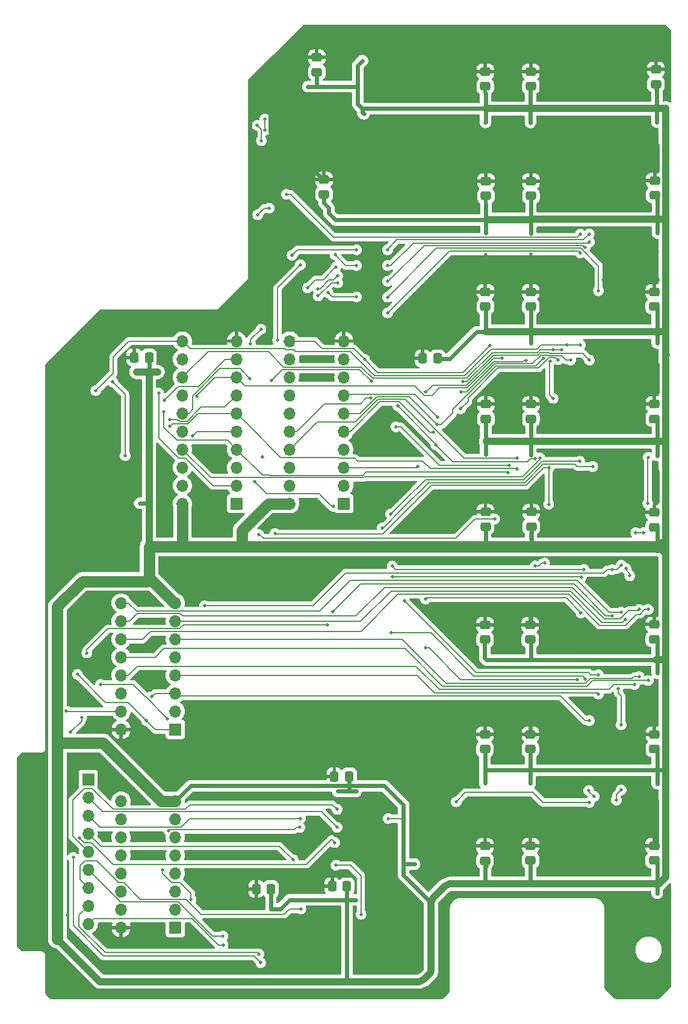
<source format=gbl>
G04 #@! TF.GenerationSoftware,KiCad,Pcbnew,8.0.5*
G04 #@! TF.CreationDate,2025-01-10T10:03:17-04:00*
G04 #@! TF.ProjectId,RAMEXB_V2_2,52414d45-5842-45f5-9632-5f322e6b6963,rev?*
G04 #@! TF.SameCoordinates,Original*
G04 #@! TF.FileFunction,Copper,L2,Bot*
G04 #@! TF.FilePolarity,Positive*
%FSLAX46Y46*%
G04 Gerber Fmt 4.6, Leading zero omitted, Abs format (unit mm)*
G04 Created by KiCad (PCBNEW 8.0.5) date 2025-01-10 10:03:17*
%MOMM*%
%LPD*%
G01*
G04 APERTURE LIST*
G04 Aperture macros list*
%AMRoundRect*
0 Rectangle with rounded corners*
0 $1 Rounding radius*
0 $2 $3 $4 $5 $6 $7 $8 $9 X,Y pos of 4 corners*
0 Add a 4 corners polygon primitive as box body*
4,1,4,$2,$3,$4,$5,$6,$7,$8,$9,$2,$3,0*
0 Add four circle primitives for the rounded corners*
1,1,$1+$1,$2,$3*
1,1,$1+$1,$4,$5*
1,1,$1+$1,$6,$7*
1,1,$1+$1,$8,$9*
0 Add four rect primitives between the rounded corners*
20,1,$1+$1,$2,$3,$4,$5,0*
20,1,$1+$1,$4,$5,$6,$7,0*
20,1,$1+$1,$6,$7,$8,$9,0*
20,1,$1+$1,$8,$9,$2,$3,0*%
G04 Aperture macros list end*
G04 #@! TA.AperFunction,SMDPad,CuDef*
%ADD10RoundRect,0.250000X0.475000X-0.337500X0.475000X0.337500X-0.475000X0.337500X-0.475000X-0.337500X0*%
G04 #@! TD*
G04 #@! TA.AperFunction,ComponentPad*
%ADD11R,1.700000X1.700000*%
G04 #@! TD*
G04 #@! TA.AperFunction,ComponentPad*
%ADD12O,1.700000X1.700000*%
G04 #@! TD*
G04 #@! TA.AperFunction,SMDPad,CuDef*
%ADD13RoundRect,0.250000X0.337500X0.475000X-0.337500X0.475000X-0.337500X-0.475000X0.337500X-0.475000X0*%
G04 #@! TD*
G04 #@! TA.AperFunction,ViaPad*
%ADD14C,0.500000*%
G04 #@! TD*
G04 #@! TA.AperFunction,ViaPad*
%ADD15C,0.600000*%
G04 #@! TD*
G04 #@! TA.AperFunction,Conductor*
%ADD16C,0.600000*%
G04 #@! TD*
G04 #@! TA.AperFunction,Conductor*
%ADD17C,0.500000*%
G04 #@! TD*
G04 #@! TA.AperFunction,Conductor*
%ADD18C,0.150000*%
G04 #@! TD*
G04 #@! TA.AperFunction,Conductor*
%ADD19C,1.000000*%
G04 #@! TD*
G04 #@! TA.AperFunction,Conductor*
%ADD20C,1.600000*%
G04 #@! TD*
G04 #@! TA.AperFunction,Conductor*
%ADD21C,0.200000*%
G04 #@! TD*
G04 APERTURE END LIST*
D10*
G04 #@! TO.P,C22,1*
G04 #@! TO.N,VCC*
X219825000Y-117343900D03*
G04 #@! TO.P,C22,2*
G04 #@! TO.N,GND*
X219825000Y-115268900D03*
G04 #@! TD*
G04 #@! TO.P,C6,1*
G04 #@! TO.N,VCC*
X243660000Y-70891200D03*
G04 #@! TO.P,C6,2*
G04 #@! TO.N,GND*
X243660000Y-68816200D03*
G04 #@! TD*
D11*
G04 #@! TO.P,J3,1*
G04 #@! TO.N,Net-(JP3-A)*
X176280000Y-114580000D03*
D12*
G04 #@! TO.P,J3,2*
G04 #@! TO.N,unconnected-(J3-Pad2)*
X176280000Y-112040000D03*
G04 #@! TO.P,J3,3*
G04 #@! TO.N,RAM-R{slash}~{W}F*
X176280000Y-109500000D03*
G04 #@! TO.P,J3,4*
G04 #@! TO.N,~{RASF}*
X176280000Y-106960000D03*
G04 #@! TO.P,J3,5*
G04 #@! TO.N,MSRA0F*
X176280000Y-104420000D03*
G04 #@! TO.P,J3,6*
G04 #@! TO.N,RA2F*
X176280000Y-101880000D03*
G04 #@! TO.P,J3,7*
G04 #@! TO.N,RA1F*
X176280000Y-99340000D03*
G04 #@! TO.P,J3,8*
G04 #@! TO.N,VCC*
X176280000Y-96800000D03*
G04 #@! TO.P,J3,9*
G04 #@! TO.N,RA7F*
X168660000Y-96800000D03*
G04 #@! TO.P,J3,10*
G04 #@! TO.N,RA5F*
X168660000Y-99340000D03*
G04 #@! TO.P,J3,11*
G04 #@! TO.N,RA4F*
X168660000Y-101880000D03*
G04 #@! TO.P,J3,12*
G04 #@! TO.N,RA3F*
X168660000Y-104420000D03*
G04 #@! TO.P,J3,13*
G04 #@! TO.N,RA6F*
X168660000Y-106960000D03*
G04 #@! TO.P,J3,14*
G04 #@! TO.N,unconnected-(J3-Pad14)*
X168660000Y-109500000D03*
G04 #@! TO.P,J3,15*
G04 #@! TO.N,~{SCAS2F}*
X168660000Y-112040000D03*
G04 #@! TO.P,J3,16*
G04 #@! TO.N,GND*
X168660000Y-114580000D03*
G04 #@! TD*
D11*
G04 #@! TO.P,J4,1*
G04 #@! TO.N,Net-(JP3-A)*
X176280000Y-142440000D03*
D12*
G04 #@! TO.P,J4,2*
G04 #@! TO.N,unconnected-(J4-Pad2)*
X176280000Y-139900000D03*
G04 #@! TO.P,J4,3*
G04 #@! TO.N,RAM-R{slash}~{W}F*
X176280000Y-137360000D03*
G04 #@! TO.P,J4,4*
G04 #@! TO.N,~{RASF}*
X176280000Y-134820000D03*
G04 #@! TO.P,J4,5*
G04 #@! TO.N,unconnected-(J4-Pad5)*
X176280000Y-132280000D03*
G04 #@! TO.P,J4,6*
G04 #@! TO.N,unconnected-(J4-Pad6)*
X176280000Y-129740000D03*
G04 #@! TO.P,J4,7*
G04 #@! TO.N,unconnected-(J4-Pad7)*
X176280000Y-127200000D03*
G04 #@! TO.P,J4,8*
G04 #@! TO.N,VCC*
X176280000Y-124660000D03*
G04 #@! TO.P,J4,9*
G04 #@! TO.N,unconnected-(J4-Pad9)*
X168660000Y-124660000D03*
G04 #@! TO.P,J4,10*
G04 #@! TO.N,unconnected-(J4-Pad10)*
X168660000Y-127200000D03*
G04 #@! TO.P,J4,11*
G04 #@! TO.N,unconnected-(J4-Pad11)*
X168660000Y-129740000D03*
G04 #@! TO.P,J4,12*
G04 #@! TO.N,unconnected-(J4-Pad12)*
X168660000Y-132280000D03*
G04 #@! TO.P,J4,13*
G04 #@! TO.N,unconnected-(J4-Pad13)*
X168660000Y-134820000D03*
G04 #@! TO.P,J4,14*
G04 #@! TO.N,unconnected-(J4-Pad14)*
X168660000Y-137360000D03*
G04 #@! TO.P,J4,15*
G04 #@! TO.N,~{SCAS3F}*
X168660000Y-139900000D03*
G04 #@! TO.P,J4,16*
G04 #@! TO.N,GND*
X168660000Y-142440000D03*
G04 #@! TD*
D10*
G04 #@! TO.P,C8,1*
G04 #@! TO.N,VCC*
X219875000Y-24123700D03*
G04 #@! TO.P,C8,2*
G04 #@! TO.N,GND*
X219875000Y-22048700D03*
G04 #@! TD*
G04 #@! TO.P,C26,1*
G04 #@! TO.N,VCC*
X226300000Y-39537500D03*
G04 #@! TO.P,C26,2*
G04 #@! TO.N,GND*
X226300000Y-37462500D03*
G04 #@! TD*
G04 #@! TO.P,C17,1*
G04 #@! TO.N,VCC*
X243630000Y-132997500D03*
G04 #@! TO.P,C17,2*
G04 #@! TO.N,GND*
X243630000Y-130922500D03*
G04 #@! TD*
G04 #@! TO.P,C7,1*
G04 #@! TO.N,VCC*
X226300000Y-70901200D03*
G04 #@! TO.P,C7,2*
G04 #@! TO.N,GND*
X226300000Y-68826200D03*
G04 #@! TD*
G04 #@! TO.P,C23,1*
G04 #@! TO.N,VCC*
X226250000Y-132992500D03*
G04 #@! TO.P,C23,2*
G04 #@! TO.N,GND*
X226250000Y-130917500D03*
G04 #@! TD*
G04 #@! TO.P,C9,1*
G04 #@! TO.N,VCC*
X243650000Y-86143800D03*
G04 #@! TO.P,C9,2*
G04 #@! TO.N,GND*
X243650000Y-84068800D03*
G04 #@! TD*
G04 #@! TO.P,C11,1*
G04 #@! TO.N,VCC*
X219905900Y-86049100D03*
G04 #@! TO.P,C11,2*
G04 #@! TO.N,GND*
X219905900Y-83974100D03*
G04 #@! TD*
G04 #@! TO.P,C19,1*
G04 #@! TO.N,VCC*
X219825000Y-133037500D03*
G04 #@! TO.P,C19,2*
G04 #@! TO.N,GND*
X219825000Y-130962500D03*
G04 #@! TD*
G04 #@! TO.P,C32,1*
G04 #@! TO.N,VCC*
X243890000Y-23833700D03*
G04 #@! TO.P,C32,2*
G04 #@! TO.N,GND*
X243890000Y-21758700D03*
G04 #@! TD*
D11*
G04 #@! TO.P,U21,1,OEa*
G04 #@! TO.N,unconnected-(U21-OEa-Pad1)*
X200000000Y-82811400D03*
D12*
G04 #@! TO.P,U21,2,I0a*
G04 #@! TO.N,DQ8*
X200000000Y-80271400D03*
G04 #@! TO.P,U21,3,O3b*
G04 #@! TO.N,D12*
X200000000Y-77731400D03*
G04 #@! TO.P,U21,4,I1a*
G04 #@! TO.N,DQ9*
X200000000Y-75191400D03*
G04 #@! TO.P,U21,5,O2b*
G04 #@! TO.N,D13*
X200000000Y-72651400D03*
G04 #@! TO.P,U21,6,I2a*
G04 #@! TO.N,DQ10*
X200000000Y-70111400D03*
G04 #@! TO.P,U21,7,O1b*
G04 #@! TO.N,D14*
X200000000Y-67571400D03*
G04 #@! TO.P,U21,8,I3a*
G04 #@! TO.N,DQ11*
X200000000Y-65031400D03*
G04 #@! TO.P,U21,9,O0b*
G04 #@! TO.N,D15*
X200000000Y-62491400D03*
G04 #@! TO.P,U21,10,GND*
G04 #@! TO.N,GND*
X200000000Y-59951400D03*
G04 #@! TO.P,U21,11,I0b*
G04 #@! TO.N,DQ15*
X192380000Y-59951400D03*
G04 #@! TO.P,U21,12,O3a*
G04 #@! TO.N,D11*
X192380000Y-62491400D03*
G04 #@! TO.P,U21,13,I1b*
G04 #@! TO.N,DQ14*
X192380000Y-65031400D03*
G04 #@! TO.P,U21,14,O2a*
G04 #@! TO.N,D10*
X192380000Y-67571400D03*
G04 #@! TO.P,U21,15,I2b*
G04 #@! TO.N,DQ13*
X192380000Y-70111400D03*
G04 #@! TO.P,U21,16,O1a*
G04 #@! TO.N,D9*
X192380000Y-72651400D03*
G04 #@! TO.P,U21,17,I3b*
G04 #@! TO.N,DQ12*
X192380000Y-75191400D03*
G04 #@! TO.P,U21,18,O0a*
G04 #@! TO.N,D8*
X192380000Y-77731400D03*
G04 #@! TO.P,U21,19,OEb*
G04 #@! TO.N,unconnected-(U21-OEb-Pad19)*
X192380000Y-80271400D03*
G04 #@! TO.P,U21,20,VCC*
G04 #@! TO.N,VCC*
X192380000Y-82811400D03*
G04 #@! TD*
D10*
G04 #@! TO.P,C5,1*
G04 #@! TO.N,VCC*
X226286000Y-55096700D03*
G04 #@! TO.P,C5,2*
G04 #@! TO.N,GND*
X226286000Y-53021700D03*
G04 #@! TD*
G04 #@! TO.P,C15,1*
G04 #@! TO.N,VCC*
X226200000Y-101942300D03*
G04 #@! TO.P,C15,2*
G04 #@! TO.N,GND*
X226200000Y-99867300D03*
G04 #@! TD*
D13*
G04 #@! TO.P,C30,1*
G04 #@! TO.N,VCC*
X213152500Y-62375000D03*
G04 #@! TO.P,C30,2*
G04 #@! TO.N,GND*
X211077500Y-62375000D03*
G04 #@! TD*
D10*
G04 #@! TO.P,C14,1*
G04 #@! TO.N,VCC*
X243650000Y-101894400D03*
G04 #@! TO.P,C14,2*
G04 #@! TO.N,GND*
X243650000Y-99819400D03*
G04 #@! TD*
G04 #@! TO.P,C27,1*
G04 #@! TO.N,VCC*
X243710000Y-39427500D03*
G04 #@! TO.P,C27,2*
G04 #@! TO.N,GND*
X243710000Y-37352500D03*
G04 #@! TD*
G04 #@! TO.P,C13,1*
G04 #@! TO.N,VCC*
X196180000Y-22127500D03*
G04 #@! TO.P,C13,2*
G04 #@! TO.N,GND*
X196180000Y-20052500D03*
G04 #@! TD*
G04 #@! TO.P,C10,1*
G04 #@! TO.N,VCC*
X226345000Y-86053800D03*
G04 #@! TO.P,C10,2*
G04 #@! TO.N,GND*
X226345000Y-83978800D03*
G04 #@! TD*
D13*
G04 #@! TO.P,C29,1*
G04 #@! TO.N,VCC*
X200417500Y-136620000D03*
G04 #@! TO.P,C29,2*
G04 #@! TO.N,GND*
X198342500Y-136620000D03*
G04 #@! TD*
D10*
G04 #@! TO.P,C12,1*
G04 #@! TO.N,VCC*
X219850300Y-101942300D03*
G04 #@! TO.P,C12,2*
G04 #@! TO.N,GND*
X219850300Y-99867300D03*
G04 #@! TD*
G04 #@! TO.P,C20,1*
G04 #@! TO.N,VCC*
X243670000Y-117351000D03*
G04 #@! TO.P,C20,2*
G04 #@! TO.N,GND*
X243670000Y-115276000D03*
G04 #@! TD*
D11*
G04 #@! TO.P,J5,1,Pin_1*
G04 #@! TO.N,MSRA8F*
X164025000Y-121595000D03*
D12*
G04 #@! TO.P,J5,2,Pin_2*
G04 #@! TO.N,A19*
X164025000Y-124135000D03*
G04 #@! TO.P,J5,3,Pin_3*
G04 #@! TO.N,A20*
X164025000Y-126675000D03*
G04 #@! TO.P,J5,4,Pin_4*
G04 #@! TO.N,A21*
X164025000Y-129215000D03*
G04 #@! TO.P,J5,5,Pin_5*
G04 #@! TO.N,VID\u005C~{u}*
X164025000Y-131755000D03*
G04 #@! TO.P,J5,6,Pin_6*
G04 #@! TO.N,MC2M*
X164025000Y-134295000D03*
G04 #@! TO.P,J5,7,Pin_7*
G04 #@! TO.N,~{RAS}*
X164025000Y-136835000D03*
G04 #@! TO.P,J5,8,Pin_8*
G04 #@! TO.N,~{MCAS0}*
X164025000Y-139375000D03*
G04 #@! TO.P,J5,9,Pin_9*
G04 #@! TO.N,~{MCAS1}*
X164025000Y-141915000D03*
G04 #@! TD*
D10*
G04 #@! TO.P,C4,1*
G04 #@! TO.N,VCC*
X243646000Y-55086700D03*
G04 #@! TO.P,C4,2*
G04 #@! TO.N,GND*
X243646000Y-53011700D03*
G04 #@! TD*
D13*
G04 #@! TO.P,C16,1*
G04 #@! TO.N,VCC*
X189737700Y-137002100D03*
G04 #@! TO.P,C16,2*
G04 #@! TO.N,GND*
X187662700Y-137002100D03*
G04 #@! TD*
D10*
G04 #@! TO.P,C18,1*
G04 #@! TO.N,VCC*
X197190000Y-39317500D03*
G04 #@! TO.P,C18,2*
G04 #@! TO.N,GND*
X197190000Y-37242500D03*
G04 #@! TD*
G04 #@! TO.P,C31,1*
G04 #@! TO.N,VCC*
X226290000Y-24123700D03*
G04 #@! TO.P,C31,2*
G04 #@! TO.N,GND*
X226290000Y-22048700D03*
G04 #@! TD*
D13*
G04 #@! TO.P,C28,1*
G04 #@! TO.N,VCC*
X200727500Y-121170000D03*
G04 #@! TO.P,C28,2*
G04 #@! TO.N,GND*
X198652500Y-121170000D03*
G04 #@! TD*
D10*
G04 #@! TO.P,C3,1*
G04 #@! TO.N,VCC*
X219960000Y-70893700D03*
G04 #@! TO.P,C3,2*
G04 #@! TO.N,GND*
X219960000Y-68818700D03*
G04 #@! TD*
G04 #@! TO.P,C21,1*
G04 #@! TO.N,VCC*
X226225000Y-117343900D03*
G04 #@! TO.P,C21,2*
G04 #@! TO.N,GND*
X226225000Y-115268900D03*
G04 #@! TD*
G04 #@! TO.P,C24,1*
G04 #@! TO.N,VCC*
X219885000Y-55096700D03*
G04 #@! TO.P,C24,2*
G04 #@! TO.N,GND*
X219885000Y-53021700D03*
G04 #@! TD*
G04 #@! TO.P,C25,1*
G04 #@! TO.N,VCC*
X219970000Y-39540000D03*
G04 #@! TO.P,C25,2*
G04 #@! TO.N,GND*
X219970000Y-37465000D03*
G04 #@! TD*
D11*
G04 #@! TO.P,U20,1,OEa*
G04 #@! TO.N,unconnected-(U20-OEa-Pad1)*
X184900000Y-82811400D03*
D12*
G04 #@! TO.P,U20,2,I0a*
G04 #@! TO.N,DQ0*
X184900000Y-80271400D03*
G04 #@! TO.P,U20,3,O3b*
G04 #@! TO.N,D4*
X184900000Y-77731400D03*
G04 #@! TO.P,U20,4,I1a*
G04 #@! TO.N,DQ1*
X184900000Y-75191400D03*
G04 #@! TO.P,U20,5,O2b*
G04 #@! TO.N,D5*
X184900000Y-72651400D03*
G04 #@! TO.P,U20,6,I2a*
G04 #@! TO.N,DQ2*
X184900000Y-70111400D03*
G04 #@! TO.P,U20,7,O1b*
G04 #@! TO.N,D6*
X184900000Y-67571400D03*
G04 #@! TO.P,U20,8,I3a*
G04 #@! TO.N,DQ3*
X184900000Y-65031400D03*
G04 #@! TO.P,U20,9,O0b*
G04 #@! TO.N,D7*
X184900000Y-62491400D03*
G04 #@! TO.P,U20,10,GND*
G04 #@! TO.N,GND*
X184900000Y-59951400D03*
G04 #@! TO.P,U20,11,I0b*
G04 #@! TO.N,DQ7*
X177280000Y-59951400D03*
G04 #@! TO.P,U20,12,O3a*
G04 #@! TO.N,D3*
X177280000Y-62491400D03*
G04 #@! TO.P,U20,13,I1b*
G04 #@! TO.N,DQ6*
X177280000Y-65031400D03*
G04 #@! TO.P,U20,14,O2a*
G04 #@! TO.N,D2*
X177280000Y-67571400D03*
G04 #@! TO.P,U20,15,I2b*
G04 #@! TO.N,DQ5*
X177280000Y-70111400D03*
G04 #@! TO.P,U20,16,O1a*
G04 #@! TO.N,D1*
X177280000Y-72651400D03*
G04 #@! TO.P,U20,17,I3b*
G04 #@! TO.N,DQ4*
X177280000Y-75191400D03*
G04 #@! TO.P,U20,18,O0a*
G04 #@! TO.N,D0*
X177280000Y-77731400D03*
G04 #@! TO.P,U20,19,OEb*
G04 #@! TO.N,unconnected-(U20-OEb-Pad19)*
X177280000Y-80271400D03*
G04 #@! TO.P,U20,20,VCC*
G04 #@! TO.N,VCC*
X177280000Y-82811400D03*
G04 #@! TD*
D13*
G04 #@! TO.P,C1,1*
G04 #@! TO.N,VCC*
X172587500Y-62250000D03*
G04 #@! TO.P,C1,2*
G04 #@! TO.N,GND*
X170512500Y-62250000D03*
G04 #@! TD*
D14*
G04 #@! TO.N,GND*
X167630000Y-89060000D03*
X170460000Y-76030000D03*
X170350000Y-91910000D03*
X195010000Y-135740000D03*
X168690000Y-116620000D03*
X161380000Y-92120000D03*
X195650000Y-85820000D03*
X196080000Y-65120000D03*
X165460000Y-118300000D03*
X181770000Y-141810000D03*
X219920000Y-51400700D03*
X237680000Y-132560000D03*
X212360000Y-51313332D03*
X244070000Y-82503400D03*
X226248000Y-16817500D03*
X207460000Y-75940000D03*
X174500000Y-79500000D03*
X244030000Y-20427500D03*
X212360000Y-36860000D03*
X244020000Y-16817500D03*
X166500000Y-130000000D03*
X168750000Y-62270000D03*
X236450000Y-93950000D03*
X214000000Y-151550000D03*
X226328000Y-32400000D03*
X226250000Y-20337500D03*
X226291000Y-124650000D03*
X237500000Y-150100000D03*
X237000000Y-139300000D03*
X178250000Y-92700000D03*
X233000000Y-132450000D03*
X174700000Y-62300000D03*
X236440000Y-124710000D03*
X185340000Y-123980000D03*
X189670000Y-27940000D03*
X173800000Y-101800000D03*
X219956000Y-113320000D03*
X172550000Y-96920000D03*
X166270000Y-142450000D03*
X236420000Y-20327500D03*
X204580000Y-120750000D03*
X178620000Y-143600000D03*
X214150000Y-147150000D03*
X202450000Y-147690000D03*
X185340000Y-129850000D03*
X163040000Y-77310000D03*
X164340000Y-85830000D03*
X244000000Y-124540000D03*
X181870000Y-147890000D03*
X195950000Y-62480000D03*
X160700000Y-150750000D03*
X186740000Y-145140000D03*
X197750000Y-144365000D03*
X199580000Y-110750000D03*
X219920000Y-16717500D03*
X161310000Y-88010000D03*
X226317000Y-67134100D03*
X179580000Y-110750000D03*
X154380000Y-118620000D03*
X172750000Y-99500000D03*
X204500000Y-83500000D03*
X185340000Y-132260000D03*
X190860000Y-34490000D03*
X236490000Y-32070000D03*
X170700000Y-114630000D03*
X171240000Y-124340000D03*
X244074000Y-63233500D03*
X219900000Y-124600000D03*
X219950000Y-128900000D03*
X199300000Y-20850000D03*
X154380000Y-136260000D03*
X219580000Y-130750000D03*
X219950000Y-98310000D03*
X214580000Y-120750000D03*
X245350000Y-145150000D03*
X164940000Y-92050000D03*
X166040000Y-68020000D03*
X197750000Y-151750000D03*
X245550000Y-139250000D03*
X236460000Y-78340000D03*
X219921000Y-20417500D03*
X241500000Y-141850000D03*
X244050000Y-67150000D03*
X174920000Y-86020000D03*
X244110000Y-36010000D03*
X184580000Y-120750000D03*
X189580000Y-110750000D03*
X209580000Y-110750000D03*
X236410000Y-128920000D03*
X197750000Y-145520000D03*
X226287000Y-97891700D03*
X237450000Y-145050000D03*
X211710000Y-74440000D03*
X236500000Y-35910000D03*
X162480000Y-98890000D03*
X162540000Y-108860000D03*
X226280000Y-51370700D03*
X244900000Y-150150000D03*
X214310000Y-99670000D03*
X204000000Y-75800000D03*
X180750000Y-81750000D03*
X214580000Y-140750000D03*
X209580000Y-130750000D03*
X166480000Y-104390000D03*
X219928000Y-82373200D03*
X198660000Y-38300000D03*
X171750000Y-107000000D03*
X212360000Y-44086666D03*
X210490000Y-147050000D03*
X236470000Y-82233400D03*
X244000000Y-129370000D03*
X197750000Y-143210000D03*
X236420000Y-51340700D03*
X194360000Y-15990000D03*
X154380000Y-145080000D03*
X218100000Y-73400000D03*
X236410000Y-16487500D03*
X154380000Y-127440000D03*
X226330000Y-35920000D03*
X244048000Y-78287300D03*
X219941000Y-67470000D03*
X185340000Y-135830000D03*
X166380000Y-98050000D03*
X170650000Y-103240000D03*
X166630000Y-114560000D03*
X202800000Y-124790000D03*
X171250000Y-132250000D03*
X210290000Y-85360000D03*
X226298000Y-82260800D03*
X218100000Y-70700000D03*
X218040000Y-15990000D03*
X219921000Y-47800000D03*
X195760000Y-38310000D03*
X236453000Y-67096700D03*
X173850000Y-76810000D03*
X236450000Y-63250000D03*
X180500000Y-75200000D03*
X220001000Y-36000000D03*
X244040000Y-51350700D03*
X220000000Y-32300000D03*
X180250000Y-151750000D03*
X171250000Y-129750000D03*
X182100000Y-77400000D03*
X244066000Y-47400000D03*
X194580000Y-120750000D03*
X226286000Y-47749200D03*
X200990000Y-91560000D03*
X226250000Y-113900000D03*
X236400000Y-113350000D03*
X206200000Y-15990000D03*
X161100000Y-140640000D03*
X212360000Y-58540000D03*
X168030000Y-148000000D03*
X226275000Y-128808000D03*
X165250000Y-75750000D03*
X171050000Y-142520000D03*
G04 #@! TO.N,RAM-R{slash}~{W}F*
X234510000Y-113340000D03*
X234490000Y-124840000D03*
X215810000Y-124740000D03*
X216693000Y-65675000D03*
X172955000Y-109975000D03*
X234548000Y-62650000D03*
G04 #@! TO.N,DQ14*
X222240000Y-62375000D03*
X211500000Y-67100000D03*
G04 #@! TO.N,DQ12*
X224350000Y-76427200D03*
G04 #@! TO.N,DQ13*
X223288000Y-77411600D03*
X207305000Y-72005000D03*
G04 #@! TO.N,DQ0*
X187990000Y-87150000D03*
X221200000Y-85000000D03*
X173932000Y-67248200D03*
G04 #@! TO.N,DQ10*
X228071000Y-62387200D03*
X213100000Y-71700000D03*
G04 #@! TO.N,DQ2*
X175523000Y-71953600D03*
X224369000Y-77940900D03*
G04 #@! TO.N,DQ5*
X228828000Y-77775000D03*
X229400000Y-68000000D03*
X228986000Y-62814400D03*
X190280000Y-87020000D03*
X228795000Y-82904600D03*
X186770000Y-65200000D03*
G04 #@! TO.N,DQ7*
X233230000Y-60500000D03*
X165110000Y-66910000D03*
X231340000Y-60530000D03*
G04 #@! TO.N,DQ11*
X212936000Y-74546000D03*
X207550000Y-69050000D03*
X226883000Y-76500000D03*
G04 #@! TO.N,DQ9*
X230095000Y-62580000D03*
X216400000Y-69500000D03*
G04 #@! TO.N,DQ3*
X179325000Y-67711500D03*
X225650000Y-62675000D03*
G04 #@! TO.N,DQ8*
X216500000Y-67100000D03*
X231900000Y-62630000D03*
G04 #@! TO.N,DQ6*
X229461000Y-61214100D03*
X230650000Y-61190000D03*
G04 #@! TO.N,DQ15*
X202896000Y-62534100D03*
X220560000Y-60560000D03*
G04 #@! TO.N,DQ1*
X223100000Y-78475000D03*
X174683000Y-69908600D03*
G04 #@! TO.N,DQ4*
X227555000Y-76380000D03*
X228220000Y-91180000D03*
X226930000Y-91570000D03*
G04 #@! TO.N,D6*
X175518000Y-71041100D03*
G04 #@! TO.N,D0*
X169218000Y-76053200D03*
X167460000Y-65690000D03*
G04 #@! TO.N,D7*
X174720000Y-68250000D03*
G04 #@! TO.N,D5*
X178690000Y-73250000D03*
G04 #@! TO.N,D9*
X203740000Y-67960000D03*
G04 #@! TO.N,D8*
X203820000Y-65610000D03*
X189815000Y-65490000D03*
G04 #@! TO.N,D14*
X213200000Y-70700000D03*
G04 #@! TO.N,D12*
X210370000Y-77645000D03*
G04 #@! TO.N,D13*
X212600000Y-72800000D03*
G04 #@! TO.N,~{RASF}*
X235800000Y-109590000D03*
G04 #@! TO.N,RA5F*
X241530000Y-97710000D03*
X242146000Y-86900000D03*
X241050000Y-86900000D03*
G04 #@! TO.N,RA2F*
X241500000Y-107150000D03*
G04 #@! TO.N,RA7F*
X238985000Y-98100000D03*
G04 #@! TO.N,RA6F*
X240200000Y-92970000D03*
X239649000Y-91930000D03*
X240890000Y-108239000D03*
G04 #@! TO.N,RA3F*
X242800000Y-76300000D03*
X242750000Y-82800000D03*
X242795000Y-107700000D03*
G04 #@! TO.N,~{MCAS1F}*
X234500000Y-46010000D03*
X206138000Y-49339000D03*
G04 #@! TO.N,~{MCAS0F}*
X206138000Y-51556000D03*
X233911000Y-46799100D03*
G04 #@! TO.N,RA4F*
X242795000Y-97700000D03*
G04 #@! TO.N,MSRA0F*
X180380000Y-97180000D03*
X239000000Y-113900000D03*
X238985000Y-123100000D03*
X237710000Y-92110000D03*
X238328000Y-124500000D03*
X238545000Y-108875000D03*
X239000000Y-91500000D03*
G04 #@! TO.N,RA1F*
X239610000Y-99080000D03*
G04 #@! TO.N,VCC*
X209960000Y-133520000D03*
X201741000Y-123280000D03*
X226280000Y-60250700D03*
X226220000Y-133860000D03*
X206193000Y-127099000D03*
X219840000Y-118334000D03*
X226300000Y-40650000D03*
X214805000Y-62435000D03*
X219890000Y-29217500D03*
X171256000Y-82760600D03*
X226210000Y-122164000D03*
D15*
X226288000Y-87162000D03*
D14*
X199110000Y-123273000D03*
X219986000Y-40650000D03*
X244091000Y-76036800D03*
X244100000Y-72200000D03*
X219960000Y-72200000D03*
X219906000Y-25067500D03*
X194890000Y-24180000D03*
X219970000Y-44800000D03*
X244072000Y-133966000D03*
X244020000Y-25367500D03*
X244020000Y-29177500D03*
X202820388Y-28019366D03*
X226280000Y-56400700D03*
X244069000Y-106656000D03*
X244065000Y-137605000D03*
X170810000Y-64280000D03*
X244070000Y-87213400D03*
X226300000Y-103017000D03*
X202590000Y-20505000D03*
X244100000Y-44760000D03*
X219840000Y-122184000D03*
X226300000Y-72163700D03*
X219937000Y-87274300D03*
X226300000Y-75969600D03*
X226220000Y-118334000D03*
X244051000Y-122198000D03*
X197858244Y-41187188D03*
X244060000Y-56410700D03*
X173780000Y-64300000D03*
X226220000Y-29227500D03*
X226300000Y-44810000D03*
X244100000Y-118304000D03*
X191080000Y-139810000D03*
X244050000Y-60250700D03*
X219820000Y-102917000D03*
X219910000Y-56410700D03*
X244078000Y-103036000D03*
X219930000Y-75870200D03*
X244100000Y-40950000D03*
X199190000Y-138530000D03*
X220000000Y-133800000D03*
X201640000Y-138530000D03*
X226220000Y-25067500D03*
X196220000Y-23360000D03*
G04 #@! TO.N,~{MCAS5F}*
X206138000Y-53773000D03*
X235810000Y-52860000D03*
G04 #@! TO.N,~{MCAS4F}*
X233260000Y-47580000D03*
X206138000Y-55990000D03*
G04 #@! TO.N,~{MCAS7F}*
X235000000Y-77600000D03*
X205400000Y-86218900D03*
G04 #@! TO.N,~{MCAS6F}*
X233170000Y-76870000D03*
X206575000Y-84290000D03*
G04 #@! TO.N,~{MCAS9F}*
X233770000Y-92045000D03*
X206810000Y-91600000D03*
G04 #@! TO.N,~{MCAS8F}*
X233370000Y-93160000D03*
X206790000Y-93110000D03*
G04 #@! TO.N,~{MCAS11F}*
X208480000Y-96500000D03*
X235800000Y-106914000D03*
G04 #@! TO.N,~{MCAS10F}*
X233360000Y-98170000D03*
X211450000Y-96240000D03*
G04 #@! TO.N,~{MCAS13F}*
X234440000Y-123180000D03*
X235200000Y-124000000D03*
X233890000Y-107450000D03*
X206670000Y-101010000D03*
G04 #@! TO.N,~{MCAS12F}*
X211510000Y-103100000D03*
X232850000Y-107554000D03*
G04 #@! TO.N,~{MCAS15F}*
X206138000Y-47122000D03*
X234490000Y-44880000D03*
G04 #@! TO.N,~{MCAS14F}*
X191890000Y-39300000D03*
X233270000Y-44890000D03*
G04 #@! TO.N,~{MCAS0}*
X188030000Y-146145000D03*
G04 #@! TO.N,~{MCAS1}*
X182995000Y-144875000D03*
G04 #@! TO.N,MC2M*
X182990000Y-143605000D03*
G04 #@! TO.N,A21*
X192860000Y-132930000D03*
G04 #@! TO.N,A19*
X199020000Y-128350000D03*
G04 #@! TO.N,VID\u005C~{u}*
X202390000Y-140560000D03*
X199030000Y-125820000D03*
X198890000Y-133680000D03*
G04 #@! TO.N,A20*
X193900000Y-127100000D03*
G04 #@! TO.N,Net-(U8-~{Y4})*
X196360000Y-53600000D03*
X199110000Y-51750000D03*
G04 #@! TO.N,Net-(U9-~{Y5})*
X188530000Y-76270000D03*
G04 #@! TO.N,Net-(U8-~{Y5})*
X199105000Y-50790000D03*
X196330000Y-52600000D03*
G04 #@! TO.N,Net-(U8-~{Y6})*
X198840000Y-49590000D03*
X194850000Y-52490000D03*
G04 #@! TO.N,Net-(U9-~{Y6})*
X186870000Y-60340000D03*
X188330000Y-58280000D03*
G04 #@! TO.N,Net-(U9-~{Y4})*
X193865000Y-49230000D03*
X190670000Y-59840000D03*
G04 #@! TO.N,Net-(U9-~{Y3})*
X187400000Y-79750000D03*
X198500000Y-83201300D03*
G04 #@! TO.N,Net-(U9-~{Y2})*
X201780000Y-53760000D03*
X197745876Y-53135876D03*
G04 #@! TO.N,Net-(U9-~{Y0})*
X198740000Y-47830000D03*
X201780000Y-49339000D03*
G04 #@! TO.N,Net-(U9-~{Y7})*
X192720000Y-47870000D03*
X201780000Y-47110000D03*
G04 #@! TO.N,Net-(U9-~{E1})*
X178500000Y-138500000D03*
X174480000Y-134350000D03*
G04 #@! TO.N,Net-(U8-~{E1})*
X161560000Y-114950000D03*
X188310000Y-147400000D03*
X161910000Y-132570000D03*
X163105000Y-112925000D03*
G04 #@! TO.N,Net-(U1-I0a)*
X175340000Y-128785000D03*
X188890876Y-30270876D03*
X165760000Y-108260000D03*
X175170000Y-113120000D03*
X193790000Y-128360000D03*
X188870000Y-28730000D03*
G04 #@! TO.N,Net-(U1-I0b)*
X187880000Y-42190000D03*
X198690000Y-130480000D03*
X188400000Y-31760000D03*
X162826000Y-129874000D03*
X187810000Y-29620000D03*
X189490000Y-41260000D03*
G04 #@! TO.N,~{RAS}*
X193934000Y-139810000D03*
G04 #@! TO.N,MSRA8F*
X237715000Y-98575000D03*
X198470000Y-97990000D03*
X197700000Y-99875000D03*
X163830000Y-103810000D03*
G04 #@! TO.N,~{SCAS2F}*
X160930000Y-112000000D03*
G04 #@! TO.N,Net-(JP3-A)*
X172225000Y-113335000D03*
X162520000Y-106840000D03*
G04 #@! TD*
D16*
G04 #@! TO.N,GND*
X244050000Y-51340700D02*
X244040000Y-51350700D01*
X219941000Y-68799800D02*
X219960000Y-68818700D01*
X244050000Y-67150000D02*
X244100000Y-67100000D01*
D17*
X226350000Y-35940000D02*
X226330000Y-35920000D01*
D16*
X244057000Y-78320400D02*
X244057000Y-82490400D01*
X244000000Y-129370000D02*
X244000000Y-124540000D01*
X226250000Y-113900000D02*
X226250000Y-115244000D01*
X244100000Y-36000000D02*
X244110000Y-36010000D01*
X244000000Y-129370000D02*
X244000000Y-130817000D01*
X219968000Y-68826200D02*
X219960000Y-68818700D01*
X244100000Y-32400000D02*
X244100000Y-36000000D01*
D17*
X236420000Y-20327500D02*
X236420000Y-16497500D01*
D16*
X226250000Y-115244000D02*
X226225000Y-115269000D01*
X226287000Y-99780000D02*
X226200000Y-99867300D01*
X244040000Y-51350700D02*
X244050000Y-51360700D01*
X189670000Y-30550000D02*
X189670000Y-27940000D01*
D17*
X236500000Y-32300000D02*
X236500000Y-35910000D01*
D16*
X190860000Y-31740000D02*
X189670000Y-30550000D01*
X226287000Y-97891700D02*
X226287000Y-99780000D01*
X244050000Y-78313400D02*
X244057000Y-78320400D01*
X190860000Y-34490000D02*
X190860000Y-31740000D01*
X244057000Y-82490400D02*
X244070000Y-82503400D01*
X226366000Y-130968000D02*
X226116000Y-130718000D01*
X244020000Y-16817500D02*
X244020000Y-20417500D01*
X244000000Y-68826200D02*
X244100000Y-68726200D01*
X243750000Y-130912000D02*
X243737000Y-130900000D01*
X236490000Y-32070000D02*
X236490000Y-35900000D01*
X226317000Y-68809100D02*
X226300000Y-68826200D01*
X243980000Y-115036000D02*
X243730000Y-115286000D01*
X244100000Y-63273700D02*
X244070000Y-63243700D01*
X236490000Y-35900000D02*
X236500000Y-35910000D01*
X244070000Y-82503400D02*
X244057000Y-82516400D01*
X244050000Y-51238300D02*
X244050000Y-51340700D01*
X197190000Y-37242500D02*
X197052500Y-37242500D01*
X197052500Y-37242500D02*
X194300000Y-34490000D01*
X244100000Y-67100000D02*
X244100000Y-63273700D01*
D17*
X236420000Y-16497500D02*
X236410000Y-16487500D01*
D16*
X194300000Y-34490000D02*
X190860000Y-34490000D01*
X244100000Y-67200000D02*
X244050000Y-67150000D01*
D18*
G04 #@! TO.N,RAM-R{slash}~{W}F*
X228826000Y-61612200D02*
X228903000Y-61689100D01*
X217100000Y-123450000D02*
X226580000Y-123450000D01*
X233587000Y-61689100D02*
X234548000Y-62650000D01*
X214944000Y-109890000D02*
X176670000Y-109890000D01*
X173430000Y-109500000D02*
X176280000Y-109500000D01*
X226580000Y-123450000D02*
X227970000Y-124840000D01*
X221030000Y-61900000D02*
X227286000Y-61900000D01*
X228903000Y-61689100D02*
X233587000Y-61689100D01*
X227970000Y-124840000D02*
X234490000Y-124840000D01*
X172955000Y-109975000D02*
X173430000Y-109500000D01*
X215810000Y-124740000D02*
X217100000Y-123450000D01*
X227574000Y-61612200D02*
X228826000Y-61612200D01*
X227286000Y-61900000D02*
X227574000Y-61612200D01*
X230479000Y-109889000D02*
X214953000Y-109889000D01*
X217255000Y-65675000D02*
X221030000Y-61900000D01*
X233930000Y-113340000D02*
X230479000Y-109889000D01*
X216693000Y-65675000D02*
X217255000Y-65675000D01*
X234510000Y-113340000D02*
X233930000Y-113340000D01*
X234490000Y-124840000D02*
X234530000Y-124880000D01*
X176670000Y-109890000D02*
X176280000Y-109500000D01*
G04 #@! TO.N,DQ14*
X221036000Y-62375000D02*
X217261000Y-66150000D01*
X212490000Y-66150000D02*
X211540000Y-67100000D01*
X211540000Y-67100000D02*
X211500000Y-67100000D01*
X217261000Y-66150000D02*
X212490000Y-66150000D01*
X222240000Y-62375000D02*
X221036000Y-62375000D01*
G04 #@! TO.N,DQ12*
X201590000Y-71360000D02*
X196211000Y-71360000D01*
X204830000Y-68120000D02*
X201590000Y-71360000D01*
X223552000Y-76425300D02*
X216925000Y-76425300D01*
X196211000Y-71360000D02*
X192380000Y-75191400D01*
X223553000Y-76427200D02*
X223552000Y-76425300D01*
X224350000Y-76427200D02*
X223553000Y-76427200D01*
X208620000Y-68120000D02*
X204830000Y-68120000D01*
X216925000Y-76425300D02*
X208620000Y-68120000D01*
G04 #@! TO.N,DQ13*
X220234000Y-77410000D02*
X220236000Y-77411600D01*
X207305000Y-72005000D02*
X208005000Y-72005000D01*
X208005000Y-72005000D02*
X213410000Y-77410000D01*
X213410000Y-77410000D02*
X220234000Y-77410000D01*
X220236000Y-77411600D02*
X223288000Y-77411600D01*
G04 #@! TO.N,DQ0*
X181571000Y-80271400D02*
X177688000Y-76388200D01*
X184900000Y-80271400D02*
X181571000Y-80271400D01*
X174005000Y-73605300D02*
X174005000Y-73438100D01*
X218430000Y-85000000D02*
X221200000Y-85000000D01*
X215730000Y-87700000D02*
X218430000Y-85000000D01*
X188150000Y-87150000D02*
X188700000Y-87700000D01*
X176788000Y-76388200D02*
X174005000Y-73605300D01*
X174005000Y-73438100D02*
X173932000Y-73261300D01*
X188700000Y-87700000D02*
X215730000Y-87700000D01*
X177688000Y-76388200D02*
X176788000Y-76388200D01*
X187990000Y-87150000D02*
X188150000Y-87150000D01*
X173932000Y-73261300D02*
X173932000Y-67248200D01*
G04 #@! TO.N,DQ10*
X213710000Y-71700000D02*
X213100000Y-71700000D01*
X215300000Y-70110000D02*
X213710000Y-71700000D01*
X215300000Y-69560000D02*
X215300000Y-70110000D01*
X221410000Y-63450000D02*
X215300000Y-69560000D01*
X212490000Y-71100000D02*
X209160000Y-67770000D01*
X209160000Y-67770000D02*
X204602000Y-67770000D01*
X227008000Y-63450000D02*
X221410000Y-63450000D01*
X202260000Y-70111400D02*
X200000000Y-70111400D01*
X212500000Y-71100000D02*
X212490000Y-71100000D01*
X204602000Y-67770000D02*
X202260000Y-70111400D01*
X228071000Y-62387200D02*
X227008000Y-63450000D01*
X213100000Y-71700000D02*
X212500000Y-71100000D01*
G04 #@! TO.N,DQ2*
X179463000Y-70111400D02*
X184900000Y-70111400D01*
X186506000Y-71715700D02*
X186504000Y-71715700D01*
X175523000Y-71953600D02*
X175916000Y-71560000D01*
X211028000Y-76800000D02*
X201900000Y-76800000D01*
X224318000Y-77890000D02*
X212118000Y-77890000D01*
X201560000Y-76460000D02*
X199300000Y-76460000D01*
X224369000Y-77940900D02*
X224318000Y-77890000D01*
X175916000Y-71560000D02*
X178014000Y-71560000D01*
X178014000Y-71560000D02*
X179463000Y-70111400D01*
X199163000Y-76323400D02*
X191113000Y-76323400D01*
X186504000Y-71715700D02*
X184900000Y-70111400D01*
X212118000Y-77890000D02*
X211028000Y-76800000D01*
X199300000Y-76460000D02*
X199163000Y-76323400D01*
X191113000Y-76323400D02*
X186506000Y-71715700D01*
X201900000Y-76800000D02*
X201560000Y-76460000D01*
G04 #@! TO.N,DQ5*
X190367000Y-87107100D02*
X205433000Y-87107100D01*
X178700300Y-67664700D02*
X178700000Y-67664700D01*
X205433000Y-87107100D02*
X212290000Y-80250000D01*
X228900000Y-67500000D02*
X229400000Y-68000000D01*
X228828000Y-77775000D02*
X228800000Y-77802600D01*
X228075000Y-77775000D02*
X228828000Y-77775000D01*
X228986000Y-62814400D02*
X228900000Y-62900600D01*
X178700000Y-69600000D02*
X178700000Y-67664700D01*
X228800000Y-82900000D02*
X228795000Y-82904600D01*
X185370000Y-63800000D02*
X182565000Y-63800000D01*
X228900000Y-62900600D02*
X228900000Y-67500000D01*
X212290000Y-80250000D02*
X225600000Y-80250000D01*
X225600000Y-80250000D02*
X228075000Y-77775000D01*
X190280000Y-87020000D02*
X190367000Y-87107100D01*
X177280000Y-70111400D02*
X178189000Y-70111400D01*
X182565000Y-63800000D02*
X178700300Y-67664700D01*
X228800000Y-77802600D02*
X228800000Y-82900000D01*
X186770000Y-65200000D02*
X185370000Y-63800000D01*
X178189000Y-70111400D02*
X178700000Y-69600000D01*
G04 #@! TO.N,DQ7*
X202710000Y-63190000D02*
X202710000Y-63190800D01*
X227170000Y-61089900D02*
X227760000Y-60500000D01*
X231370000Y-60500000D02*
X233230000Y-60500000D01*
X191850000Y-61220000D02*
X192970000Y-61220000D01*
X165110000Y-66910000D02*
X167575000Y-64445000D01*
X220670000Y-61089900D02*
X227170000Y-61089900D01*
X227760000Y-60500000D02*
X231370000Y-60500000D01*
X191670000Y-61040000D02*
X191850000Y-61220000D01*
X192970000Y-61220000D02*
X193160000Y-61410000D01*
X200920000Y-61400000D02*
X202710000Y-63190000D01*
X177280000Y-59951400D02*
X178369000Y-61040000D01*
X167575000Y-64445000D02*
X167575000Y-62155000D01*
X204299000Y-64780000D02*
X216980000Y-64780000D01*
X169779000Y-59951400D02*
X177280000Y-59951400D01*
X233230000Y-60500000D02*
X233240000Y-60450000D01*
X231370000Y-60500000D02*
X231340000Y-60530000D01*
X167575000Y-62155000D02*
X169779000Y-59951400D01*
X193170000Y-61400000D02*
X200920000Y-61400000D01*
X193160000Y-61410000D02*
X193170000Y-61400000D01*
X216980000Y-64780000D02*
X220670000Y-61089900D01*
X202710000Y-63190800D02*
X204299000Y-64780000D01*
X178369000Y-61040000D02*
X191670000Y-61040000D01*
G04 #@! TO.N,DQ11*
X212936000Y-74436000D02*
X207550000Y-69050000D01*
X212936000Y-74546000D02*
X212936000Y-74436000D01*
X212936000Y-74546000D02*
X215320000Y-76930000D01*
X226250000Y-76500000D02*
X226883000Y-76500000D01*
X225820000Y-76930000D02*
X226250000Y-76500000D01*
X215320000Y-76930000D02*
X225820000Y-76930000D01*
G04 #@! TO.N,DQ9*
X217450000Y-67960000D02*
X221660000Y-63750000D01*
X228511000Y-62617700D02*
X228840000Y-62289100D01*
X228840000Y-62289100D02*
X229804000Y-62289100D01*
X229804000Y-62289100D02*
X230095000Y-62580000D01*
X217450000Y-68450000D02*
X217450000Y-67960000D01*
X216400000Y-69500000D02*
X217450000Y-68450000D01*
X227380000Y-63750000D02*
X228511000Y-62618800D01*
X228511000Y-62618800D02*
X228511000Y-62617700D01*
X221660000Y-63750000D02*
X227380000Y-63750000D01*
G04 #@! TO.N,DQ3*
X212412000Y-67575000D02*
X211303000Y-67575000D01*
X179325000Y-67711500D02*
X179325000Y-67575000D01*
X225265000Y-62675000D02*
X225090000Y-62850000D01*
X216298000Y-66530000D02*
X213457000Y-66530000D01*
X211303000Y-67575000D02*
X209978000Y-66250000D01*
X216303000Y-66525000D02*
X216298000Y-66530000D01*
X225650000Y-62675000D02*
X225265000Y-62675000D01*
X181869000Y-65031400D02*
X184900000Y-65031400D01*
X179325000Y-67575000D02*
X181869000Y-65031400D01*
X186118000Y-66249100D02*
X184900000Y-65031400D01*
X221030000Y-62850000D02*
X217350000Y-66530000D01*
X209978000Y-66250000D02*
X201405000Y-66250000D01*
X216702000Y-66530000D02*
X216697000Y-66525000D01*
X217350000Y-66530000D02*
X216702000Y-66530000D01*
X201404100Y-66249100D02*
X201405000Y-66250000D01*
X201404000Y-66249100D02*
X201404100Y-66249100D01*
X216697000Y-66525000D02*
X216303000Y-66525000D01*
X213457000Y-66530000D02*
X212412000Y-67575000D01*
X201404000Y-66249100D02*
X186118000Y-66249100D01*
X225090000Y-62850000D02*
X221030000Y-62850000D01*
G04 #@! TO.N,DQ8*
X228779000Y-61989100D02*
X228702000Y-61912200D01*
X226460000Y-63150000D02*
X221190000Y-63150000D01*
X227698000Y-61912200D02*
X226460000Y-63150000D01*
X231240000Y-62630000D02*
X230599000Y-61989100D01*
X231900000Y-62630000D02*
X231240000Y-62630000D01*
X230599000Y-61989100D02*
X228779000Y-61989100D01*
X217240000Y-67100000D02*
X216597000Y-67100000D01*
X216500000Y-67100000D02*
X216597000Y-67100000D01*
X228702000Y-61912200D02*
X227698000Y-61912200D01*
X221190000Y-63150000D02*
X217240000Y-67100000D01*
G04 #@! TO.N,DQ6*
X227547000Y-61214100D02*
X227201000Y-61560000D01*
X217230000Y-65190000D02*
X204050000Y-65190000D01*
X204050000Y-65190000D02*
X202460000Y-63600000D01*
X229485000Y-61190000D02*
X229461000Y-61214100D01*
X227201000Y-61560000D02*
X220860000Y-61560000D01*
X230650000Y-61190000D02*
X229485000Y-61190000D01*
X189350000Y-61410000D02*
X180890000Y-61410000D01*
X229461000Y-61214100D02*
X227547000Y-61214100D01*
X191540000Y-63600000D02*
X189350000Y-61410000D01*
X180890000Y-61410000D02*
X177280000Y-65020000D01*
X220860000Y-61560000D02*
X217230000Y-65190000D01*
X202460000Y-63600000D02*
X191540000Y-63600000D01*
X177280000Y-65020000D02*
X177280000Y-65031400D01*
G04 #@! TO.N,DQ15*
X197005000Y-61050300D02*
X196874000Y-60920000D01*
X216690000Y-64390000D02*
X204730000Y-64390000D01*
X196874000Y-60914300D02*
X195911000Y-59951400D01*
X196874000Y-60920000D02*
X196874000Y-60914300D01*
X202896000Y-62555900D02*
X202896000Y-62534100D01*
X220560000Y-60560000D02*
X220520000Y-60560000D01*
X220520000Y-60560000D02*
X216690000Y-64390000D01*
X204730000Y-64390000D02*
X202896000Y-62555900D01*
X195911000Y-59951400D02*
X192380000Y-59951400D01*
X201412000Y-61050300D02*
X197005000Y-61050300D01*
X202896000Y-62534100D02*
X201412000Y-61050300D01*
G04 #@! TO.N,DQ1*
X203100000Y-78400000D02*
X202669000Y-78831400D01*
X174683000Y-72083300D02*
X176500000Y-73900000D01*
X188540000Y-78830000D02*
X184901000Y-75191400D01*
X184901000Y-75191400D02*
X184900000Y-75191400D01*
X176500000Y-73900000D02*
X183609000Y-73900000D01*
X223025000Y-78400000D02*
X203100000Y-78400000D01*
X202669000Y-78831400D02*
X200033000Y-78831400D01*
X189581000Y-78832000D02*
X189579000Y-78830000D01*
X189579000Y-78830000D02*
X188540000Y-78830000D01*
X200033000Y-78831400D02*
X200032000Y-78832000D01*
X223100000Y-78400000D02*
X223025000Y-78400000D01*
X223025000Y-78400000D02*
X223100000Y-78475000D01*
X174683000Y-69908600D02*
X174683000Y-72083300D01*
X183609000Y-73900000D02*
X184900000Y-75191400D01*
X200032000Y-78832000D02*
X189581000Y-78832000D01*
G04 #@! TO.N,DQ4*
X225080000Y-79020000D02*
X202904000Y-79020000D01*
X227790000Y-91180000D02*
X228220000Y-91180000D01*
X227555000Y-76380000D02*
X227555000Y-76545000D01*
X226930000Y-91570000D02*
X227400000Y-91570000D01*
X227555000Y-76545000D02*
X225080000Y-79020000D01*
X189466000Y-79166000D02*
X181255000Y-79166000D01*
X193267000Y-79167400D02*
X193267000Y-79167000D01*
X189467000Y-79167000D02*
X189466000Y-79166000D01*
X227400000Y-91570000D02*
X227790000Y-91180000D01*
X193267000Y-79167000D02*
X189467000Y-79167000D01*
X181255000Y-79166000D02*
X177280000Y-75191400D01*
X202904000Y-79020000D02*
X202757000Y-79167400D01*
X202757000Y-79167400D02*
X193267000Y-79167400D01*
G04 #@! TO.N,D6*
X176528000Y-71041200D02*
X175518000Y-71041200D01*
X179907000Y-69243000D02*
X177939000Y-71210900D01*
X177939000Y-71210900D02*
X176904000Y-71210900D01*
X175518000Y-71041200D02*
X175518000Y-71041100D01*
X176668000Y-71080700D02*
X176577000Y-71042900D01*
X183228000Y-69243000D02*
X179907000Y-69243000D01*
X176764000Y-71171400D02*
X176728000Y-71137700D01*
X176728000Y-71137700D02*
X176704000Y-71114400D01*
X184900000Y-67571400D02*
X183228000Y-69243000D01*
X176577000Y-71042900D02*
X176528000Y-71041200D01*
X176704000Y-71114400D02*
X176668000Y-71080700D01*
X176855000Y-71209200D02*
X176764000Y-71171400D01*
X176904000Y-71210900D02*
X176855000Y-71209200D01*
G04 #@! TO.N,D0*
X169218000Y-67417900D02*
X169218000Y-76053200D01*
X167490000Y-65690000D02*
X169218000Y-67417900D01*
X167460000Y-65690000D02*
X167490000Y-65690000D01*
G04 #@! TO.N,D7*
X183466000Y-62491400D02*
X184900000Y-62491400D01*
X174720000Y-68250000D02*
X176643000Y-66327100D01*
X179527000Y-66327100D02*
X183289000Y-62564600D01*
X176643000Y-66327100D02*
X179527000Y-66327100D01*
X183289000Y-62564600D02*
X183466000Y-62491400D01*
G04 #@! TO.N,D5*
X178690000Y-73250000D02*
X179289000Y-72651400D01*
X179289000Y-72651400D02*
X184900000Y-72651400D01*
G04 #@! TO.N,D9*
X203140000Y-67960000D02*
X202309000Y-68791000D01*
X197194000Y-68864200D02*
X193480000Y-72578200D01*
X202309000Y-68791000D02*
X197371000Y-68791000D01*
X197371000Y-68791000D02*
X197194000Y-68864200D01*
X193480000Y-72578200D02*
X193303000Y-72651400D01*
X203740000Y-67960000D02*
X203140000Y-67960000D01*
X193303000Y-72651400D02*
X192380000Y-72651400D01*
G04 #@! TO.N,D8*
X189815000Y-65490000D02*
X191365000Y-63940000D01*
X202150000Y-63940000D02*
X203820000Y-65610000D01*
X191365000Y-63940000D02*
X202150000Y-63940000D01*
G04 #@! TO.N,D14*
X200131000Y-67440000D02*
X200000000Y-67571400D01*
X213200000Y-70670000D02*
X209970000Y-67440000D01*
X213200000Y-70700000D02*
X213200000Y-70670000D01*
X209970000Y-67440000D02*
X200131000Y-67440000D01*
G04 #@! TO.N,D12*
X210370000Y-77645000D02*
X210275000Y-77740000D01*
X210275000Y-77740000D02*
X203137000Y-77740000D01*
X203137000Y-77740000D02*
X203129000Y-77731400D01*
X203129000Y-77731400D02*
X200000000Y-77731400D01*
G04 #@! TO.N,D13*
X212600000Y-72800000D02*
X212100000Y-72800000D01*
X205080000Y-68440000D02*
X200869000Y-72651400D01*
X200869000Y-72651400D02*
X200729000Y-72651400D01*
X212100000Y-72800000D02*
X207740000Y-68440000D01*
X207740000Y-68440000D02*
X205080000Y-68440000D01*
X200729000Y-72651400D02*
X200000000Y-72651400D01*
X200729000Y-72651400D02*
X200000000Y-72651400D01*
G04 #@! TO.N,~{RASF}*
X176290000Y-106950000D02*
X176280000Y-106960000D01*
X210330000Y-106950000D02*
X176290000Y-106950000D01*
X235800000Y-109590000D02*
X235620000Y-109410000D01*
X235620000Y-109410000D02*
X212790000Y-109410000D01*
X212790000Y-109410000D02*
X210330000Y-106950000D01*
G04 #@! TO.N,RA5F*
X236590000Y-99050000D02*
X232141000Y-94601200D01*
X169820000Y-99340000D02*
X168660000Y-99340000D01*
X241050000Y-86900000D02*
X242146000Y-86900000D01*
X205698800Y-94601200D02*
X201690000Y-98610000D01*
X201690000Y-98610000D02*
X177270000Y-98610000D01*
X241530000Y-97805000D02*
X241550000Y-97825000D01*
X170895000Y-98265000D02*
X169820000Y-99340000D01*
X238800000Y-99050000D02*
X236590000Y-99050000D01*
X241530000Y-97710000D02*
X241400000Y-97840000D01*
X241530000Y-97710000D02*
X241530000Y-97805000D01*
X176925000Y-98265000D02*
X170895000Y-98265000D01*
X232141000Y-94601200D02*
X205698800Y-94601200D01*
X240010000Y-97840000D02*
X238800000Y-99050000D01*
X241400000Y-97840000D02*
X240010000Y-97840000D01*
X177270000Y-98610000D02*
X176925000Y-98265000D01*
G04 #@! TO.N,RA2F*
X234008000Y-108060000D02*
X234041000Y-108027000D01*
X176280000Y-101880000D02*
X176284638Y-101884638D01*
X235090000Y-107390000D02*
X235091000Y-107389000D01*
X235091000Y-107389000D02*
X240511000Y-107389000D01*
X185762886Y-101884638D02*
X185763248Y-101885000D01*
X234042000Y-108028000D02*
X234680000Y-107390000D01*
X234041000Y-108027000D02*
X234042000Y-108028000D01*
X209229541Y-102900000D02*
X209230000Y-102900000D01*
X240511000Y-107389000D02*
X240750000Y-107150000D01*
X240750000Y-107150000D02*
X241500000Y-107150000D01*
X209230000Y-102900000D02*
X214390000Y-108060000D01*
X241500000Y-107150000D02*
X241550000Y-107150000D01*
X234041000Y-108029000D02*
X234042000Y-108028000D01*
X185763248Y-101885000D02*
X208214541Y-101885000D01*
X208214541Y-101885000D02*
X209229541Y-102900000D01*
X176284638Y-101884638D02*
X185762886Y-101884638D01*
X234680000Y-107390000D02*
X235090000Y-107390000D01*
X214390000Y-108060000D02*
X234008000Y-108060000D01*
G04 #@! TO.N,RA7F*
X237300000Y-98100000D02*
X232809000Y-93608800D01*
X169680000Y-96800000D02*
X168660000Y-96800000D01*
X200891200Y-93608800D02*
X196560000Y-97940000D01*
X238985000Y-98100000D02*
X239000000Y-98115000D01*
X170820000Y-97940000D02*
X169680000Y-96800000D01*
X232809000Y-93608800D02*
X200891200Y-93608800D01*
X196560000Y-97940000D02*
X170820000Y-97940000D01*
X238985000Y-98100000D02*
X237300000Y-98100000D01*
G04 #@! TO.N,RA6F*
X240890000Y-108239000D02*
X240679000Y-108239000D01*
X239649000Y-92099200D02*
X240200000Y-92650000D01*
X213438000Y-108958000D02*
X210160000Y-105680000D01*
X240200000Y-92650000D02*
X240200000Y-92970000D01*
X237282000Y-108958000D02*
X213438000Y-108958000D01*
X210160000Y-105680000D02*
X170913000Y-105680000D01*
X237980000Y-108260000D02*
X237282000Y-108958000D01*
X240658000Y-108260000D02*
X237980000Y-108260000D01*
X240679000Y-108239000D02*
X240658000Y-108260000D01*
X169633000Y-106960000D02*
X168660000Y-106960000D01*
X239649000Y-91930000D02*
X239649000Y-92099200D01*
X170913000Y-105680000D02*
X169633000Y-106960000D01*
G04 #@! TO.N,RA3F*
X234188000Y-108492000D02*
X213872000Y-108492000D01*
X242795000Y-107700000D02*
X242784000Y-107689000D01*
X242784000Y-107689000D02*
X235251000Y-107689000D01*
X242800000Y-76300000D02*
X242800000Y-76250000D01*
X235251000Y-107689000D02*
X235250000Y-107690000D01*
X235250000Y-107690000D02*
X234990000Y-107690000D01*
X242750000Y-82800000D02*
X242750000Y-76300000D01*
X234990000Y-107690000D02*
X234188000Y-108492000D01*
X242750000Y-76300000D02*
X242800000Y-76300000D01*
X208580000Y-103200000D02*
X174659000Y-103200000D01*
X213872000Y-108492000D02*
X208580000Y-103200000D01*
X174659000Y-103200000D02*
X173439000Y-104420000D01*
X173439000Y-104420000D02*
X168660000Y-104420000D01*
G04 #@! TO.N,~{MCAS1F}*
X209770000Y-46150000D02*
X206581000Y-49339000D01*
X234500000Y-46010000D02*
X234360000Y-46150000D01*
X206581000Y-49339000D02*
X206138000Y-49339000D01*
X234360000Y-46150000D02*
X209770000Y-46150000D01*
G04 #@! TO.N,~{MCAS0F}*
X211309000Y-46496000D02*
X233608000Y-46496000D01*
X206074000Y-51556000D02*
X206249264Y-51556000D01*
X233608000Y-46496000D02*
X233911000Y-46799100D01*
X206249264Y-51556000D02*
X211309132Y-46496132D01*
G04 #@! TO.N,RA4F*
X207616200Y-95593800D02*
X202420000Y-100790000D01*
X202420000Y-100790000D02*
X172790000Y-100790000D01*
X242795000Y-97700000D02*
X242300000Y-97700000D01*
X242300000Y-97700000D02*
X241610000Y-98390000D01*
X171700000Y-101880000D02*
X168660000Y-101880000D01*
X172790000Y-100790000D02*
X171700000Y-101880000D01*
X231634000Y-95593800D02*
X207616200Y-95593800D01*
X241610000Y-98390000D02*
X241090000Y-98390000D01*
X239555000Y-99925000D02*
X235965000Y-99925000D01*
X235965000Y-99925000D02*
X231634000Y-95593800D01*
X241090000Y-98390000D02*
X239555000Y-99925000D01*
G04 #@! TO.N,MSRA0F*
X180380000Y-97180000D02*
X195630000Y-97180000D01*
X238328000Y-124500000D02*
X238328000Y-123757000D01*
X238328000Y-123757000D02*
X238985000Y-123100000D01*
X237010000Y-92110000D02*
X237710000Y-92110000D01*
X238545000Y-109405000D02*
X239000000Y-109860000D01*
X205480000Y-92550000D02*
X236570000Y-92550000D01*
X238390000Y-92110000D02*
X239000000Y-91500000D01*
X239000000Y-109860000D02*
X239000000Y-113900000D01*
X238985000Y-123100000D02*
X239000000Y-123115000D01*
X200250000Y-92560000D02*
X205470000Y-92560000D01*
X237710000Y-92110000D02*
X238390000Y-92110000D01*
X205470000Y-92560000D02*
X205480000Y-92550000D01*
X236570000Y-92550000D02*
X237010000Y-92110000D01*
X238545000Y-108875000D02*
X238545000Y-109405000D01*
X195630000Y-97180000D02*
X200250000Y-92560000D01*
G04 #@! TO.N,RA1F*
X231918000Y-95097500D02*
X206793000Y-95097500D01*
X239200000Y-99490000D02*
X236310000Y-99490000D01*
X206633700Y-95096300D02*
X202330000Y-99400000D01*
X239610000Y-99080000D02*
X239200000Y-99490000D01*
X206793000Y-95097500D02*
X206792000Y-95096300D01*
X202330000Y-99400000D02*
X176340000Y-99400000D01*
X206792000Y-95096300D02*
X206633700Y-95096300D01*
X176340000Y-99400000D02*
X176280000Y-99340000D01*
X236310000Y-99490000D02*
X231918000Y-95097500D01*
D16*
G04 #@! TO.N,VCC*
X201920000Y-26520000D02*
X201920000Y-21210000D01*
D19*
X245250000Y-62110000D02*
X245250000Y-58282700D01*
D16*
X244062000Y-58659200D02*
X244062000Y-60238700D01*
D19*
X172330000Y-64300000D02*
X171700000Y-64300000D01*
D16*
X226300000Y-104705000D02*
X226200000Y-104805000D01*
D20*
X177280000Y-88200000D02*
X177280000Y-82811400D01*
D16*
X200400000Y-138530000D02*
X200406000Y-138530000D01*
X219910000Y-55148200D02*
X219910000Y-56410700D01*
X189737700Y-137002300D02*
X189720000Y-137020000D01*
X219800000Y-102937000D02*
X219800000Y-104555000D01*
X244100000Y-74063700D02*
X244100000Y-72200000D01*
X226280000Y-56400700D02*
X226280000Y-58659200D01*
X199110000Y-123273000D02*
X199236000Y-123280000D01*
X244069000Y-106656000D02*
X244069000Y-104805000D01*
D19*
X172580000Y-64550000D02*
X172580000Y-82800000D01*
D16*
X226280000Y-56400700D02*
X226286000Y-56394700D01*
X243720000Y-117351000D02*
X243730000Y-117361000D01*
X219820000Y-102917000D02*
X219800000Y-102937000D01*
X219900000Y-133700000D02*
X219900000Y-133137000D01*
D19*
X226280000Y-27257500D02*
X244020000Y-27257500D01*
D16*
X172588000Y-64300000D02*
X172588000Y-64542500D01*
D20*
X166140000Y-116480000D02*
X167570000Y-117910000D01*
D16*
X226249700Y-101992000D02*
X226200000Y-101942300D01*
X243650000Y-86143800D02*
X243771200Y-86265000D01*
D20*
X183350000Y-88880000D02*
X172612600Y-88880000D01*
D16*
X172588000Y-63275000D02*
X172587500Y-63274500D01*
X226225000Y-120279000D02*
X226225000Y-118339000D01*
X220000000Y-133800000D02*
X219900000Y-133700000D01*
X244091000Y-76036800D02*
X244080000Y-74083700D01*
D19*
X245250000Y-60895000D02*
X245250000Y-62110000D01*
D16*
X219986000Y-42900000D02*
X219986000Y-44784000D01*
X200700000Y-122500000D02*
X178440000Y-122500000D01*
D19*
X212250000Y-138917000D02*
X212543000Y-138210000D01*
D16*
X244100000Y-72163700D02*
X244100000Y-70931200D01*
X245110000Y-75332500D02*
X245110000Y-74063700D01*
X243997000Y-120307000D02*
X244000000Y-120304000D01*
X219960000Y-72200000D02*
X219960000Y-70893700D01*
X243646000Y-55086700D02*
X243876000Y-55086700D01*
X244100000Y-40950000D02*
X244100000Y-39537500D01*
X243660000Y-70891200D02*
X244060000Y-70891200D01*
X220026000Y-58650000D02*
X220035000Y-58659200D01*
X191080000Y-139810000D02*
X192360000Y-138530000D01*
X219960000Y-74023700D02*
X220000000Y-74063700D01*
D19*
X226300000Y-74063700D02*
X244100000Y-74063700D01*
D16*
X226325000Y-120307000D02*
X226253000Y-120307000D01*
X208390000Y-125210000D02*
X208390000Y-127099000D01*
X244020000Y-24661200D02*
X244020000Y-23955000D01*
X197190000Y-40518944D02*
X197858244Y-41187188D01*
D20*
X159700000Y-97270000D02*
X159700000Y-144050000D01*
D16*
X244100000Y-44760000D02*
X244100000Y-42840000D01*
X244062000Y-60238700D02*
X244050000Y-60250700D01*
X219890000Y-24504500D02*
X219875000Y-24489500D01*
X219906000Y-27267500D02*
X219906000Y-29201500D01*
X243960000Y-104724000D02*
X243879000Y-104805000D01*
X219900000Y-136200000D02*
X219800000Y-136300000D01*
D19*
X172580000Y-83400000D02*
X172580000Y-88910000D01*
D16*
X226197000Y-120307000D02*
X226207000Y-120307000D01*
X243630000Y-132997500D02*
X243892700Y-133260200D01*
X172587500Y-63274500D02*
X172587500Y-62250000D01*
X172588000Y-63275000D02*
X172588000Y-64300000D01*
X219910000Y-55121700D02*
X219910000Y-55148200D01*
X200690000Y-122000000D02*
X200690000Y-121825000D01*
D20*
X172340000Y-93750000D02*
X163220000Y-93750000D01*
D16*
X219937000Y-87274300D02*
X219937000Y-86079800D01*
X201741000Y-123280000D02*
X200650000Y-123280000D01*
X200700000Y-122500000D02*
X200700000Y-123230000D01*
X243670000Y-117351000D02*
X243720000Y-117351000D01*
D19*
X172591000Y-82811400D02*
X172580000Y-82800000D01*
D20*
X244030700Y-88880000D02*
X185650000Y-88880000D01*
D19*
X245110000Y-74063700D02*
X244100000Y-74063700D01*
D16*
X219850300Y-101942300D02*
X219849700Y-101942300D01*
X244065000Y-133959000D02*
X244065000Y-133260200D01*
D20*
X172580000Y-93510000D02*
X172340000Y-93750000D01*
D16*
X226220000Y-25067500D02*
X226220000Y-27257500D01*
X226286000Y-56406700D02*
X226280000Y-56400700D01*
X200700000Y-122130000D02*
X200700000Y-122500000D01*
D19*
X244685000Y-104805000D02*
X244069000Y-104805000D01*
D16*
X226200000Y-132992000D02*
X226200000Y-133416000D01*
X202587500Y-27267500D02*
X202587500Y-27786478D01*
X208390000Y-127099000D02*
X208390000Y-133520000D01*
X244078000Y-103036000D02*
X244078000Y-102323000D01*
X226300000Y-102042000D02*
X226250000Y-101992000D01*
X226345000Y-87687800D02*
X226345000Y-88911300D01*
X244100000Y-117731000D02*
X243730000Y-117361000D01*
X226325000Y-120307000D02*
X243997000Y-120307000D01*
X199251000Y-123280000D02*
X200650000Y-123280000D01*
X196180000Y-24160000D02*
X194910000Y-24160000D01*
X226300000Y-40650000D02*
X226300000Y-39537500D01*
X244062000Y-88911300D02*
X244062000Y-89052000D01*
X226220000Y-25067500D02*
X226220000Y-24511200D01*
X226210000Y-122164000D02*
X226210000Y-120294000D01*
X244069000Y-104805000D02*
X244069000Y-103045000D01*
X244065000Y-133973000D02*
X244072000Y-133966000D01*
D19*
X172588000Y-64300000D02*
X172330000Y-64300000D01*
D16*
X243990000Y-39427500D02*
X244100000Y-39537500D01*
X201640000Y-138530000D02*
X200406000Y-138530000D01*
X200700000Y-121835000D02*
X200700000Y-122130000D01*
D19*
X173780000Y-64300000D02*
X173170000Y-64300000D01*
D16*
X200417500Y-136620000D02*
X200400000Y-136620000D01*
X214805000Y-62435000D02*
X214855000Y-62435000D01*
X214790000Y-62450000D02*
X213228000Y-62450000D01*
X219825000Y-118319000D02*
X219840000Y-118334000D01*
X198780000Y-42900000D02*
X220200000Y-42900000D01*
X244062000Y-86265000D02*
X244062000Y-87205400D01*
X219986000Y-40650000D02*
X219986000Y-42900000D01*
D19*
X214867000Y-136300000D02*
X218750000Y-136300000D01*
D20*
X192380000Y-82811400D02*
X189388600Y-82811400D01*
D16*
X226300000Y-103017000D02*
X226300000Y-102042000D01*
X226200000Y-133416000D02*
X226250000Y-133366000D01*
X245000000Y-104805000D02*
X245250000Y-104805000D01*
X226220000Y-27257500D02*
X226220000Y-29227500D01*
X226253000Y-120307000D02*
X226225000Y-120279000D01*
X244100000Y-72200000D02*
X244100000Y-72183700D01*
X214855000Y-62435000D02*
X218640000Y-58650000D01*
D19*
X172330000Y-64300000D02*
X171700000Y-64300000D01*
D17*
X219970000Y-39540000D02*
X219970000Y-40634000D01*
D16*
X226210000Y-120294000D02*
X226225000Y-120279000D01*
D19*
X204630200Y-150050000D02*
X210536000Y-150050000D01*
D16*
X245475000Y-61885000D02*
X245250000Y-62110000D01*
D19*
X245250000Y-89600000D02*
X245250000Y-88880000D01*
D16*
X226210000Y-27267500D02*
X226220000Y-27257500D01*
D19*
X245250000Y-75472500D02*
X245250000Y-61345000D01*
D16*
X219840000Y-118334000D02*
X219825000Y-118349000D01*
X243650000Y-101894400D02*
X243650400Y-101894400D01*
X219905900Y-86049100D02*
X219906300Y-86049100D01*
X196180000Y-22127500D02*
X196180000Y-24160000D01*
D19*
X226170000Y-27267500D02*
X220070000Y-27267500D01*
D16*
X213228000Y-62450000D02*
X213190000Y-62412500D01*
X244065000Y-137605000D02*
X244065000Y-137595000D01*
X189720000Y-137020000D02*
X189720000Y-139820000D01*
X243650400Y-101894400D02*
X243700000Y-101944000D01*
X200400000Y-138530000D02*
X200400000Y-138536000D01*
X245250000Y-75472500D02*
X245110000Y-75332500D01*
X172588000Y-62250000D02*
X172588000Y-63275000D01*
X244072000Y-133966000D02*
X244065000Y-133959000D01*
D19*
X173170000Y-64300000D02*
X172588000Y-64300000D01*
D16*
X219930000Y-75870200D02*
X219936000Y-75876700D01*
X245250000Y-60895000D02*
X245250000Y-61345000D01*
D19*
X245250000Y-58282700D02*
X245250000Y-42840000D01*
D16*
X197190000Y-39317500D02*
X197190000Y-40518944D01*
X226200000Y-133416000D02*
X226200000Y-133840000D01*
D21*
X208390000Y-127099000D02*
X206193000Y-127099000D01*
D16*
X226220000Y-24511200D02*
X226290000Y-24441200D01*
X220025800Y-58650000D02*
X220035000Y-58659200D01*
D20*
X176280000Y-96800000D02*
X176200000Y-96800000D01*
D16*
X219825000Y-120307000D02*
X219825000Y-122159000D01*
X226170000Y-27267500D02*
X226210000Y-27267500D01*
D20*
X185650000Y-88880000D02*
X183350000Y-88880000D01*
D16*
X172541000Y-82760600D02*
X172580000Y-82800200D01*
X226197000Y-120307000D02*
X226210000Y-120294000D01*
D20*
X160370000Y-116480000D02*
X166140000Y-116480000D01*
D16*
X213190000Y-62412500D02*
X213152500Y-62375000D01*
X172581300Y-88911300D02*
X172580000Y-88910000D01*
X244000000Y-120304000D02*
X244051000Y-120304000D01*
D20*
X185650000Y-86550000D02*
X185650000Y-88880000D01*
D16*
X220000000Y-133800000D02*
X219900000Y-133900000D01*
X226300000Y-74063700D02*
X226300000Y-75963700D01*
X219885000Y-55096700D02*
X219910000Y-55121700D01*
D19*
X170810000Y-64280000D02*
X170830000Y-64300000D01*
D16*
X219936000Y-72223700D02*
X219936000Y-75863600D01*
X200690000Y-121825000D02*
X200690000Y-121650000D01*
X220200000Y-42900000D02*
X219986000Y-42900000D01*
X226250000Y-101992000D02*
X226200000Y-101942000D01*
X243892700Y-133260200D02*
X244065000Y-133260200D01*
D20*
X174300000Y-124660000D02*
X176280000Y-124660000D01*
D16*
X244062000Y-56412700D02*
X244060000Y-56410700D01*
D19*
X212177000Y-148823000D02*
X212250000Y-148646000D01*
X212250000Y-148646000D02*
X212250000Y-138917000D01*
D16*
X199110000Y-123273000D02*
X199251000Y-123280000D01*
D19*
X220000000Y-74063700D02*
X226300000Y-74063700D01*
X214160000Y-136593000D02*
X214867000Y-136300000D01*
D16*
X243710000Y-39427500D02*
X243990000Y-39427500D01*
X214805000Y-62435000D02*
X214790000Y-62450000D01*
D19*
X244020000Y-27257500D02*
X245196000Y-27257500D01*
D16*
X226280000Y-58659200D02*
X226280000Y-60250700D01*
D19*
X245250000Y-88240000D02*
X244733300Y-88240000D01*
D16*
X219900000Y-133900000D02*
X219900000Y-136200000D01*
D19*
X244685000Y-104805000D02*
X244069000Y-104805000D01*
D16*
X200690000Y-121825000D02*
X200700000Y-121835000D01*
X226250000Y-101992000D02*
X226249700Y-101992000D01*
D20*
X172612600Y-88880000D02*
X172581300Y-88911300D01*
D19*
X173780000Y-64300000D02*
X173170000Y-64300000D01*
X219800000Y-136300000D02*
X226220000Y-136300000D01*
D16*
X244090000Y-72173700D02*
X244100000Y-72163700D01*
X191070000Y-139820000D02*
X191080000Y-139810000D01*
X199190000Y-138530000D02*
X200400000Y-138530000D01*
D19*
X244069000Y-104805000D02*
X243879000Y-104805000D01*
D16*
X171256000Y-82760600D02*
X172541000Y-82760600D01*
D19*
X245250000Y-89900000D02*
X245250000Y-89600000D01*
D16*
X208390000Y-133520000D02*
X208390000Y-135057000D01*
X244069000Y-103045000D02*
X244078000Y-103036000D01*
X243876000Y-55086700D02*
X244062000Y-55272700D01*
D19*
X244306000Y-136300000D02*
X245250000Y-135356000D01*
D16*
X219800000Y-102897000D02*
X219800000Y-101992000D01*
X208390000Y-135057000D02*
X212250000Y-138917000D01*
D20*
X172910000Y-93510000D02*
X172580000Y-93510000D01*
D16*
X219906000Y-25067500D02*
X219890000Y-25051500D01*
X244062000Y-87221400D02*
X244070000Y-87213400D01*
X189737700Y-137002300D02*
X189737700Y-137002100D01*
D19*
X211243000Y-149757000D02*
X212177000Y-148823000D01*
X220035000Y-58659200D02*
X226280000Y-58659200D01*
D20*
X244062000Y-88911300D02*
X244030700Y-88880000D01*
D16*
X244080000Y-76043700D02*
X244091000Y-76036800D01*
X226300000Y-70901200D02*
X226300000Y-72163700D01*
X244062000Y-89052000D02*
X245250000Y-90240000D01*
D19*
X172330000Y-64300000D02*
X172580000Y-64550000D01*
D16*
X197858244Y-41187188D02*
X197858244Y-41978244D01*
X244051000Y-122198000D02*
X244051000Y-120304000D01*
X244261300Y-88911300D02*
X245250000Y-89900000D01*
X219906300Y-86049100D02*
X219937000Y-86079800D01*
D19*
X244733300Y-88240000D02*
X244062000Y-88911300D01*
D16*
X219875000Y-24489500D02*
X219875000Y-24123700D01*
X220025800Y-58650000D02*
X220026000Y-58650000D01*
X226286000Y-56394700D02*
X226286000Y-55096700D01*
X200400000Y-136620000D02*
X200400000Y-138530000D01*
X226290000Y-24441200D02*
X226290000Y-24123700D01*
D19*
X244069000Y-104805000D02*
X243879000Y-104805000D01*
D16*
X226300000Y-42900000D02*
X226360000Y-42840000D01*
X244020000Y-27257500D02*
X244020000Y-25367500D01*
X219960000Y-72200000D02*
X219960000Y-74023700D01*
X226288000Y-87687800D02*
X226345000Y-87687800D01*
X201920000Y-26600000D02*
X202587500Y-27267500D01*
D17*
X219890000Y-23957500D02*
X219890000Y-24504500D01*
D16*
X219849700Y-101942300D02*
X219800000Y-101992000D01*
X219825000Y-122159000D02*
X219840000Y-122159000D01*
X244065000Y-136300000D02*
X244065000Y-133973000D01*
X244062000Y-88911300D02*
X244261300Y-88911300D01*
X244078000Y-102323000D02*
X243700000Y-101944000D01*
X172580000Y-82800200D02*
X172591000Y-82811400D01*
X172588000Y-64542500D02*
X172580000Y-64550000D01*
X197858244Y-41978244D02*
X198780000Y-42900000D01*
X226220000Y-118334000D02*
X226225000Y-118329000D01*
X200406000Y-138530000D02*
X200400000Y-138536000D01*
X220050000Y-104805000D02*
X226200000Y-104805000D01*
X219912300Y-133124700D02*
X220000000Y-133037000D01*
X226200000Y-133840000D02*
X226220000Y-133860000D01*
X244100000Y-42840000D02*
X244100000Y-40950000D01*
X219825000Y-117344000D02*
X219825000Y-118319000D01*
X244051000Y-120304000D02*
X244051000Y-118353000D01*
D19*
X172580000Y-82800200D02*
X172580000Y-83400000D01*
X245250000Y-120304000D02*
X245250000Y-104805000D01*
D16*
X226300000Y-74063700D02*
X226300000Y-72163700D01*
X219825000Y-118349000D02*
X219825000Y-120307000D01*
D17*
X219970000Y-40634000D02*
X219986000Y-40650000D01*
D19*
X210536000Y-150050000D02*
X211243000Y-149757000D01*
X226360000Y-42840000D02*
X244100000Y-42840000D01*
D16*
X189738000Y-137002000D02*
X189737700Y-137002300D01*
D19*
X170910000Y-64300000D02*
X171700000Y-64300000D01*
D20*
X189388600Y-82811400D02*
X185650000Y-86550000D01*
D16*
X192360000Y-138530000D02*
X199190000Y-138530000D01*
X219900000Y-133137000D02*
X219912300Y-133124700D01*
X244065000Y-136300000D02*
X244065000Y-137595000D01*
D17*
X219986000Y-44784000D02*
X219970000Y-44800000D01*
D16*
X200400000Y-138536000D02*
X200400000Y-150040000D01*
D19*
X218750000Y-136300000D02*
X219800000Y-136300000D01*
D16*
X194910000Y-24160000D02*
X194890000Y-24180000D01*
X226220000Y-133860000D02*
X226220000Y-136270000D01*
D19*
X167570000Y-117910000D02*
X167570000Y-117930000D01*
D20*
X167570000Y-117930000D02*
X174300000Y-124660000D01*
D16*
X226300000Y-103017000D02*
X226300000Y-104705000D01*
X244062000Y-56408700D02*
X244062000Y-55272700D01*
X226225000Y-118339000D02*
X226220000Y-118334000D01*
D19*
X245250000Y-88240000D02*
X245250000Y-75472500D01*
D16*
X243771200Y-86265000D02*
X244062000Y-86265000D01*
X219960000Y-72200000D02*
X219936000Y-72223700D01*
X244020000Y-24661200D02*
X243890000Y-24531200D01*
D19*
X170830000Y-64300000D02*
X170910000Y-64300000D01*
D16*
X219936000Y-75876700D02*
X219936000Y-75900300D01*
X244051000Y-120304000D02*
X245250000Y-120304000D01*
X226200000Y-104805000D02*
X243879000Y-104805000D01*
D20*
X176200000Y-96800000D02*
X172910000Y-93510000D01*
D16*
X226280000Y-27257500D02*
X226220000Y-27257500D01*
X219906000Y-25067500D02*
X219906000Y-27267500D01*
D19*
X220200000Y-42900000D02*
X226300000Y-42900000D01*
X244065000Y-136300000D02*
X244306000Y-136300000D01*
D16*
X244062000Y-58282700D02*
X244062000Y-58659200D01*
X244065000Y-133260200D02*
X244065000Y-133227000D01*
X200400000Y-136230000D02*
X200400000Y-136620000D01*
X245218700Y-88911300D02*
X245250000Y-88880000D01*
X243890000Y-24531200D02*
X243890000Y-23833700D01*
D18*
X200650000Y-123280000D02*
X200700000Y-123230000D01*
D16*
X218640000Y-58650000D02*
X220025800Y-58650000D01*
X244062000Y-87205400D02*
X244070000Y-87213400D01*
D19*
X226280000Y-58659200D02*
X244062000Y-58659200D01*
D16*
X226220000Y-136270000D02*
X226220000Y-136300000D01*
X189720000Y-139820000D02*
X191070000Y-139820000D01*
D19*
X170830000Y-64300000D02*
X170910000Y-64300000D01*
D16*
X244020000Y-25367500D02*
X244020000Y-24661200D01*
X244060000Y-70891200D02*
X244100000Y-70931200D01*
X201920000Y-21210000D02*
X202610000Y-20520000D01*
X245025000Y-42840000D02*
X245250000Y-42840000D01*
D19*
X245250000Y-90240000D02*
X245250000Y-89900000D01*
D16*
X199236000Y-123280000D02*
X199250000Y-123280000D01*
X200690000Y-121650000D02*
X200727500Y-121612500D01*
X244065000Y-137595000D02*
X244065000Y-137605000D01*
X219825000Y-117344000D02*
X219825000Y-117343900D01*
X244060000Y-56410700D02*
X244062000Y-56408700D01*
X205680000Y-122500000D02*
X208390000Y-125210000D01*
X200400000Y-150040000D02*
X200410000Y-150050000D01*
X219800000Y-104555000D02*
X220050000Y-104805000D01*
X219936000Y-75863600D02*
X219930000Y-75870200D01*
X200700000Y-122500000D02*
X205680000Y-122500000D01*
X202587500Y-27267500D02*
X219906000Y-27267500D01*
X244020000Y-29177500D02*
X244020000Y-27257500D01*
X244062000Y-86115800D02*
X244062000Y-86265000D01*
X219820000Y-102917000D02*
X219800000Y-102897000D01*
X244062000Y-88911300D02*
X244062000Y-87221400D01*
X208390000Y-133520000D02*
X209960000Y-133520000D01*
X219937000Y-87274300D02*
X219937000Y-88911300D01*
X219825000Y-120307000D02*
X226197000Y-120307000D01*
X200690000Y-121650000D02*
X200690000Y-121300000D01*
X226345000Y-86053800D02*
X226345000Y-87687800D01*
X244100000Y-72183700D02*
X244090000Y-72173700D01*
D19*
X245250000Y-135356000D02*
X245250000Y-120304000D01*
X218750000Y-136300000D02*
X219800000Y-136300000D01*
X212543000Y-138210000D02*
X214160000Y-136593000D01*
D17*
X219890000Y-24504500D02*
X219890000Y-25051500D01*
D19*
X245000000Y-104805000D02*
X244685000Y-104805000D01*
D16*
X213190000Y-62412500D02*
X213152000Y-62375000D01*
X244062000Y-58282700D02*
X244062000Y-56412700D01*
D19*
X245250000Y-88880000D02*
X245250000Y-88240000D01*
X244100000Y-42840000D02*
X245025000Y-42840000D01*
D16*
X219910000Y-58534100D02*
X220025800Y-58650000D01*
X244100000Y-118304000D02*
X244100000Y-117731000D01*
D19*
X165700000Y-150050000D02*
X204630200Y-150050000D01*
D16*
X226300000Y-40650000D02*
X226300000Y-42900000D01*
D19*
X244685000Y-104805000D02*
X244862000Y-104732000D01*
X159700000Y-144050000D02*
X165700000Y-150050000D01*
D16*
X202587500Y-27786478D02*
X202820388Y-28019366D01*
D19*
X245250000Y-42840000D02*
X245250000Y-30860000D01*
X244062000Y-58659200D02*
X245156000Y-58659200D01*
D16*
X226250000Y-133366000D02*
X226250000Y-132992500D01*
X201920000Y-24160000D02*
X196180000Y-24160000D01*
X200727500Y-121612500D02*
X200727500Y-121170000D01*
X226220000Y-24511200D02*
X226220000Y-23955000D01*
D19*
X172580000Y-82800000D02*
X172580000Y-82800200D01*
X245250000Y-104805000D02*
X245250000Y-90240000D01*
D16*
X219825000Y-133037500D02*
X219825100Y-133037500D01*
X226225000Y-118329000D02*
X226225000Y-117344000D01*
X219825100Y-133037500D02*
X219912300Y-133124700D01*
X226300000Y-42900000D02*
X226300000Y-44810000D01*
X226288000Y-87162000D02*
X226288000Y-87687800D01*
D19*
X245250000Y-30860000D02*
X245250000Y-27233700D01*
D16*
X244051000Y-118353000D02*
X244100000Y-118304000D01*
D20*
X163220000Y-93750000D02*
X159700000Y-97270000D01*
D16*
X226225000Y-117344000D02*
X226225000Y-117343900D01*
D20*
X172580000Y-88910000D02*
X172580000Y-93510000D01*
D19*
X226220000Y-136300000D02*
X244065000Y-136300000D01*
D16*
X178440000Y-122500000D02*
X176280000Y-124660000D01*
X219910000Y-56410700D02*
X219910000Y-58534100D01*
D18*
G04 #@! TO.N,~{MCAS5F}*
X235810000Y-49370000D02*
X235810000Y-52860000D01*
X213027000Y-46883000D02*
X233323000Y-46883000D01*
X206138000Y-53773000D02*
X206138000Y-53772000D01*
X233323000Y-46883000D02*
X235810000Y-49370000D01*
X235810000Y-53050000D02*
X235810000Y-52860000D01*
X206077000Y-53773000D02*
X206138000Y-53773000D01*
X206138000Y-53772000D02*
X213027000Y-46883000D01*
G04 #@! TO.N,~{MCAS4F}*
X206138200Y-55990000D02*
X214854000Y-47274200D01*
X206138000Y-55990000D02*
X206138200Y-55990000D01*
X214854000Y-47274200D02*
X232954000Y-47274200D01*
X232954000Y-47274200D02*
X233260000Y-47580000D01*
G04 #@! TO.N,~{MCAS7F}*
X232800000Y-77600000D02*
X235000000Y-77600000D01*
X211920000Y-79860000D02*
X225420000Y-79860000D01*
X225420000Y-79860000D02*
X227980000Y-77300000D01*
X205551000Y-86218900D02*
X208290000Y-83480000D01*
X232500000Y-77300000D02*
X232800000Y-77600000D01*
X227980000Y-77300000D02*
X232500000Y-77300000D01*
X208290000Y-83480000D02*
X208300000Y-83480000D01*
X205400000Y-86218900D02*
X205551000Y-86218900D01*
X208300000Y-83480000D02*
X211920000Y-79860000D01*
G04 #@! TO.N,~{MCAS6F}*
X233170000Y-76870000D02*
X233300000Y-77000000D01*
X208147000Y-82723200D02*
X208142000Y-82723200D01*
X233170000Y-76870000D02*
X233140000Y-76840000D01*
X208142000Y-82723200D02*
X206575000Y-84290000D01*
X233140000Y-76840000D02*
X227880000Y-76840000D01*
X225290000Y-79430000D02*
X211440000Y-79430000D01*
X211440000Y-79430000D02*
X208147000Y-82723200D01*
X227880000Y-76840000D02*
X225290000Y-79430000D01*
G04 #@! TO.N,~{MCAS9F}*
X233770000Y-92045000D02*
X207255000Y-92045000D01*
X207255000Y-92045000D02*
X206810000Y-91600000D01*
G04 #@! TO.N,~{MCAS8F}*
X233322000Y-93112500D02*
X233370000Y-93160000D01*
X206790000Y-93110000D02*
X207265000Y-93110000D01*
X207267000Y-93112500D02*
X233322000Y-93112500D01*
X207265000Y-93110000D02*
X207267000Y-93112500D01*
G04 #@! TO.N,~{MCAS11F}*
X208500000Y-96500000D02*
X218590000Y-106590000D01*
X234714000Y-106914000D02*
X235800000Y-106914000D01*
X234390000Y-106590000D02*
X234714000Y-106914000D01*
X208480000Y-96500000D02*
X208500000Y-96500000D01*
X218590000Y-106590000D02*
X234390000Y-106590000D01*
G04 #@! TO.N,~{MCAS10F}*
X233360000Y-98170000D02*
X233230000Y-98300000D01*
X211450000Y-96240000D02*
X211600000Y-96090000D01*
X211600000Y-96090000D02*
X231280000Y-96090000D01*
X233230000Y-98300000D02*
X233190000Y-98300000D01*
X231280000Y-96090000D02*
X233360000Y-98170000D01*
G04 #@! TO.N,~{MCAS13F}*
X206670000Y-101010000D02*
X212220000Y-101010000D01*
X234440000Y-123295000D02*
X235145000Y-124000000D01*
X234440000Y-123180000D02*
X234440000Y-123295000D01*
X233890000Y-107347000D02*
X233890000Y-107450000D01*
X233759500Y-107198500D02*
X233900000Y-107339000D01*
X235200000Y-124055000D02*
X235174000Y-124029000D01*
X234325000Y-123180000D02*
X234440000Y-123180000D01*
X235145000Y-124000000D02*
X235200000Y-124000000D01*
X233912000Y-107350000D02*
X233900000Y-107339000D01*
X233593000Y-107050000D02*
X233741500Y-107198500D01*
X235200000Y-124000000D02*
X235200000Y-124055000D01*
X212220000Y-101010000D02*
X218260000Y-107050000D01*
X233741500Y-107198500D02*
X233759500Y-107198500D01*
X218260000Y-107050000D02*
X233593000Y-107050000D01*
X233741500Y-107198500D02*
X233890000Y-107347000D01*
G04 #@! TO.N,~{MCAS12F}*
X211960000Y-103100000D02*
X216414000Y-107554000D01*
X216414000Y-107561000D02*
X232850000Y-107561000D01*
X211510000Y-103100000D02*
X211960000Y-103100000D01*
X232850000Y-107554000D02*
X232850000Y-107561000D01*
X216414000Y-107554000D02*
X216414000Y-107561000D01*
G04 #@! TO.N,~{MCAS15F}*
X207438000Y-45722000D02*
X206142000Y-47018000D01*
X234490000Y-44880000D02*
X233648000Y-45722000D01*
X233648000Y-45722000D02*
X207438000Y-45722000D01*
X206142000Y-47018000D02*
X206142000Y-47122000D01*
G04 #@! TO.N,~{MCAS14F}*
X197206941Y-44002311D02*
X197206941Y-44000000D01*
X197206941Y-44000000D02*
X195900000Y-42693059D01*
X195900000Y-42693059D02*
X195900000Y-42690000D01*
X218385000Y-45335000D02*
X218380000Y-45330000D01*
X218380000Y-45330000D02*
X198534630Y-45330000D01*
X195900000Y-42690000D02*
X192510000Y-39300000D01*
X198534630Y-45330000D02*
X197206941Y-44002311D01*
X192510000Y-39300000D02*
X191890000Y-39300000D01*
X233270000Y-44890000D02*
X232825000Y-45335000D01*
X232825000Y-45335000D02*
X218385000Y-45335000D01*
G04 #@! TO.N,~{MCAS0}*
X188030000Y-146145000D02*
X187845000Y-145960000D01*
X166440000Y-145960000D02*
X162730000Y-142250000D01*
X187845000Y-145960000D02*
X166440000Y-145960000D01*
X162730000Y-140670000D02*
X164025000Y-139375000D01*
X162730000Y-142250000D02*
X162730000Y-140670000D01*
G04 #@! TO.N,~{MCAS1}*
X181380736Y-143905000D02*
X178625736Y-141150000D01*
X182995000Y-144875000D02*
X182350919Y-144875000D01*
X181380919Y-143905000D02*
X181380736Y-143905000D01*
X164790000Y-141150000D02*
X164025000Y-141915000D01*
X182350919Y-144875000D02*
X181380919Y-143905000D01*
X178625736Y-141150000D02*
X164790000Y-141150000D01*
G04 #@! TO.N,MC2M*
X177355000Y-139454720D02*
X176710280Y-138810000D01*
X168540000Y-138810000D02*
X164025000Y-134295000D01*
X181505000Y-143605000D02*
X177355000Y-139455000D01*
X182990000Y-143605000D02*
X181505000Y-143605000D01*
X176710280Y-138810000D02*
X168540000Y-138810000D01*
X177355000Y-139455000D02*
X177355000Y-139454720D01*
G04 #@! TO.N,A21*
X190930000Y-131000000D02*
X165810000Y-131000000D01*
X165810000Y-131000000D02*
X164025000Y-129215000D01*
X192860000Y-132930000D02*
X190930000Y-131000000D01*
G04 #@! TO.N,A19*
X164025000Y-124145000D02*
X164025000Y-124135000D01*
X196800000Y-126130000D02*
X194250000Y-126130000D01*
X194250000Y-126130000D02*
X194240000Y-126120000D01*
X199020000Y-128350000D02*
X196800000Y-126130000D01*
X166000000Y-126120000D02*
X164025000Y-124145000D01*
X194240000Y-126120000D02*
X166000000Y-126120000D01*
G04 #@! TO.N,VID\u005C~{u}*
X162950000Y-130680000D02*
X162950000Y-130670000D01*
X164025000Y-131755000D02*
X162950000Y-130680000D01*
X162950000Y-130670000D02*
X161840000Y-129560000D01*
X200900000Y-133680000D02*
X202390000Y-135170000D01*
X202390000Y-135170000D02*
X202390000Y-140560000D01*
X161840000Y-129560000D02*
X161840000Y-124540000D01*
X167510000Y-125820000D02*
X177716000Y-125820000D01*
X177716000Y-125820000D02*
X178386000Y-125150000D01*
X198890000Y-133680000D02*
X200900000Y-133680000D01*
X164580000Y-122890000D02*
X167510000Y-125820000D01*
X178386000Y-125150000D02*
X198360000Y-125150000D01*
X198360000Y-125150000D02*
X199030000Y-125820000D01*
X163490000Y-122890000D02*
X164580000Y-122890000D01*
X161840000Y-124540000D02*
X163490000Y-122890000D01*
G04 #@! TO.N,A20*
X165660000Y-128310000D02*
X177070000Y-128310000D01*
X177070000Y-128310000D02*
X178280000Y-127100000D01*
X178280000Y-127100000D02*
X193900000Y-127100000D01*
X164025000Y-126675000D02*
X165660000Y-128310000D01*
G04 #@! TO.N,Net-(U8-~{Y4})*
X196400000Y-53600000D02*
X198250000Y-51750000D01*
X196360000Y-53600000D02*
X196400000Y-53600000D01*
X198250000Y-51750000D02*
X199110000Y-51750000D01*
G04 #@! TO.N,Net-(U9-~{Y5})*
X188530000Y-76270000D02*
X188460000Y-76270000D01*
G04 #@! TO.N,Net-(U8-~{Y5})*
X197880000Y-51370000D02*
X196650000Y-52600000D01*
X198525000Y-51370000D02*
X197880000Y-51370000D01*
X199105000Y-50790000D02*
X198525000Y-51370000D01*
X196650000Y-52600000D02*
X196330000Y-52600000D01*
G04 #@! TO.N,Net-(U8-~{Y6})*
X198820000Y-49590000D02*
X197070000Y-51340000D01*
X196000000Y-51340000D02*
X194850000Y-52490000D01*
X198840000Y-49590000D02*
X198820000Y-49590000D01*
X197070000Y-51340000D02*
X196000000Y-51340000D01*
G04 #@! TO.N,Net-(U9-~{Y6})*
X186870000Y-59740000D02*
X186870000Y-60340000D01*
X188330000Y-58280000D02*
X186870000Y-59740000D01*
G04 #@! TO.N,Net-(U9-~{Y4})*
X193865000Y-49230000D02*
X193865000Y-49265000D01*
X193865000Y-49265000D02*
X190670000Y-52460000D01*
X190670000Y-52460000D02*
X190670000Y-59840000D01*
G04 #@! TO.N,Net-(U9-~{Y3})*
X198225000Y-83128100D02*
X198402000Y-83201300D01*
X189100000Y-81450000D02*
X196547800Y-81450000D01*
X196671000Y-81573200D02*
X198225000Y-83128100D01*
X198402000Y-83201300D02*
X198500000Y-83201300D01*
X187400000Y-79750000D02*
X189100000Y-81450000D01*
X196547800Y-81450000D02*
X196671000Y-81573200D01*
G04 #@! TO.N,Net-(U9-~{Y2})*
X198370000Y-53760000D02*
X201780000Y-53760000D01*
X197745876Y-53135876D02*
X198370000Y-53760000D01*
G04 #@! TO.N,Net-(U9-~{Y0})*
X200249000Y-49339000D02*
X201780000Y-49339000D01*
X198740000Y-47830000D02*
X200249000Y-49339000D01*
G04 #@! TO.N,Net-(U9-~{Y7})*
X201780000Y-47110000D02*
X193480000Y-47110000D01*
X193480000Y-47110000D02*
X192720000Y-47870000D01*
G04 #@! TO.N,Net-(U9-~{E1})*
X176950000Y-136080000D02*
X175750000Y-136080000D01*
X175750000Y-136080000D02*
X174480000Y-134810000D01*
X178500000Y-138500000D02*
X178500000Y-137630000D01*
X178500000Y-137630000D02*
X176950000Y-136080000D01*
X174480000Y-134810000D02*
X174480000Y-134350000D01*
G04 #@! TO.N,Net-(U8-~{E1})*
X161560000Y-114950000D02*
X163105000Y-113405000D01*
X161910000Y-142160000D02*
X161910000Y-132570000D01*
X188310000Y-147390000D02*
X187365000Y-146445000D01*
X187365000Y-146445000D02*
X166195000Y-146445000D01*
X163105000Y-113405000D02*
X163105000Y-112925000D01*
X166195000Y-146445000D02*
X161910000Y-142160000D01*
X188310000Y-147400000D02*
X188310000Y-147390000D01*
G04 #@! TO.N,Net-(U1-I0a)*
X193320000Y-128360000D02*
X193790000Y-128360000D01*
X165800000Y-108220000D02*
X165760000Y-108260000D01*
X176725000Y-128665000D02*
X176730000Y-128670000D01*
X172045000Y-109915000D02*
X170350000Y-108220000D01*
X193010000Y-128670000D02*
X193320000Y-128360000D01*
X175340000Y-128750000D02*
X175425000Y-128665000D01*
X172077000Y-109947000D02*
X172045000Y-109915000D01*
X175340000Y-128785000D02*
X175340000Y-128750000D01*
X176730000Y-128670000D02*
X193010000Y-128670000D01*
X175170000Y-113120000D02*
X175170000Y-113040000D01*
X172077000Y-109947000D02*
X172045000Y-109915000D01*
X175170000Y-113040000D02*
X172077000Y-109947000D01*
X170350000Y-108220000D02*
X165800000Y-108220000D01*
X188890876Y-30270876D02*
X188870000Y-30250000D01*
X175425000Y-128665000D02*
X176725000Y-128665000D01*
X188870000Y-30250000D02*
X188870000Y-28730000D01*
G04 #@! TO.N,Net-(U1-I0b)*
X163442000Y-130490000D02*
X164500000Y-130490000D01*
X167560000Y-133540000D02*
X194750000Y-133540000D01*
X194750000Y-133540000D02*
X198265000Y-130025000D01*
X198690000Y-130450000D02*
X198690000Y-130480000D01*
X165100000Y-131090000D02*
X165110000Y-131090000D01*
X189490000Y-41260000D02*
X188810000Y-41260000D01*
X165110000Y-131090000D02*
X167560000Y-133540000D01*
X164500000Y-130490000D02*
X165100000Y-131090000D01*
X188400000Y-31760000D02*
X188400000Y-30210000D01*
X162826000Y-129874000D02*
X163442000Y-130490000D01*
X198265000Y-130025000D02*
X198690000Y-130450000D01*
X188810000Y-41260000D02*
X187880000Y-42190000D01*
X188400000Y-30210000D02*
X187810000Y-29620000D01*
G04 #@! TO.N,~{RAS}*
X178303000Y-138975000D02*
X177778000Y-138450000D01*
X163520000Y-133030000D02*
X162850000Y-133700000D01*
X179889663Y-140560000D02*
X178304663Y-138975000D01*
X192350000Y-139810000D02*
X191600000Y-140560000D01*
X169030000Y-136090000D02*
X168280000Y-136090000D01*
X165220000Y-133030000D02*
X163520000Y-133030000D01*
X177778000Y-138450000D02*
X171390000Y-138450000D01*
X171390000Y-138450000D02*
X169030000Y-136090000D01*
X193934000Y-139810000D02*
X192350000Y-139810000D01*
X178304663Y-138975000D02*
X178303000Y-138975000D01*
X162850000Y-135660000D02*
X164025000Y-136835000D01*
X168280000Y-136090000D02*
X165220000Y-133030000D01*
X162850000Y-133700000D02*
X162850000Y-135660000D01*
X191600000Y-140560000D02*
X179889663Y-140560000D01*
G04 #@! TO.N,MSRA8F*
X197700000Y-99875000D02*
X177425000Y-99875000D01*
X202355000Y-94105000D02*
X232355000Y-94105000D01*
X236825000Y-98575000D02*
X237715000Y-98575000D01*
X232355000Y-94105000D02*
X236825000Y-98575000D01*
X198470000Y-97990000D02*
X202355000Y-94105000D01*
X176885000Y-100415000D02*
X166775000Y-100415000D01*
X163830000Y-103360000D02*
X163830000Y-103810000D01*
X166775000Y-100415000D02*
X163830000Y-103360000D01*
X177425000Y-99875000D02*
X176885000Y-100415000D01*
G04 #@! TO.N,~{SCAS2F}*
X160930000Y-112000000D02*
X160970000Y-112040000D01*
X160970000Y-112040000D02*
X168660000Y-112040000D01*
G04 #@! TO.N,Net-(JP3-A)*
X176280000Y-114580000D02*
X173470000Y-114580000D01*
X173470000Y-114580000D02*
X172225000Y-113335000D01*
X172225000Y-113335000D02*
X169660000Y-110770000D01*
X166450000Y-110770000D02*
X162520000Y-106840000D01*
X169660000Y-110770000D02*
X166450000Y-110770000D01*
G04 #@! TD*
G04 #@! TA.AperFunction,Conductor*
G04 #@! TO.N,GND*
G36*
X245308392Y-15500221D02*
G01*
X245329054Y-15516868D01*
X245963181Y-16150995D01*
X245996666Y-16212318D01*
X245999500Y-16238676D01*
X245999500Y-26299220D01*
X245979815Y-26366259D01*
X245927011Y-26412014D01*
X245857853Y-26421958D01*
X245806610Y-26402322D01*
X245723925Y-26347074D01*
X245723907Y-26347064D01*
X245541839Y-26271650D01*
X245541829Y-26271647D01*
X245348543Y-26233200D01*
X245348541Y-26233200D01*
X245151459Y-26233200D01*
X245151457Y-26233200D01*
X245043790Y-26254617D01*
X245019598Y-26257000D01*
X244944500Y-26257000D01*
X244877461Y-26237315D01*
X244831706Y-26184511D01*
X244820500Y-26133000D01*
X244820500Y-24828430D01*
X244840185Y-24761391D01*
X244856819Y-24740749D01*
X244957712Y-24639856D01*
X245049814Y-24490534D01*
X245104999Y-24323997D01*
X245115500Y-24221209D01*
X245115499Y-23446192D01*
X245104999Y-23343403D01*
X245049814Y-23176866D01*
X244957712Y-23027544D01*
X244833656Y-22903488D01*
X244830342Y-22901443D01*
X244828546Y-22899448D01*
X244827989Y-22899007D01*
X244828064Y-22898911D01*
X244783618Y-22849497D01*
X244772397Y-22780534D01*
X244800240Y-22716452D01*
X244830348Y-22690365D01*
X244833342Y-22688518D01*
X244957315Y-22564545D01*
X245049356Y-22415324D01*
X245049358Y-22415319D01*
X245104505Y-22248897D01*
X245104506Y-22248890D01*
X245114999Y-22146186D01*
X245115000Y-22146173D01*
X245115000Y-22008700D01*
X242665001Y-22008700D01*
X242665001Y-22146186D01*
X242675494Y-22248897D01*
X242730641Y-22415319D01*
X242730643Y-22415324D01*
X242822684Y-22564545D01*
X242946655Y-22688516D01*
X242946659Y-22688519D01*
X242949656Y-22690368D01*
X242951279Y-22692172D01*
X242952323Y-22692998D01*
X242952181Y-22693176D01*
X242996381Y-22742316D01*
X243007602Y-22811279D01*
X242979759Y-22875361D01*
X242949661Y-22901441D01*
X242946349Y-22903483D01*
X242946343Y-22903488D01*
X242822289Y-23027542D01*
X242730187Y-23176863D01*
X242730185Y-23176868D01*
X242709629Y-23238904D01*
X242675001Y-23343403D01*
X242675001Y-23343404D01*
X242675000Y-23343404D01*
X242664500Y-23446183D01*
X242664500Y-24221201D01*
X242664501Y-24221219D01*
X242675000Y-24323996D01*
X242675001Y-24323999D01*
X242730185Y-24490531D01*
X242730187Y-24490536D01*
X242765069Y-24547088D01*
X242822288Y-24639856D01*
X242946344Y-24763912D01*
X243095666Y-24856014D01*
X243117673Y-24863306D01*
X243175115Y-24903076D01*
X243181770Y-24912121D01*
X243198602Y-24937312D01*
X243219480Y-25003989D01*
X243219500Y-25006202D01*
X243219500Y-26133000D01*
X243199815Y-26200039D01*
X243147011Y-26245794D01*
X243095500Y-26257000D01*
X227144500Y-26257000D01*
X227077461Y-26237315D01*
X227031706Y-26184511D01*
X227020500Y-26133000D01*
X227020500Y-25254593D01*
X227040185Y-25187554D01*
X227079404Y-25149054D01*
X227084331Y-25146014D01*
X227084334Y-25146014D01*
X227233656Y-25053912D01*
X227357712Y-24929856D01*
X227449814Y-24780534D01*
X227504999Y-24613997D01*
X227515500Y-24511209D01*
X227515499Y-23736192D01*
X227504999Y-23633403D01*
X227449814Y-23466866D01*
X227357712Y-23317544D01*
X227233656Y-23193488D01*
X227230342Y-23191443D01*
X227228546Y-23189448D01*
X227227989Y-23189007D01*
X227228064Y-23188911D01*
X227183618Y-23139497D01*
X227172397Y-23070534D01*
X227200240Y-23006452D01*
X227230348Y-22980365D01*
X227233342Y-22978518D01*
X227357315Y-22854545D01*
X227449356Y-22705324D01*
X227449358Y-22705319D01*
X227504505Y-22538897D01*
X227504506Y-22538890D01*
X227514999Y-22436186D01*
X227515000Y-22436173D01*
X227515000Y-22298700D01*
X225065001Y-22298700D01*
X225065001Y-22436186D01*
X225075494Y-22538897D01*
X225130641Y-22705319D01*
X225130643Y-22705324D01*
X225222684Y-22854545D01*
X225346655Y-22978516D01*
X225346659Y-22978519D01*
X225349656Y-22980368D01*
X225351279Y-22982172D01*
X225352323Y-22982998D01*
X225352181Y-22983176D01*
X225396381Y-23032316D01*
X225407602Y-23101279D01*
X225379759Y-23165361D01*
X225349661Y-23191441D01*
X225346349Y-23193483D01*
X225346343Y-23193488D01*
X225222289Y-23317542D01*
X225130187Y-23466863D01*
X225130186Y-23466866D01*
X225075001Y-23633403D01*
X225075001Y-23633404D01*
X225075000Y-23633404D01*
X225064500Y-23736183D01*
X225064500Y-24511201D01*
X225064501Y-24511219D01*
X225075000Y-24613996D01*
X225075001Y-24613999D01*
X225130185Y-24780531D01*
X225130187Y-24780536D01*
X225222289Y-24929857D01*
X225346345Y-25053913D01*
X225360592Y-25062700D01*
X225407319Y-25114645D01*
X225419500Y-25168241D01*
X225419500Y-26143000D01*
X225399815Y-26210039D01*
X225347011Y-26255794D01*
X225295500Y-26267000D01*
X220830500Y-26267000D01*
X220763461Y-26247315D01*
X220717706Y-26194511D01*
X220706500Y-26143000D01*
X220706500Y-25192296D01*
X220726185Y-25125257D01*
X220765402Y-25086758D01*
X220818656Y-25053912D01*
X220942712Y-24929856D01*
X221034814Y-24780534D01*
X221089999Y-24613997D01*
X221100500Y-24511209D01*
X221100499Y-23736192D01*
X221089999Y-23633403D01*
X221034814Y-23466866D01*
X220942712Y-23317544D01*
X220818656Y-23193488D01*
X220815342Y-23191443D01*
X220813546Y-23189448D01*
X220812989Y-23189007D01*
X220813064Y-23188911D01*
X220768618Y-23139497D01*
X220757397Y-23070534D01*
X220785240Y-23006452D01*
X220815348Y-22980365D01*
X220818342Y-22978518D01*
X220942315Y-22854545D01*
X221034356Y-22705324D01*
X221034358Y-22705319D01*
X221089505Y-22538897D01*
X221089506Y-22538890D01*
X221099999Y-22436186D01*
X221100000Y-22436173D01*
X221100000Y-22298700D01*
X218650001Y-22298700D01*
X218650001Y-22436186D01*
X218660494Y-22538897D01*
X218715641Y-22705319D01*
X218715643Y-22705324D01*
X218807684Y-22854545D01*
X218931655Y-22978516D01*
X218931659Y-22978519D01*
X218934656Y-22980368D01*
X218936279Y-22982172D01*
X218937323Y-22982998D01*
X218937181Y-22983176D01*
X218981381Y-23032316D01*
X218992602Y-23101279D01*
X218964759Y-23165361D01*
X218934661Y-23191441D01*
X218931349Y-23193483D01*
X218931343Y-23193488D01*
X218807289Y-23317542D01*
X218715187Y-23466863D01*
X218715186Y-23466866D01*
X218660001Y-23633403D01*
X218660001Y-23633404D01*
X218660000Y-23633404D01*
X218649500Y-23736183D01*
X218649500Y-24511201D01*
X218649501Y-24511219D01*
X218660000Y-24613996D01*
X218660001Y-24613999D01*
X218708843Y-24761391D01*
X218715186Y-24780534D01*
X218807288Y-24929856D01*
X218931344Y-25053912D01*
X219046597Y-25125000D01*
X219093321Y-25176946D01*
X219105500Y-25230538D01*
X219105500Y-26343000D01*
X219085815Y-26410039D01*
X219033011Y-26455794D01*
X218981500Y-26467000D01*
X202970440Y-26467000D01*
X202903401Y-26447315D01*
X202882759Y-26430681D01*
X202756819Y-26304741D01*
X202723334Y-26243418D01*
X202720500Y-26217060D01*
X202720500Y-21661213D01*
X218650000Y-21661213D01*
X218650000Y-21798700D01*
X219625000Y-21798700D01*
X220125000Y-21798700D01*
X221099999Y-21798700D01*
X221099999Y-21661228D01*
X221099998Y-21661213D01*
X225065000Y-21661213D01*
X225065000Y-21798700D01*
X226040000Y-21798700D01*
X226540000Y-21798700D01*
X227514999Y-21798700D01*
X227514999Y-21661228D01*
X227514998Y-21661213D01*
X227504505Y-21558502D01*
X227449358Y-21392080D01*
X227449356Y-21392075D01*
X227436488Y-21371213D01*
X242665000Y-21371213D01*
X242665000Y-21508700D01*
X243640000Y-21508700D01*
X244140000Y-21508700D01*
X245114999Y-21508700D01*
X245114999Y-21371228D01*
X245114998Y-21371213D01*
X245104505Y-21268502D01*
X245049358Y-21102080D01*
X245049356Y-21102075D01*
X244957315Y-20952854D01*
X244833345Y-20828884D01*
X244684124Y-20736843D01*
X244684119Y-20736841D01*
X244517697Y-20681694D01*
X244517690Y-20681693D01*
X244414986Y-20671200D01*
X244140000Y-20671200D01*
X244140000Y-21508700D01*
X243640000Y-21508700D01*
X243640000Y-20671200D01*
X243365029Y-20671200D01*
X243365012Y-20671201D01*
X243262302Y-20681694D01*
X243095880Y-20736841D01*
X243095875Y-20736843D01*
X242946654Y-20828884D01*
X242822684Y-20952854D01*
X242730643Y-21102075D01*
X242730641Y-21102080D01*
X242675494Y-21268502D01*
X242675493Y-21268509D01*
X242665000Y-21371213D01*
X227436488Y-21371213D01*
X227357315Y-21242854D01*
X227233345Y-21118884D01*
X227084124Y-21026843D01*
X227084119Y-21026841D01*
X226917697Y-20971694D01*
X226917690Y-20971693D01*
X226814986Y-20961200D01*
X226540000Y-20961200D01*
X226540000Y-21798700D01*
X226040000Y-21798700D01*
X226040000Y-20961200D01*
X225765029Y-20961200D01*
X225765012Y-20961201D01*
X225662302Y-20971694D01*
X225495880Y-21026841D01*
X225495875Y-21026843D01*
X225346654Y-21118884D01*
X225222684Y-21242854D01*
X225130643Y-21392075D01*
X225130641Y-21392080D01*
X225075494Y-21558502D01*
X225075493Y-21558509D01*
X225065000Y-21661213D01*
X221099998Y-21661213D01*
X221089505Y-21558502D01*
X221034358Y-21392080D01*
X221034356Y-21392075D01*
X220942315Y-21242854D01*
X220818345Y-21118884D01*
X220669124Y-21026843D01*
X220669119Y-21026841D01*
X220502697Y-20971694D01*
X220502690Y-20971693D01*
X220399986Y-20961200D01*
X220125000Y-20961200D01*
X220125000Y-21798700D01*
X219625000Y-21798700D01*
X219625000Y-20961200D01*
X219350029Y-20961200D01*
X219350012Y-20961201D01*
X219247302Y-20971694D01*
X219080880Y-21026841D01*
X219080875Y-21026843D01*
X218931654Y-21118884D01*
X218807684Y-21242854D01*
X218715643Y-21392075D01*
X218715641Y-21392080D01*
X218660494Y-21558502D01*
X218660493Y-21558509D01*
X218650000Y-21661213D01*
X202720500Y-21661213D01*
X202720500Y-21592940D01*
X202740185Y-21525901D01*
X202756819Y-21505259D01*
X203231788Y-21030290D01*
X203319389Y-20899185D01*
X203319389Y-20899184D01*
X203319393Y-20899179D01*
X203379737Y-20753498D01*
X203410500Y-20598843D01*
X203410500Y-20441158D01*
X203410500Y-20441155D01*
X203410499Y-20441153D01*
X203379738Y-20286510D01*
X203379737Y-20286503D01*
X203319393Y-20140821D01*
X203319391Y-20140818D01*
X203319389Y-20140814D01*
X203231788Y-20009711D01*
X203231785Y-20009707D01*
X203120292Y-19898214D01*
X203120288Y-19898211D01*
X202989185Y-19810610D01*
X202989175Y-19810605D01*
X202843497Y-19750263D01*
X202843489Y-19750261D01*
X202688845Y-19719500D01*
X202688842Y-19719500D01*
X202531157Y-19719500D01*
X202531154Y-19719500D01*
X202376509Y-19750261D01*
X202376501Y-19750263D01*
X202230824Y-19810605D01*
X202230814Y-19810610D01*
X202099709Y-19898211D01*
X202099706Y-19898214D01*
X201557949Y-20439973D01*
X201409711Y-20588211D01*
X201353960Y-20643962D01*
X201298209Y-20699712D01*
X201210609Y-20830814D01*
X201210602Y-20830827D01*
X201150264Y-20976498D01*
X201150261Y-20976510D01*
X201119500Y-21131153D01*
X201119500Y-23235500D01*
X201099815Y-23302539D01*
X201047011Y-23348294D01*
X200995500Y-23359500D01*
X197104500Y-23359500D01*
X197037461Y-23339815D01*
X196991706Y-23287011D01*
X196980500Y-23235500D01*
X196980500Y-23215217D01*
X197000185Y-23148178D01*
X197039405Y-23109678D01*
X197123651Y-23057715D01*
X197123654Y-23057713D01*
X197123653Y-23057713D01*
X197123656Y-23057712D01*
X197247712Y-22933656D01*
X197339814Y-22784334D01*
X197394999Y-22617797D01*
X197405500Y-22515009D01*
X197405499Y-21739992D01*
X197394999Y-21637203D01*
X197339814Y-21470666D01*
X197247712Y-21321344D01*
X197123656Y-21197288D01*
X197120342Y-21195243D01*
X197118546Y-21193248D01*
X197117989Y-21192807D01*
X197118064Y-21192711D01*
X197073618Y-21143297D01*
X197062397Y-21074334D01*
X197090240Y-21010252D01*
X197120348Y-20984165D01*
X197123342Y-20982318D01*
X197247315Y-20858345D01*
X197339356Y-20709124D01*
X197339358Y-20709119D01*
X197394505Y-20542697D01*
X197394506Y-20542690D01*
X197404999Y-20439986D01*
X197405000Y-20439973D01*
X197405000Y-20302500D01*
X194955001Y-20302500D01*
X194955001Y-20439986D01*
X194965494Y-20542697D01*
X195020641Y-20709119D01*
X195020643Y-20709124D01*
X195112684Y-20858345D01*
X195236655Y-20982316D01*
X195236659Y-20982319D01*
X195239656Y-20984168D01*
X195241279Y-20985972D01*
X195242323Y-20986798D01*
X195242181Y-20986976D01*
X195286381Y-21036116D01*
X195297602Y-21105079D01*
X195269759Y-21169161D01*
X195239661Y-21195241D01*
X195236349Y-21197283D01*
X195236343Y-21197288D01*
X195112289Y-21321342D01*
X195020187Y-21470663D01*
X195020186Y-21470666D01*
X194965001Y-21637203D01*
X194965001Y-21637204D01*
X194965000Y-21637204D01*
X194954500Y-21739983D01*
X194954500Y-22515001D01*
X194954501Y-22515019D01*
X194965000Y-22617796D01*
X194965001Y-22617799D01*
X195020185Y-22784331D01*
X195020187Y-22784336D01*
X195036806Y-22811279D01*
X195100136Y-22913955D01*
X195112289Y-22933657D01*
X195236345Y-23057713D01*
X195236348Y-23057715D01*
X195320595Y-23109678D01*
X195367321Y-23161625D01*
X195379500Y-23215217D01*
X195379500Y-23235500D01*
X195359815Y-23302539D01*
X195307011Y-23348294D01*
X195255500Y-23359500D01*
X194831155Y-23359500D01*
X194755502Y-23374549D01*
X194755501Y-23374549D01*
X194676510Y-23390261D01*
X194676498Y-23390264D01*
X194530827Y-23450602D01*
X194530814Y-23450609D01*
X194399712Y-23538209D01*
X194362112Y-23575810D01*
X194324511Y-23613411D01*
X194304522Y-23633400D01*
X194268209Y-23669712D01*
X194180609Y-23800814D01*
X194180602Y-23800827D01*
X194120264Y-23946498D01*
X194120261Y-23946510D01*
X194089500Y-24101153D01*
X194089500Y-24258846D01*
X194120261Y-24413489D01*
X194120264Y-24413501D01*
X194180602Y-24559172D01*
X194180609Y-24559185D01*
X194268210Y-24690288D01*
X194268213Y-24690292D01*
X194379707Y-24801786D01*
X194379711Y-24801789D01*
X194510814Y-24889390D01*
X194510827Y-24889397D01*
X194608508Y-24929857D01*
X194656503Y-24949737D01*
X194751268Y-24968587D01*
X194811153Y-24980499D01*
X194811156Y-24980500D01*
X194811158Y-24980500D01*
X194968843Y-24980500D01*
X195028732Y-24968587D01*
X195057408Y-24962882D01*
X195081599Y-24960500D01*
X196101158Y-24960500D01*
X200995500Y-24960500D01*
X201062539Y-24980185D01*
X201108294Y-25032989D01*
X201119500Y-25084500D01*
X201119500Y-26678846D01*
X201150261Y-26833489D01*
X201150264Y-26833501D01*
X201210602Y-26979172D01*
X201210609Y-26979185D01*
X201298210Y-27110288D01*
X201298213Y-27110292D01*
X201750681Y-27562759D01*
X201784166Y-27624082D01*
X201787000Y-27650440D01*
X201787000Y-27865324D01*
X201817761Y-28019967D01*
X201817764Y-28019979D01*
X201878102Y-28165650D01*
X201878109Y-28165663D01*
X201965710Y-28296766D01*
X201965713Y-28296770D01*
X202310097Y-28641154D01*
X202441202Y-28728755D01*
X202441206Y-28728757D01*
X202441209Y-28728759D01*
X202586890Y-28789103D01*
X202719968Y-28815574D01*
X202741540Y-28819865D01*
X202741543Y-28819866D01*
X202741545Y-28819866D01*
X202899232Y-28819866D01*
X202899233Y-28819865D01*
X203053885Y-28789103D01*
X203199567Y-28728759D01*
X203330677Y-28641154D01*
X203442176Y-28529655D01*
X203529781Y-28398545D01*
X203590125Y-28252863D01*
X203598571Y-28210400D01*
X203607044Y-28167809D01*
X203639429Y-28105898D01*
X203700145Y-28071323D01*
X203728661Y-28068000D01*
X218981500Y-28068000D01*
X219048539Y-28087685D01*
X219094294Y-28140489D01*
X219105500Y-28192000D01*
X219105500Y-29280346D01*
X219136261Y-29434989D01*
X219136264Y-29435001D01*
X219196602Y-29580672D01*
X219196609Y-29580685D01*
X219284210Y-29711788D01*
X219284213Y-29711792D01*
X219395707Y-29823286D01*
X219395711Y-29823289D01*
X219526814Y-29910890D01*
X219526827Y-29910897D01*
X219672498Y-29971235D01*
X219672503Y-29971237D01*
X219803203Y-29997235D01*
X219827153Y-30001999D01*
X219827156Y-30002000D01*
X219827158Y-30002000D01*
X219984844Y-30002000D01*
X219984845Y-30001999D01*
X220139497Y-29971237D01*
X220285179Y-29910894D01*
X220416289Y-29823289D01*
X220527789Y-29711789D01*
X220615394Y-29580679D01*
X220675737Y-29434997D01*
X220706500Y-29280342D01*
X220706500Y-28392000D01*
X220726185Y-28324961D01*
X220778989Y-28279206D01*
X220830500Y-28268000D01*
X225295500Y-28268000D01*
X225362539Y-28287685D01*
X225408294Y-28340489D01*
X225419500Y-28392000D01*
X225419500Y-29306346D01*
X225450261Y-29460989D01*
X225450264Y-29461001D01*
X225510602Y-29606672D01*
X225510609Y-29606685D01*
X225598210Y-29737788D01*
X225598213Y-29737792D01*
X225709707Y-29849286D01*
X225709711Y-29849289D01*
X225840814Y-29936890D01*
X225840827Y-29936897D01*
X225940060Y-29978000D01*
X225986503Y-29997237D01*
X226141153Y-30027999D01*
X226141156Y-30028000D01*
X226141158Y-30028000D01*
X226298844Y-30028000D01*
X226298845Y-30027999D01*
X226453497Y-29997237D01*
X226599179Y-29936894D01*
X226730289Y-29849289D01*
X226841789Y-29737789D01*
X226929394Y-29606679D01*
X226989737Y-29460997D01*
X227020500Y-29306342D01*
X227020500Y-28382000D01*
X227040185Y-28314961D01*
X227092989Y-28269206D01*
X227144500Y-28258000D01*
X243095500Y-28258000D01*
X243162539Y-28277685D01*
X243208294Y-28330489D01*
X243219500Y-28382000D01*
X243219500Y-29256346D01*
X243250261Y-29410989D01*
X243250264Y-29411001D01*
X243310602Y-29556672D01*
X243310609Y-29556685D01*
X243398210Y-29687788D01*
X243398213Y-29687792D01*
X243509707Y-29799286D01*
X243509711Y-29799289D01*
X243640814Y-29886890D01*
X243640827Y-29886897D01*
X243776711Y-29943181D01*
X243786503Y-29947237D01*
X243938157Y-29977403D01*
X243941153Y-29977999D01*
X243941156Y-29978000D01*
X243941158Y-29978000D01*
X244098838Y-29978000D01*
X244098842Y-29978000D01*
X244101298Y-29977511D01*
X244102613Y-29977628D01*
X244104907Y-29977403D01*
X244104949Y-29977837D01*
X244170887Y-29983731D01*
X244226070Y-30026588D01*
X244249322Y-30092475D01*
X244249500Y-30099126D01*
X244249500Y-36141000D01*
X244229815Y-36208039D01*
X244177011Y-36253794D01*
X244125500Y-36265000D01*
X243960000Y-36265000D01*
X243960000Y-37478500D01*
X243940315Y-37545539D01*
X243887511Y-37591294D01*
X243836000Y-37602500D01*
X242485001Y-37602500D01*
X242485001Y-37739986D01*
X242495494Y-37842697D01*
X242550641Y-38009119D01*
X242550643Y-38009124D01*
X242642684Y-38158345D01*
X242766655Y-38282316D01*
X242766659Y-38282319D01*
X242769656Y-38284168D01*
X242771279Y-38285972D01*
X242772323Y-38286798D01*
X242772181Y-38286976D01*
X242816381Y-38336116D01*
X242827602Y-38405079D01*
X242799759Y-38469161D01*
X242769661Y-38495241D01*
X242766349Y-38497283D01*
X242766343Y-38497288D01*
X242642289Y-38621342D01*
X242550187Y-38770663D01*
X242550185Y-38770668D01*
X242530818Y-38829115D01*
X242495001Y-38937203D01*
X242495001Y-38937204D01*
X242495000Y-38937204D01*
X242484500Y-39039983D01*
X242484500Y-39815001D01*
X242484501Y-39815019D01*
X242495000Y-39917796D01*
X242495001Y-39917799D01*
X242534273Y-40036313D01*
X242550186Y-40084334D01*
X242642288Y-40233656D01*
X242766344Y-40357712D01*
X242915666Y-40449814D01*
X243082203Y-40504999D01*
X243144077Y-40511320D01*
X243188103Y-40515818D01*
X243252794Y-40542214D01*
X243292946Y-40599395D01*
X243299500Y-40639176D01*
X243299500Y-41715500D01*
X243279815Y-41782539D01*
X243227011Y-41828294D01*
X243175500Y-41839500D01*
X227224500Y-41839500D01*
X227157461Y-41819815D01*
X227111706Y-41767011D01*
X227100500Y-41715500D01*
X227100500Y-40625217D01*
X227120185Y-40558178D01*
X227159405Y-40519678D01*
X227243651Y-40467715D01*
X227243654Y-40467713D01*
X227243653Y-40467713D01*
X227243656Y-40467712D01*
X227367712Y-40343656D01*
X227459814Y-40194334D01*
X227514999Y-40027797D01*
X227525500Y-39925009D01*
X227525499Y-39149992D01*
X227514999Y-39047203D01*
X227459814Y-38880666D01*
X227367712Y-38731344D01*
X227243656Y-38607288D01*
X227240342Y-38605243D01*
X227238546Y-38603248D01*
X227237989Y-38602807D01*
X227238064Y-38602711D01*
X227193618Y-38553297D01*
X227182397Y-38484334D01*
X227210240Y-38420252D01*
X227240348Y-38394165D01*
X227243342Y-38392318D01*
X227367315Y-38268345D01*
X227459356Y-38119124D01*
X227459358Y-38119119D01*
X227514505Y-37952697D01*
X227514506Y-37952690D01*
X227524999Y-37849986D01*
X227525000Y-37849973D01*
X227525000Y-37712500D01*
X225075001Y-37712500D01*
X225075001Y-37849986D01*
X225085494Y-37952697D01*
X225140641Y-38119119D01*
X225140643Y-38119124D01*
X225232684Y-38268345D01*
X225356655Y-38392316D01*
X225356659Y-38392319D01*
X225359656Y-38394168D01*
X225361279Y-38395972D01*
X225362323Y-38396798D01*
X225362181Y-38396976D01*
X225406381Y-38446116D01*
X225417602Y-38515079D01*
X225389759Y-38579161D01*
X225359661Y-38605241D01*
X225356349Y-38607283D01*
X225356343Y-38607288D01*
X225232289Y-38731342D01*
X225140187Y-38880663D01*
X225140185Y-38880668D01*
X225139357Y-38883168D01*
X225085001Y-39047203D01*
X225085001Y-39047204D01*
X225085000Y-39047204D01*
X225074500Y-39149983D01*
X225074500Y-39925001D01*
X225074501Y-39925019D01*
X225085000Y-40027796D01*
X225085001Y-40027799D01*
X225140185Y-40194331D01*
X225140187Y-40194336D01*
X225164440Y-40233656D01*
X225205162Y-40299678D01*
X225232289Y-40343657D01*
X225356345Y-40467713D01*
X225356348Y-40467715D01*
X225440595Y-40519678D01*
X225487321Y-40571625D01*
X225499500Y-40625217D01*
X225499500Y-41775500D01*
X225479815Y-41842539D01*
X225427011Y-41888294D01*
X225375500Y-41899500D01*
X220910500Y-41899500D01*
X220843461Y-41879815D01*
X220797706Y-41827011D01*
X220786500Y-41775500D01*
X220786500Y-40617848D01*
X220806185Y-40550809D01*
X220845402Y-40512310D01*
X220913656Y-40470212D01*
X221037712Y-40346156D01*
X221129814Y-40196834D01*
X221184999Y-40030297D01*
X221195500Y-39927509D01*
X221195499Y-39152492D01*
X221195242Y-39149980D01*
X221184999Y-39049703D01*
X221184998Y-39049700D01*
X221159353Y-38972310D01*
X221129814Y-38883166D01*
X221037712Y-38733844D01*
X220913656Y-38609788D01*
X220910342Y-38607743D01*
X220908546Y-38605748D01*
X220907989Y-38605307D01*
X220908064Y-38605211D01*
X220863618Y-38555797D01*
X220852397Y-38486834D01*
X220880240Y-38422752D01*
X220910348Y-38396665D01*
X220913342Y-38394818D01*
X221037315Y-38270845D01*
X221129356Y-38121624D01*
X221129358Y-38121619D01*
X221184505Y-37955197D01*
X221184506Y-37955190D01*
X221194999Y-37852486D01*
X221195000Y-37852473D01*
X221195000Y-37715000D01*
X218745001Y-37715000D01*
X218745001Y-37852486D01*
X218755494Y-37955197D01*
X218810641Y-38121619D01*
X218810643Y-38121624D01*
X218902684Y-38270845D01*
X219026655Y-38394816D01*
X219026659Y-38394819D01*
X219029656Y-38396668D01*
X219031279Y-38398472D01*
X219032323Y-38399298D01*
X219032181Y-38399476D01*
X219076381Y-38448616D01*
X219087602Y-38517579D01*
X219059759Y-38581661D01*
X219029661Y-38607741D01*
X219026349Y-38609783D01*
X219026343Y-38609788D01*
X218902289Y-38733842D01*
X218810187Y-38883163D01*
X218810185Y-38883168D01*
X218782349Y-38967170D01*
X218755001Y-39049703D01*
X218755001Y-39049704D01*
X218755000Y-39049704D01*
X218744500Y-39152483D01*
X218744500Y-39927501D01*
X218744501Y-39927519D01*
X218755000Y-40030296D01*
X218755001Y-40030299D01*
X218810185Y-40196831D01*
X218810187Y-40196836D01*
X218832898Y-40233656D01*
X218902288Y-40346156D01*
X219026344Y-40470212D01*
X219126597Y-40532048D01*
X219173321Y-40583994D01*
X219185500Y-40637586D01*
X219185500Y-41975500D01*
X219165815Y-42042539D01*
X219113011Y-42088294D01*
X219061500Y-42099500D01*
X199162940Y-42099500D01*
X199095901Y-42079815D01*
X199075259Y-42063181D01*
X198695063Y-41682985D01*
X198661578Y-41621662D01*
X198658744Y-41595304D01*
X198658744Y-41108346D01*
X198654007Y-41084530D01*
X198654007Y-41084528D01*
X198654007Y-41084527D01*
X198627983Y-40953698D01*
X198627982Y-40953691D01*
X198567638Y-40808009D01*
X198567636Y-40808006D01*
X198567634Y-40808002D01*
X198480033Y-40676899D01*
X198480030Y-40676895D01*
X198179932Y-40376798D01*
X198146447Y-40315475D01*
X198151431Y-40245784D01*
X198179932Y-40201436D01*
X198187037Y-40194331D01*
X198257712Y-40123656D01*
X198349814Y-39974334D01*
X198404999Y-39807797D01*
X198415500Y-39705009D01*
X198415499Y-38929992D01*
X198404999Y-38827203D01*
X198349814Y-38660666D01*
X198257712Y-38511344D01*
X198133656Y-38387288D01*
X198130342Y-38385243D01*
X198128546Y-38383248D01*
X198127989Y-38382807D01*
X198128064Y-38382711D01*
X198083618Y-38333297D01*
X198072397Y-38264334D01*
X198100240Y-38200252D01*
X198130348Y-38174165D01*
X198133342Y-38172318D01*
X198257315Y-38048345D01*
X198349356Y-37899124D01*
X198349358Y-37899119D01*
X198404505Y-37732697D01*
X198404506Y-37732690D01*
X198414999Y-37629986D01*
X198415000Y-37629973D01*
X198415000Y-37492500D01*
X195965001Y-37492500D01*
X195965001Y-37629986D01*
X195975494Y-37732697D01*
X196030641Y-37899119D01*
X196030643Y-37899124D01*
X196122684Y-38048345D01*
X196246655Y-38172316D01*
X196246659Y-38172319D01*
X196249656Y-38174168D01*
X196251279Y-38175972D01*
X196252323Y-38176798D01*
X196252181Y-38176976D01*
X196296381Y-38226116D01*
X196307602Y-38295079D01*
X196279759Y-38359161D01*
X196249661Y-38385241D01*
X196246349Y-38387283D01*
X196246343Y-38387288D01*
X196122289Y-38511342D01*
X196030187Y-38660663D01*
X196030186Y-38660666D01*
X195975001Y-38827203D01*
X195975001Y-38827204D01*
X195975000Y-38827204D01*
X195964500Y-38929983D01*
X195964500Y-39705001D01*
X195964501Y-39705019D01*
X195975000Y-39807796D01*
X195975001Y-39807799D01*
X196030185Y-39974331D01*
X196030187Y-39974336D01*
X196063161Y-40027795D01*
X196098035Y-40084336D01*
X196122289Y-40123657D01*
X196246345Y-40247713D01*
X196246348Y-40247715D01*
X196330595Y-40299678D01*
X196377321Y-40351625D01*
X196389500Y-40405217D01*
X196389500Y-40597790D01*
X196420261Y-40752433D01*
X196420264Y-40752445D01*
X196480602Y-40898116D01*
X196480609Y-40898129D01*
X196568210Y-41029232D01*
X196568213Y-41029236D01*
X197021425Y-41482447D01*
X197054910Y-41543770D01*
X197057744Y-41570128D01*
X197057744Y-42057090D01*
X197088505Y-42211733D01*
X197088508Y-42211745D01*
X197148846Y-42357416D01*
X197148853Y-42357429D01*
X197236454Y-42488532D01*
X197236457Y-42488536D01*
X198269707Y-43521786D01*
X198269711Y-43521789D01*
X198400814Y-43609390D01*
X198400827Y-43609397D01*
X198546498Y-43669735D01*
X198546503Y-43669737D01*
X198701153Y-43700499D01*
X198701156Y-43700500D01*
X198701158Y-43700500D01*
X198858843Y-43700500D01*
X219061500Y-43700500D01*
X219128539Y-43720185D01*
X219174294Y-43772989D01*
X219185500Y-43824500D01*
X219185500Y-44635500D01*
X219165815Y-44702539D01*
X219113011Y-44748294D01*
X219061500Y-44759500D01*
X218490751Y-44759500D01*
X218458663Y-44755276D01*
X218455766Y-44754500D01*
X218455765Y-44754500D01*
X198824372Y-44754500D01*
X198757333Y-44734815D01*
X198736691Y-44718181D01*
X197680825Y-43662315D01*
X197670130Y-43650120D01*
X197667455Y-43646634D01*
X196376238Y-42355417D01*
X196366289Y-42342445D01*
X196365461Y-42343081D01*
X196360516Y-42336636D01*
X196323074Y-42299194D01*
X196253365Y-42229485D01*
X192863365Y-38839485D01*
X192797750Y-38801602D01*
X192732136Y-38763719D01*
X192658950Y-38744109D01*
X192585766Y-38724500D01*
X192585765Y-38724500D01*
X192420450Y-38724500D01*
X192354478Y-38705494D01*
X192217692Y-38619545D01*
X192217691Y-38619544D01*
X192217690Y-38619544D01*
X192176728Y-38605211D01*
X192058056Y-38563685D01*
X191890003Y-38544751D01*
X191889997Y-38544751D01*
X191721943Y-38563685D01*
X191562305Y-38619545D01*
X191562302Y-38619547D01*
X191419115Y-38709518D01*
X191419109Y-38709523D01*
X191299523Y-38829109D01*
X191299518Y-38829115D01*
X191209547Y-38972302D01*
X191209545Y-38972305D01*
X191153685Y-39131943D01*
X191134751Y-39299997D01*
X191134751Y-39300002D01*
X191153685Y-39468056D01*
X191209545Y-39627694D01*
X191209547Y-39627697D01*
X191299518Y-39770884D01*
X191299523Y-39770890D01*
X191419109Y-39890476D01*
X191419115Y-39890481D01*
X191562302Y-39980452D01*
X191562305Y-39980454D01*
X191562309Y-39980455D01*
X191562310Y-39980456D01*
X191586925Y-39989069D01*
X191721943Y-40036314D01*
X191889997Y-40055249D01*
X191890000Y-40055249D01*
X191890003Y-40055249D01*
X192058056Y-40036314D01*
X192075246Y-40030299D01*
X192217690Y-39980456D01*
X192227438Y-39974331D01*
X192231535Y-39971757D01*
X192298772Y-39952756D01*
X192365607Y-39973123D01*
X192385189Y-39989069D01*
X195423761Y-43027641D01*
X195433712Y-43040608D01*
X195434537Y-43039976D01*
X195439487Y-43046427D01*
X196733056Y-44339995D01*
X196743749Y-44352187D01*
X196746425Y-44355674D01*
X196746426Y-44355676D01*
X198181265Y-45790515D01*
X198312495Y-45866281D01*
X198458864Y-45905500D01*
X198610397Y-45905500D01*
X206141258Y-45905500D01*
X206208297Y-45925185D01*
X206254052Y-45977989D01*
X206263996Y-46047147D01*
X206234971Y-46110703D01*
X206228958Y-46117161D01*
X206028934Y-46317185D01*
X205975327Y-46370792D01*
X205928602Y-46400151D01*
X205810308Y-46441544D01*
X205810300Y-46441548D01*
X205667115Y-46531518D01*
X205667109Y-46531523D01*
X205547523Y-46651109D01*
X205547518Y-46651115D01*
X205457547Y-46794302D01*
X205457545Y-46794305D01*
X205401685Y-46953943D01*
X205382751Y-47121997D01*
X205382751Y-47122002D01*
X205401685Y-47290056D01*
X205457545Y-47449694D01*
X205457547Y-47449697D01*
X205547518Y-47592884D01*
X205547523Y-47592890D01*
X205667109Y-47712476D01*
X205667115Y-47712481D01*
X205810302Y-47802452D01*
X205810305Y-47802454D01*
X205810309Y-47802455D01*
X205810310Y-47802456D01*
X205870111Y-47823381D01*
X205969943Y-47858314D01*
X206137997Y-47877249D01*
X206138000Y-47877249D01*
X206138003Y-47877249D01*
X206306056Y-47858314D01*
X206306059Y-47858313D01*
X206465690Y-47802456D01*
X206465692Y-47802454D01*
X206465694Y-47802454D01*
X206465697Y-47802452D01*
X206608884Y-47712481D01*
X206608885Y-47712480D01*
X206608890Y-47712477D01*
X206728477Y-47592890D01*
X206767372Y-47530989D01*
X206818452Y-47449697D01*
X206818454Y-47449694D01*
X206818454Y-47449692D01*
X206818456Y-47449690D01*
X206874313Y-47290059D01*
X206874313Y-47290057D01*
X206874314Y-47290055D01*
X206893644Y-47118493D01*
X206920710Y-47054079D01*
X206929173Y-47044705D01*
X207640061Y-46333819D01*
X207701384Y-46300334D01*
X207727742Y-46297500D01*
X208509258Y-46297500D01*
X208576297Y-46317185D01*
X208622052Y-46369989D01*
X208631996Y-46439147D01*
X208602971Y-46502703D01*
X208596939Y-46509181D01*
X206507364Y-48598754D01*
X206446041Y-48632239D01*
X206378729Y-48628115D01*
X206306057Y-48602686D01*
X206306054Y-48602685D01*
X206138003Y-48583751D01*
X206137997Y-48583751D01*
X205969943Y-48602685D01*
X205810305Y-48658545D01*
X205810302Y-48658547D01*
X205667115Y-48748518D01*
X205667109Y-48748523D01*
X205547523Y-48868109D01*
X205547518Y-48868115D01*
X205457547Y-49011302D01*
X205457545Y-49011305D01*
X205401685Y-49170943D01*
X205382751Y-49338997D01*
X205382751Y-49339002D01*
X205401685Y-49507056D01*
X205457545Y-49666694D01*
X205457547Y-49666697D01*
X205547518Y-49809884D01*
X205547523Y-49809890D01*
X205667109Y-49929476D01*
X205667115Y-49929481D01*
X205810302Y-50019452D01*
X205810305Y-50019454D01*
X205810309Y-50019455D01*
X205810310Y-50019456D01*
X205867193Y-50039360D01*
X205969943Y-50075314D01*
X206137997Y-50094249D01*
X206138000Y-50094249D01*
X206138003Y-50094249D01*
X206306056Y-50075314D01*
X206306059Y-50075313D01*
X206465690Y-50019456D01*
X206603421Y-49932913D01*
X206653211Y-49914967D01*
X206656752Y-49914500D01*
X206656766Y-49914500D01*
X206783656Y-49880500D01*
X206853501Y-49882163D01*
X206911364Y-49921325D01*
X206938868Y-49985553D01*
X206927282Y-50054456D01*
X206903426Y-50087956D01*
X206226951Y-50764432D01*
X206165628Y-50797917D01*
X206139270Y-50800751D01*
X206137997Y-50800751D01*
X205969943Y-50819685D01*
X205810305Y-50875545D01*
X205810302Y-50875547D01*
X205667115Y-50965518D01*
X205667109Y-50965523D01*
X205547523Y-51085109D01*
X205547518Y-51085115D01*
X205457547Y-51228302D01*
X205457545Y-51228305D01*
X205401685Y-51387943D01*
X205382751Y-51555997D01*
X205382751Y-51556002D01*
X205401685Y-51724056D01*
X205457545Y-51883694D01*
X205457547Y-51883697D01*
X205547518Y-52026884D01*
X205547523Y-52026890D01*
X205667109Y-52146476D01*
X205667115Y-52146481D01*
X205810302Y-52236452D01*
X205810305Y-52236454D01*
X205810309Y-52236455D01*
X205810310Y-52236456D01*
X205814337Y-52237865D01*
X205969943Y-52292314D01*
X206137997Y-52311249D01*
X206138000Y-52311249D01*
X206138003Y-52311249D01*
X206306056Y-52292314D01*
X206341836Y-52279794D01*
X206465690Y-52236456D01*
X206593887Y-52155903D01*
X206661123Y-52136903D01*
X206727958Y-52157270D01*
X206773172Y-52210538D01*
X206782411Y-52279794D01*
X206752740Y-52343050D01*
X206747540Y-52348578D01*
X206101477Y-52994641D01*
X206040154Y-53028126D01*
X206027681Y-53030180D01*
X205969946Y-53036685D01*
X205810307Y-53092544D01*
X205810302Y-53092547D01*
X205667115Y-53182518D01*
X205667109Y-53182523D01*
X205547523Y-53302109D01*
X205547518Y-53302115D01*
X205457547Y-53445302D01*
X205457545Y-53445305D01*
X205401685Y-53604943D01*
X205382751Y-53772997D01*
X205382751Y-53773002D01*
X205401685Y-53941056D01*
X205457545Y-54100694D01*
X205457547Y-54100697D01*
X205547518Y-54243884D01*
X205547523Y-54243890D01*
X205667109Y-54363476D01*
X205667115Y-54363481D01*
X205810302Y-54453452D01*
X205810305Y-54453454D01*
X205810309Y-54453455D01*
X205810310Y-54453456D01*
X205882913Y-54478860D01*
X205969943Y-54509314D01*
X206137997Y-54528249D01*
X206138000Y-54528249D01*
X206138003Y-54528249D01*
X206306056Y-54509314D01*
X206334103Y-54499500D01*
X206465690Y-54453456D01*
X206597117Y-54370874D01*
X206664352Y-54351874D01*
X206731187Y-54372241D01*
X206776401Y-54425509D01*
X206785640Y-54494765D01*
X206755969Y-54558021D01*
X206750769Y-54563549D01*
X206102829Y-55211489D01*
X206041506Y-55244974D01*
X206029034Y-55247028D01*
X205969941Y-55253687D01*
X205810307Y-55309544D01*
X205810302Y-55309547D01*
X205667115Y-55399518D01*
X205667109Y-55399523D01*
X205547523Y-55519109D01*
X205547518Y-55519115D01*
X205457547Y-55662302D01*
X205457545Y-55662305D01*
X205401685Y-55821943D01*
X205382751Y-55989997D01*
X205382751Y-55990002D01*
X205401685Y-56158056D01*
X205457545Y-56317694D01*
X205457547Y-56317697D01*
X205547518Y-56460884D01*
X205547523Y-56460890D01*
X205667109Y-56580476D01*
X205667115Y-56580481D01*
X205810302Y-56670452D01*
X205810305Y-56670454D01*
X205810309Y-56670455D01*
X205810310Y-56670456D01*
X205882913Y-56695860D01*
X205969943Y-56726314D01*
X206137997Y-56745249D01*
X206138000Y-56745249D01*
X206138003Y-56745249D01*
X206306056Y-56726314D01*
X206306059Y-56726313D01*
X206465690Y-56670456D01*
X206465692Y-56670454D01*
X206465694Y-56670454D01*
X206465697Y-56670452D01*
X206608884Y-56580481D01*
X206608885Y-56580480D01*
X206608890Y-56580477D01*
X206728477Y-56460890D01*
X206809554Y-56331858D01*
X206818452Y-56317697D01*
X206818455Y-56317691D01*
X206818456Y-56317690D01*
X206874313Y-56158059D01*
X206880920Y-56099414D01*
X206907985Y-56035004D01*
X206916449Y-56025629D01*
X210307866Y-52634213D01*
X218660000Y-52634213D01*
X218660000Y-52771700D01*
X219635000Y-52771700D01*
X220135000Y-52771700D01*
X221109999Y-52771700D01*
X221109999Y-52634228D01*
X221109998Y-52634213D01*
X225061000Y-52634213D01*
X225061000Y-52771700D01*
X226036000Y-52771700D01*
X226536000Y-52771700D01*
X227510999Y-52771700D01*
X227510999Y-52634228D01*
X227510998Y-52634213D01*
X227500505Y-52531502D01*
X227445358Y-52365080D01*
X227445356Y-52365075D01*
X227353315Y-52215854D01*
X227229345Y-52091884D01*
X227080124Y-51999843D01*
X227080119Y-51999841D01*
X226913697Y-51944694D01*
X226913690Y-51944693D01*
X226810986Y-51934200D01*
X226536000Y-51934200D01*
X226536000Y-52771700D01*
X226036000Y-52771700D01*
X226036000Y-51934200D01*
X225761029Y-51934200D01*
X225761012Y-51934201D01*
X225658302Y-51944694D01*
X225491880Y-51999841D01*
X225491875Y-51999843D01*
X225342654Y-52091884D01*
X225218684Y-52215854D01*
X225126643Y-52365075D01*
X225126641Y-52365080D01*
X225071494Y-52531502D01*
X225071493Y-52531509D01*
X225061000Y-52634213D01*
X221109998Y-52634213D01*
X221099505Y-52531502D01*
X221044358Y-52365080D01*
X221044356Y-52365075D01*
X220952315Y-52215854D01*
X220828345Y-52091884D01*
X220679124Y-51999843D01*
X220679119Y-51999841D01*
X220512697Y-51944694D01*
X220512690Y-51944693D01*
X220409986Y-51934200D01*
X220135000Y-51934200D01*
X220135000Y-52771700D01*
X219635000Y-52771700D01*
X219635000Y-51934200D01*
X219360029Y-51934200D01*
X219360012Y-51934201D01*
X219257302Y-51944694D01*
X219090880Y-51999841D01*
X219090875Y-51999843D01*
X218941654Y-52091884D01*
X218817684Y-52215854D01*
X218725643Y-52365075D01*
X218725641Y-52365080D01*
X218670494Y-52531502D01*
X218670493Y-52531509D01*
X218660000Y-52634213D01*
X210307866Y-52634213D01*
X215056061Y-47886019D01*
X215117384Y-47852534D01*
X215143742Y-47849700D01*
X232474574Y-47849700D01*
X232541613Y-47869385D01*
X232579568Y-47907728D01*
X232669523Y-48050890D01*
X232789109Y-48170476D01*
X232789115Y-48170481D01*
X232932302Y-48260452D01*
X232932305Y-48260454D01*
X232932309Y-48260455D01*
X232932310Y-48260456D01*
X233004913Y-48285860D01*
X233091943Y-48316314D01*
X233259997Y-48335249D01*
X233260000Y-48335249D01*
X233260003Y-48335249D01*
X233428056Y-48316314D01*
X233428059Y-48316313D01*
X233587690Y-48260456D01*
X233660189Y-48214901D01*
X233687513Y-48197733D01*
X233754749Y-48178733D01*
X233821585Y-48199101D01*
X233841166Y-48215046D01*
X235198181Y-49572061D01*
X235231666Y-49633384D01*
X235234500Y-49659742D01*
X235234500Y-52329550D01*
X235215494Y-52395522D01*
X235129545Y-52532307D01*
X235073685Y-52691943D01*
X235054751Y-52859997D01*
X235054751Y-52860002D01*
X235073685Y-53028056D01*
X235129545Y-53187694D01*
X235129547Y-53187697D01*
X235219518Y-53330884D01*
X235219523Y-53330890D01*
X235339109Y-53450476D01*
X235339115Y-53450481D01*
X235482302Y-53540452D01*
X235482310Y-53540456D01*
X235537805Y-53559874D01*
X235558841Y-53569524D01*
X235587865Y-53586281D01*
X235734234Y-53625500D01*
X235734236Y-53625500D01*
X235885764Y-53625500D01*
X235885766Y-53625500D01*
X236032135Y-53586281D01*
X236061149Y-53569528D01*
X236082195Y-53559874D01*
X236082198Y-53559873D01*
X236137690Y-53540456D01*
X236137693Y-53540453D01*
X236137697Y-53540452D01*
X236280884Y-53450481D01*
X236280885Y-53450480D01*
X236280890Y-53450477D01*
X236400477Y-53330890D01*
X236418561Y-53302110D01*
X236490452Y-53187697D01*
X236490454Y-53187694D01*
X236490454Y-53187692D01*
X236490456Y-53187690D01*
X236546313Y-53028059D01*
X236546313Y-53028058D01*
X236546314Y-53028056D01*
X236565249Y-52860002D01*
X236565249Y-52859997D01*
X236546314Y-52691943D01*
X236522614Y-52624213D01*
X242421000Y-52624213D01*
X242421000Y-52761700D01*
X243396000Y-52761700D01*
X243396000Y-51924200D01*
X243121029Y-51924200D01*
X243121012Y-51924201D01*
X243018302Y-51934694D01*
X242851880Y-51989841D01*
X242851875Y-51989843D01*
X242702654Y-52081884D01*
X242578684Y-52205854D01*
X242486643Y-52355075D01*
X242486641Y-52355080D01*
X242431494Y-52521502D01*
X242431493Y-52521509D01*
X242421000Y-52624213D01*
X236522614Y-52624213D01*
X236490456Y-52532310D01*
X236404506Y-52395522D01*
X236385500Y-52329550D01*
X236385500Y-49294232D01*
X236383604Y-49287157D01*
X236383603Y-49287155D01*
X236368289Y-49230002D01*
X236346281Y-49147865D01*
X236270515Y-49016635D01*
X234580041Y-47326161D01*
X234546556Y-47264838D01*
X234551540Y-47195146D01*
X234562725Y-47172514D01*
X234591456Y-47126790D01*
X234647313Y-46967159D01*
X234647313Y-46967157D01*
X234647314Y-46967155D01*
X234663643Y-46822231D01*
X234690709Y-46757817D01*
X234745908Y-46719072D01*
X234827690Y-46690456D01*
X234827693Y-46690453D01*
X234827697Y-46690452D01*
X234970884Y-46600481D01*
X234970885Y-46600480D01*
X234970890Y-46600477D01*
X235090477Y-46480890D01*
X235090481Y-46480884D01*
X235180452Y-46337697D01*
X235180454Y-46337694D01*
X235180454Y-46337692D01*
X235180456Y-46337690D01*
X235236313Y-46178059D01*
X235236313Y-46178058D01*
X235236314Y-46178056D01*
X235255249Y-46010002D01*
X235255249Y-46009997D01*
X235236314Y-45841943D01*
X235180454Y-45682305D01*
X235180452Y-45682302D01*
X235090481Y-45539115D01*
X235090476Y-45539109D01*
X235079048Y-45527681D01*
X235045563Y-45466358D01*
X235050547Y-45396666D01*
X235076355Y-45356508D01*
X235076136Y-45356333D01*
X235077847Y-45354186D01*
X235079048Y-45352319D01*
X235080477Y-45350890D01*
X235080481Y-45350884D01*
X235170452Y-45207697D01*
X235170454Y-45207694D01*
X235170454Y-45207692D01*
X235170456Y-45207690D01*
X235226313Y-45048059D01*
X235226313Y-45048058D01*
X235226314Y-45048056D01*
X235245249Y-44880002D01*
X235245249Y-44879997D01*
X235226314Y-44711943D01*
X235170454Y-44552305D01*
X235170452Y-44552302D01*
X235080481Y-44409115D01*
X235080476Y-44409109D01*
X234960890Y-44289523D01*
X234960884Y-44289518D01*
X234817697Y-44199547D01*
X234817694Y-44199545D01*
X234658056Y-44143685D01*
X234490003Y-44124751D01*
X234489997Y-44124751D01*
X234321943Y-44143685D01*
X234162305Y-44199545D01*
X234162302Y-44199547D01*
X234019115Y-44289518D01*
X234019109Y-44289523D01*
X233962681Y-44345952D01*
X233901358Y-44379437D01*
X233831666Y-44374453D01*
X233787319Y-44345952D01*
X233740890Y-44299523D01*
X233740884Y-44299518D01*
X233597697Y-44209547D01*
X233597694Y-44209545D01*
X233438056Y-44153685D01*
X233270003Y-44134751D01*
X233269997Y-44134751D01*
X233101943Y-44153685D01*
X232942305Y-44209545D01*
X232942302Y-44209547D01*
X232799115Y-44299518D01*
X232799109Y-44299523D01*
X232679523Y-44419109D01*
X232679518Y-44419115D01*
X232589547Y-44562302D01*
X232589542Y-44562313D01*
X232549602Y-44676455D01*
X232508881Y-44733231D01*
X232443928Y-44758978D01*
X232432561Y-44759500D01*
X227224500Y-44759500D01*
X227157461Y-44739815D01*
X227111706Y-44687011D01*
X227100500Y-44635500D01*
X227100500Y-43964500D01*
X227120185Y-43897461D01*
X227172989Y-43851706D01*
X227224500Y-43840500D01*
X243175500Y-43840500D01*
X243242539Y-43860185D01*
X243288294Y-43912989D01*
X243299500Y-43964500D01*
X243299500Y-44838846D01*
X243330261Y-44993489D01*
X243330264Y-44993501D01*
X243390602Y-45139172D01*
X243390609Y-45139185D01*
X243478210Y-45270288D01*
X243478213Y-45270292D01*
X243589707Y-45381786D01*
X243589711Y-45381789D01*
X243720814Y-45469390D01*
X243720827Y-45469397D01*
X243861539Y-45527681D01*
X243866503Y-45529737D01*
X244021153Y-45560499D01*
X244021156Y-45560500D01*
X244125500Y-45560500D01*
X244192539Y-45580185D01*
X244238294Y-45632989D01*
X244249500Y-45684500D01*
X244249500Y-51800200D01*
X244229815Y-51867239D01*
X244177011Y-51912994D01*
X244125500Y-51924200D01*
X243896000Y-51924200D01*
X243896000Y-53137700D01*
X243876315Y-53204739D01*
X243823511Y-53250494D01*
X243772000Y-53261700D01*
X242421001Y-53261700D01*
X242421001Y-53399186D01*
X242431494Y-53501897D01*
X242486641Y-53668319D01*
X242486643Y-53668324D01*
X242578684Y-53817545D01*
X242702655Y-53941516D01*
X242702659Y-53941519D01*
X242705656Y-53943368D01*
X242707279Y-53945172D01*
X242708323Y-53945998D01*
X242708181Y-53946176D01*
X242752381Y-53995316D01*
X242763602Y-54064279D01*
X242735759Y-54128361D01*
X242705661Y-54154441D01*
X242702349Y-54156483D01*
X242702343Y-54156488D01*
X242578289Y-54280542D01*
X242486187Y-54429863D01*
X242486185Y-54429868D01*
X242459860Y-54509313D01*
X242431001Y-54596403D01*
X242431001Y-54596404D01*
X242431000Y-54596404D01*
X242420500Y-54699183D01*
X242420500Y-55474201D01*
X242420501Y-55474219D01*
X242431000Y-55576996D01*
X242431001Y-55576999D01*
X242434315Y-55586999D01*
X242486186Y-55743534D01*
X242578288Y-55892856D01*
X242702344Y-56016912D01*
X242851666Y-56109014D01*
X243018203Y-56164199D01*
X243120991Y-56174700D01*
X243137497Y-56174699D01*
X243204534Y-56194380D01*
X243250292Y-56247182D01*
X243261500Y-56298699D01*
X243261500Y-56309589D01*
X243259905Y-56325776D01*
X243260097Y-56325795D01*
X243259500Y-56331857D01*
X243259500Y-56489546D01*
X243260097Y-56495609D01*
X243259905Y-56495627D01*
X243261500Y-56511811D01*
X243261500Y-57534700D01*
X243241815Y-57601739D01*
X243189011Y-57647494D01*
X243137500Y-57658700D01*
X227204500Y-57658700D01*
X227137461Y-57639015D01*
X227091706Y-57586211D01*
X227080500Y-57534700D01*
X227080500Y-56527918D01*
X227082883Y-56503724D01*
X227085704Y-56489546D01*
X227086500Y-56485542D01*
X227086500Y-56327857D01*
X227086500Y-56315858D01*
X227086500Y-56184417D01*
X227106185Y-56117378D01*
X227145405Y-56078878D01*
X227229651Y-56026915D01*
X227229654Y-56026913D01*
X227229653Y-56026913D01*
X227229656Y-56026912D01*
X227353712Y-55902856D01*
X227445814Y-55753534D01*
X227500999Y-55586997D01*
X227511500Y-55484209D01*
X227511499Y-54709192D01*
X227510477Y-54699191D01*
X227500999Y-54606403D01*
X227500998Y-54606400D01*
X227497685Y-54596403D01*
X227445814Y-54439866D01*
X227353712Y-54290544D01*
X227229656Y-54166488D01*
X227226342Y-54164443D01*
X227224546Y-54162448D01*
X227223989Y-54162007D01*
X227224064Y-54161911D01*
X227179618Y-54112497D01*
X227168397Y-54043534D01*
X227196240Y-53979452D01*
X227226348Y-53953365D01*
X227229342Y-53951518D01*
X227353315Y-53827545D01*
X227445356Y-53678324D01*
X227445358Y-53678319D01*
X227500505Y-53511897D01*
X227500506Y-53511890D01*
X227510999Y-53409186D01*
X227511000Y-53409173D01*
X227511000Y-53271700D01*
X225061001Y-53271700D01*
X225061001Y-53409186D01*
X225071494Y-53511897D01*
X225126641Y-53678319D01*
X225126643Y-53678324D01*
X225218684Y-53827545D01*
X225342655Y-53951516D01*
X225342659Y-53951519D01*
X225345656Y-53953368D01*
X225347279Y-53955172D01*
X225348323Y-53955998D01*
X225348181Y-53956176D01*
X225392381Y-54005316D01*
X225403602Y-54074279D01*
X225375759Y-54138361D01*
X225345661Y-54164441D01*
X225342349Y-54166483D01*
X225342343Y-54166488D01*
X225218289Y-54290542D01*
X225126187Y-54439863D01*
X225126185Y-54439868D01*
X225098349Y-54523870D01*
X225071001Y-54606403D01*
X225071001Y-54606404D01*
X225071000Y-54606404D01*
X225060500Y-54709183D01*
X225060500Y-55484201D01*
X225060501Y-55484219D01*
X225071000Y-55586996D01*
X225071001Y-55586999D01*
X225126185Y-55753531D01*
X225126187Y-55753536D01*
X225218289Y-55902857D01*
X225342345Y-56026913D01*
X225342348Y-56026915D01*
X225426595Y-56078878D01*
X225473321Y-56130825D01*
X225485500Y-56184417D01*
X225485500Y-56279481D01*
X225483117Y-56303674D01*
X225479500Y-56321856D01*
X225479500Y-57534700D01*
X225459815Y-57601739D01*
X225407011Y-57647494D01*
X225355500Y-57658700D01*
X220834500Y-57658700D01*
X220767461Y-57639015D01*
X220721706Y-57586211D01*
X220710500Y-57534700D01*
X220710500Y-56168997D01*
X220730185Y-56101958D01*
X220769403Y-56063458D01*
X220828656Y-56026912D01*
X220952712Y-55902856D01*
X221044814Y-55753534D01*
X221099999Y-55586997D01*
X221110500Y-55484209D01*
X221110499Y-54709192D01*
X221109477Y-54699191D01*
X221099999Y-54606403D01*
X221099998Y-54606400D01*
X221096685Y-54596403D01*
X221044814Y-54439866D01*
X220952712Y-54290544D01*
X220828656Y-54166488D01*
X220825342Y-54164443D01*
X220823546Y-54162448D01*
X220822989Y-54162007D01*
X220823064Y-54161911D01*
X220778618Y-54112497D01*
X220767397Y-54043534D01*
X220795240Y-53979452D01*
X220825348Y-53953365D01*
X220828342Y-53951518D01*
X220952315Y-53827545D01*
X221044356Y-53678324D01*
X221044358Y-53678319D01*
X221099505Y-53511897D01*
X221099506Y-53511890D01*
X221109999Y-53409186D01*
X221110000Y-53409173D01*
X221110000Y-53271700D01*
X218660001Y-53271700D01*
X218660001Y-53409186D01*
X218670494Y-53511897D01*
X218725641Y-53678319D01*
X218725643Y-53678324D01*
X218817684Y-53827545D01*
X218941655Y-53951516D01*
X218941659Y-53951519D01*
X218944656Y-53953368D01*
X218946279Y-53955172D01*
X218947323Y-53955998D01*
X218947181Y-53956176D01*
X218991381Y-54005316D01*
X219002602Y-54074279D01*
X218974759Y-54138361D01*
X218944661Y-54164441D01*
X218941349Y-54166483D01*
X218941343Y-54166488D01*
X218817289Y-54290542D01*
X218725187Y-54439863D01*
X218725185Y-54439868D01*
X218697349Y-54523870D01*
X218670001Y-54606403D01*
X218670001Y-54606404D01*
X218670000Y-54606404D01*
X218659500Y-54709183D01*
X218659500Y-55484201D01*
X218659501Y-55484219D01*
X218670000Y-55586996D01*
X218670001Y-55586999D01*
X218694957Y-55662310D01*
X218725186Y-55753534D01*
X218817288Y-55902856D01*
X218941344Y-56026912D01*
X219050597Y-56094299D01*
X219097321Y-56146247D01*
X219109500Y-56199838D01*
X219109500Y-57725500D01*
X219089815Y-57792539D01*
X219037011Y-57838294D01*
X218985500Y-57849500D01*
X218561154Y-57849500D01*
X218406508Y-57880261D01*
X218406502Y-57880263D01*
X218384292Y-57889463D01*
X218260827Y-57940602D01*
X218260815Y-57940609D01*
X218138046Y-58022642D01*
X218138044Y-58022643D01*
X218129711Y-58028210D01*
X218129706Y-58028214D01*
X214544741Y-61613181D01*
X214483418Y-61646666D01*
X214457060Y-61649500D01*
X214285908Y-61649500D01*
X214218869Y-61629815D01*
X214180363Y-61585728D01*
X214178605Y-61586813D01*
X214174814Y-61580666D01*
X214082712Y-61431344D01*
X213958656Y-61307288D01*
X213841127Y-61234796D01*
X213809336Y-61215187D01*
X213809331Y-61215185D01*
X213762887Y-61199795D01*
X213642797Y-61160001D01*
X213642795Y-61160000D01*
X213540010Y-61149500D01*
X212764998Y-61149500D01*
X212764980Y-61149501D01*
X212662203Y-61160000D01*
X212662200Y-61160001D01*
X212495668Y-61215185D01*
X212495663Y-61215187D01*
X212346342Y-61307289D01*
X212222288Y-61431343D01*
X212222283Y-61431349D01*
X212220241Y-61434661D01*
X212218247Y-61436453D01*
X212217807Y-61437011D01*
X212217711Y-61436935D01*
X212168291Y-61481383D01*
X212099328Y-61492602D01*
X212035247Y-61464755D01*
X212009168Y-61434656D01*
X212007319Y-61431659D01*
X212007316Y-61431655D01*
X211883345Y-61307684D01*
X211734124Y-61215643D01*
X211734119Y-61215641D01*
X211567697Y-61160494D01*
X211567690Y-61160493D01*
X211464986Y-61150000D01*
X211327500Y-61150000D01*
X211327500Y-62501000D01*
X211307815Y-62568039D01*
X211255011Y-62613794D01*
X211203500Y-62625000D01*
X209990001Y-62625000D01*
X209990001Y-62899986D01*
X210000494Y-63002697D01*
X210055641Y-63169119D01*
X210055643Y-63169124D01*
X210147684Y-63318345D01*
X210271654Y-63442315D01*
X210420875Y-63534356D01*
X210420880Y-63534358D01*
X210536872Y-63572794D01*
X210594317Y-63612566D01*
X210621140Y-63677082D01*
X210608825Y-63745858D01*
X210561282Y-63797058D01*
X210497868Y-63814500D01*
X205019754Y-63814500D01*
X204952715Y-63794815D01*
X204932070Y-63778179D01*
X203677252Y-62523292D01*
X203643769Y-62461968D01*
X203641716Y-62449495D01*
X203632314Y-62366044D01*
X203608906Y-62299148D01*
X203576456Y-62206410D01*
X203576455Y-62206408D01*
X203576452Y-62206402D01*
X203486481Y-62063215D01*
X203486476Y-62063209D01*
X203366890Y-61943623D01*
X203366884Y-61943618D01*
X203223697Y-61853647D01*
X203223694Y-61853645D01*
X203213314Y-61850013D01*
X209990000Y-61850013D01*
X209990000Y-62125000D01*
X210827500Y-62125000D01*
X210827500Y-61150000D01*
X210690027Y-61150000D01*
X210690012Y-61150001D01*
X210587302Y-61160494D01*
X210420880Y-61215641D01*
X210420875Y-61215643D01*
X210271654Y-61307684D01*
X210147684Y-61431654D01*
X210055643Y-61580875D01*
X210055641Y-61580880D01*
X210000494Y-61747302D01*
X210000493Y-61747309D01*
X209990000Y-61850013D01*
X203213314Y-61850013D01*
X203064056Y-61797785D01*
X203005134Y-61791147D01*
X202940720Y-61764080D01*
X202931343Y-61755614D01*
X201824539Y-60648959D01*
X201765365Y-60589785D01*
X201765362Y-60589783D01*
X201765361Y-60589782D01*
X201765341Y-60589766D01*
X201702719Y-60553616D01*
X201702720Y-60553614D01*
X201702712Y-60553612D01*
X201661349Y-60529731D01*
X201634135Y-60514019D01*
X201634133Y-60514018D01*
X201634117Y-60514009D01*
X201634099Y-60514004D01*
X201559718Y-60494079D01*
X201559712Y-60494077D01*
X201487761Y-60474798D01*
X201487727Y-60474794D01*
X201418987Y-60474799D01*
X201351946Y-60455119D01*
X201306188Y-60402318D01*
X201296240Y-60333160D01*
X201299204Y-60318705D01*
X201330636Y-60201400D01*
X200433012Y-60201400D01*
X200465925Y-60144393D01*
X200500000Y-60017226D01*
X200500000Y-59885574D01*
X200465925Y-59758407D01*
X200433012Y-59701400D01*
X201330636Y-59701400D01*
X201330635Y-59701399D01*
X201273432Y-59487913D01*
X201273429Y-59487907D01*
X201173600Y-59273822D01*
X201173599Y-59273820D01*
X201038113Y-59080326D01*
X201038108Y-59080320D01*
X200871082Y-58913294D01*
X200677578Y-58777799D01*
X200463492Y-58677970D01*
X200463486Y-58677967D01*
X200250000Y-58620764D01*
X200250000Y-59518388D01*
X200192993Y-59485475D01*
X200065826Y-59451400D01*
X199934174Y-59451400D01*
X199807007Y-59485475D01*
X199750000Y-59518388D01*
X199750000Y-58620764D01*
X199749999Y-58620764D01*
X199536513Y-58677967D01*
X199536507Y-58677970D01*
X199322422Y-58777799D01*
X199322420Y-58777800D01*
X199128926Y-58913286D01*
X199128920Y-58913291D01*
X198961891Y-59080320D01*
X198961886Y-59080326D01*
X198826400Y-59273820D01*
X198826399Y-59273822D01*
X198726570Y-59487907D01*
X198726567Y-59487913D01*
X198669364Y-59701399D01*
X198669364Y-59701400D01*
X199566988Y-59701400D01*
X199534075Y-59758407D01*
X199500000Y-59885574D01*
X199500000Y-60017226D01*
X199534075Y-60144393D01*
X199566988Y-60201400D01*
X198669364Y-60201400D01*
X198700796Y-60318706D01*
X198699133Y-60388556D01*
X198659971Y-60446419D01*
X198595742Y-60473923D01*
X198581021Y-60474800D01*
X197299735Y-60474800D01*
X197232696Y-60455115D01*
X197212058Y-60438486D01*
X197204048Y-60430477D01*
X196319312Y-59545832D01*
X196319312Y-59545831D01*
X196319309Y-59545829D01*
X196264365Y-59490885D01*
X196264364Y-59490884D01*
X196264354Y-59490874D01*
X196194421Y-59450503D01*
X196194417Y-59450499D01*
X196194417Y-59450500D01*
X196133122Y-59415111D01*
X196130962Y-59414532D01*
X196053489Y-59393777D01*
X196053487Y-59393776D01*
X196053487Y-59393777D01*
X196010034Y-59382134D01*
X195986766Y-59375900D01*
X195986765Y-59375900D01*
X195986758Y-59375898D01*
X195986743Y-59375896D01*
X195986737Y-59375896D01*
X195921793Y-59375899D01*
X195910969Y-59375900D01*
X193680748Y-59375900D01*
X193613709Y-59356215D01*
X193568366Y-59304304D01*
X193554035Y-59273571D01*
X193554033Y-59273568D01*
X193554032Y-59273566D01*
X193418494Y-59079997D01*
X193251402Y-58912906D01*
X193251395Y-58912901D01*
X193057834Y-58777367D01*
X193057830Y-58777365D01*
X193001041Y-58750884D01*
X192843663Y-58677497D01*
X192843659Y-58677496D01*
X192843655Y-58677494D01*
X192615413Y-58616338D01*
X192615403Y-58616336D01*
X192380001Y-58595741D01*
X192379999Y-58595741D01*
X192144596Y-58616336D01*
X192144586Y-58616338D01*
X191916344Y-58677494D01*
X191916335Y-58677498D01*
X191702171Y-58777364D01*
X191702169Y-58777365D01*
X191508597Y-58912905D01*
X191457181Y-58964322D01*
X191395858Y-58997807D01*
X191326166Y-58992823D01*
X191270233Y-58950951D01*
X191245816Y-58885487D01*
X191245500Y-58876641D01*
X191245500Y-52749741D01*
X191265185Y-52682702D01*
X191281814Y-52662065D01*
X193939840Y-50004038D01*
X194001161Y-49970555D01*
X194013626Y-49968502D01*
X194033059Y-49966313D01*
X194192690Y-49910456D01*
X194192693Y-49910453D01*
X194192697Y-49910452D01*
X194335884Y-49820481D01*
X194335885Y-49820480D01*
X194335890Y-49820477D01*
X194455477Y-49700890D01*
X194476964Y-49666694D01*
X194545452Y-49557697D01*
X194545454Y-49557694D01*
X194545454Y-49557692D01*
X194545456Y-49557690D01*
X194601313Y-49398059D01*
X194601313Y-49398058D01*
X194601314Y-49398056D01*
X194620249Y-49230002D01*
X194620249Y-49229997D01*
X194601314Y-49061943D01*
X194547988Y-48909547D01*
X194545456Y-48902310D01*
X194545455Y-48902309D01*
X194545454Y-48902305D01*
X194545452Y-48902302D01*
X194455481Y-48759115D01*
X194455476Y-48759109D01*
X194335890Y-48639523D01*
X194335884Y-48639518D01*
X194192697Y-48549547D01*
X194192694Y-48549545D01*
X194033056Y-48493685D01*
X193865003Y-48474751D01*
X193864997Y-48474751D01*
X193696943Y-48493685D01*
X193537305Y-48549545D01*
X193537302Y-48549547D01*
X193394115Y-48639518D01*
X193394109Y-48639523D01*
X193274523Y-48759109D01*
X193274518Y-48759115D01*
X193184547Y-48902302D01*
X193184544Y-48902307D01*
X193128685Y-49061946D01*
X193117609Y-49160251D01*
X193090542Y-49224665D01*
X193082070Y-49234048D01*
X190316635Y-51999485D01*
X190209487Y-52106632D01*
X190209485Y-52106635D01*
X190133719Y-52237863D01*
X190094500Y-52384234D01*
X190094500Y-59309550D01*
X190075494Y-59375522D01*
X189989545Y-59512307D01*
X189933685Y-59671943D01*
X189914751Y-59839997D01*
X189914751Y-59840002D01*
X189933685Y-60008056D01*
X189989545Y-60167692D01*
X190056675Y-60274528D01*
X190075675Y-60341764D01*
X190055307Y-60408600D01*
X190002040Y-60453814D01*
X189951681Y-60464500D01*
X187749249Y-60464500D01*
X187682210Y-60444815D01*
X187636455Y-60392011D01*
X187626630Y-60346852D01*
X187626029Y-60346920D01*
X187625366Y-60341040D01*
X187625249Y-60340500D01*
X187625249Y-60339997D01*
X187608370Y-60190194D01*
X187606313Y-60171941D01*
X187550456Y-60012310D01*
X187549475Y-60010749D01*
X187549149Y-60009597D01*
X187547438Y-60006044D01*
X187548060Y-60005744D01*
X187530472Y-59943516D01*
X187550836Y-59876680D01*
X187566780Y-59857098D01*
X188365396Y-59058482D01*
X188426717Y-59024999D01*
X188439173Y-59022947D01*
X188498059Y-59016313D01*
X188657690Y-58960456D01*
X188657693Y-58960453D01*
X188657697Y-58960452D01*
X188800884Y-58870481D01*
X188800885Y-58870480D01*
X188800890Y-58870477D01*
X188920477Y-58750890D01*
X188966298Y-58677967D01*
X189010452Y-58607697D01*
X189010454Y-58607694D01*
X189010454Y-58607692D01*
X189010456Y-58607690D01*
X189066313Y-58448059D01*
X189066313Y-58448058D01*
X189066314Y-58448056D01*
X189085249Y-58280002D01*
X189085249Y-58279997D01*
X189066314Y-58111943D01*
X189010454Y-57952305D01*
X189010452Y-57952302D01*
X188920481Y-57809115D01*
X188920476Y-57809109D01*
X188800890Y-57689523D01*
X188800884Y-57689518D01*
X188657697Y-57599547D01*
X188657694Y-57599545D01*
X188498056Y-57543685D01*
X188330003Y-57524751D01*
X188329997Y-57524751D01*
X188161943Y-57543685D01*
X188002305Y-57599545D01*
X188002302Y-57599547D01*
X187859115Y-57689518D01*
X187859109Y-57689523D01*
X187739523Y-57809109D01*
X187739518Y-57809115D01*
X187649547Y-57952302D01*
X187649544Y-57952307D01*
X187593685Y-58111946D01*
X187587053Y-58170808D01*
X187559986Y-58235222D01*
X187551514Y-58244604D01*
X186516635Y-59279485D01*
X186409487Y-59386632D01*
X186409482Y-59386638D01*
X186371874Y-59451776D01*
X186321306Y-59499991D01*
X186252698Y-59513212D01*
X186187834Y-59487243D01*
X186152106Y-59442178D01*
X186073602Y-59273826D01*
X186073599Y-59273820D01*
X185938113Y-59080326D01*
X185938108Y-59080320D01*
X185771082Y-58913294D01*
X185577578Y-58777799D01*
X185363492Y-58677970D01*
X185363486Y-58677967D01*
X185150000Y-58620764D01*
X185150000Y-59518388D01*
X185092993Y-59485475D01*
X184965826Y-59451400D01*
X184834174Y-59451400D01*
X184707007Y-59485475D01*
X184650000Y-59518388D01*
X184650000Y-58620764D01*
X184649999Y-58620764D01*
X184436513Y-58677967D01*
X184436507Y-58677970D01*
X184222422Y-58777799D01*
X184222420Y-58777800D01*
X184028926Y-58913286D01*
X184028920Y-58913291D01*
X183861891Y-59080320D01*
X183861886Y-59080326D01*
X183726400Y-59273820D01*
X183726399Y-59273822D01*
X183626570Y-59487907D01*
X183626567Y-59487913D01*
X183569364Y-59701399D01*
X183569364Y-59701400D01*
X184466988Y-59701400D01*
X184434075Y-59758407D01*
X184400000Y-59885574D01*
X184400000Y-60017226D01*
X184434075Y-60144393D01*
X184466988Y-60201400D01*
X183569364Y-60201400D01*
X183598036Y-60308407D01*
X183596373Y-60378256D01*
X183557211Y-60436119D01*
X183492982Y-60463623D01*
X183478261Y-60464500D01*
X178702256Y-60464500D01*
X178635217Y-60444815D01*
X178589462Y-60392011D01*
X178579518Y-60322853D01*
X178582481Y-60308407D01*
X178595878Y-60258407D01*
X178615063Y-60186808D01*
X178635659Y-59951400D01*
X178615063Y-59715992D01*
X178560487Y-59512310D01*
X178553905Y-59487744D01*
X178553904Y-59487743D01*
X178553903Y-59487737D01*
X178454035Y-59273571D01*
X178454032Y-59273566D01*
X178318494Y-59079997D01*
X178151402Y-58912906D01*
X178151395Y-58912901D01*
X177957834Y-58777367D01*
X177957830Y-58777365D01*
X177901041Y-58750884D01*
X177743663Y-58677497D01*
X177743659Y-58677496D01*
X177743655Y-58677494D01*
X177515413Y-58616338D01*
X177515403Y-58616336D01*
X177280001Y-58595741D01*
X177279999Y-58595741D01*
X177044596Y-58616336D01*
X177044586Y-58616338D01*
X176816344Y-58677494D01*
X176816335Y-58677498D01*
X176602171Y-58777364D01*
X176602169Y-58777365D01*
X176408597Y-58912905D01*
X176241505Y-59079997D01*
X176105967Y-59273566D01*
X176105963Y-59273574D01*
X176091634Y-59304304D01*
X176045462Y-59356744D01*
X175979252Y-59375900D01*
X169779053Y-59375900D01*
X169779044Y-59375899D01*
X169703279Y-59375892D01*
X169703237Y-59375898D01*
X169652499Y-59389493D01*
X169629768Y-59395584D01*
X169577495Y-59409585D01*
X169556887Y-59415106D01*
X169489097Y-59454244D01*
X169489090Y-59454248D01*
X169425652Y-59490867D01*
X169404213Y-59512307D01*
X169370689Y-59545831D01*
X169370688Y-59545832D01*
X167227196Y-61688933D01*
X167227112Y-61689007D01*
X167191139Y-61724980D01*
X167169544Y-61746575D01*
X167150258Y-61765858D01*
X167114497Y-61801613D01*
X167079255Y-61862655D01*
X167079250Y-61862664D01*
X167038726Y-61932838D01*
X167038719Y-61932865D01*
X167019208Y-62005679D01*
X166999507Y-62079181D01*
X166999506Y-62079183D01*
X166999500Y-62079209D01*
X166999500Y-62149626D01*
X166999492Y-62238810D01*
X166999500Y-62238931D01*
X166999500Y-64155257D01*
X166979815Y-64222296D01*
X166963181Y-64242938D01*
X165074604Y-66131514D01*
X165013281Y-66164999D01*
X165000808Y-66167053D01*
X164941946Y-66173685D01*
X164782307Y-66229544D01*
X164782302Y-66229547D01*
X164639115Y-66319518D01*
X164639109Y-66319523D01*
X164519523Y-66439109D01*
X164519518Y-66439115D01*
X164429547Y-66582302D01*
X164429545Y-66582305D01*
X164373685Y-66741943D01*
X164354751Y-66909997D01*
X164354751Y-66910002D01*
X164373685Y-67078056D01*
X164429545Y-67237694D01*
X164429547Y-67237697D01*
X164519518Y-67380884D01*
X164519523Y-67380890D01*
X164639109Y-67500476D01*
X164639115Y-67500481D01*
X164782302Y-67590452D01*
X164782305Y-67590454D01*
X164782309Y-67590455D01*
X164782310Y-67590456D01*
X164854913Y-67615860D01*
X164941943Y-67646314D01*
X165109997Y-67665249D01*
X165110000Y-67665249D01*
X165110003Y-67665249D01*
X165278056Y-67646314D01*
X165318706Y-67632090D01*
X165437690Y-67590456D01*
X165437692Y-67590454D01*
X165437694Y-67590454D01*
X165437697Y-67590452D01*
X165580884Y-67500481D01*
X165580885Y-67500480D01*
X165580890Y-67500477D01*
X165700477Y-67380890D01*
X165724834Y-67342126D01*
X165790452Y-67237697D01*
X165790455Y-67237691D01*
X165790456Y-67237690D01*
X165846313Y-67078059D01*
X165852945Y-67019190D01*
X165880010Y-66954779D01*
X165888474Y-66945404D01*
X166684214Y-66149664D01*
X166745535Y-66116181D01*
X166815227Y-66121165D01*
X166864024Y-66156540D01*
X166864599Y-66155966D01*
X166868200Y-66159567D01*
X166868833Y-66160026D01*
X166869518Y-66160885D01*
X166989109Y-66280476D01*
X166989115Y-66280481D01*
X167132302Y-66370452D01*
X167132308Y-66370455D01*
X167132310Y-66370456D01*
X167209212Y-66397365D01*
X167291943Y-66426314D01*
X167378028Y-66436012D01*
X167384638Y-66436757D01*
X167449052Y-66463823D01*
X167458432Y-66472291D01*
X168486678Y-67500476D01*
X168606179Y-67619970D01*
X168639665Y-67681292D01*
X168642500Y-67707654D01*
X168642500Y-75522750D01*
X168623494Y-75588722D01*
X168537545Y-75725507D01*
X168481685Y-75885143D01*
X168462751Y-76053197D01*
X168462751Y-76053202D01*
X168481685Y-76221256D01*
X168537545Y-76380894D01*
X168537547Y-76380897D01*
X168627518Y-76524084D01*
X168627523Y-76524090D01*
X168747109Y-76643676D01*
X168747115Y-76643681D01*
X168890302Y-76733652D01*
X168890305Y-76733654D01*
X168890309Y-76733655D01*
X168890310Y-76733656D01*
X168947976Y-76753834D01*
X169049943Y-76789514D01*
X169217997Y-76808449D01*
X169218000Y-76808449D01*
X169218003Y-76808449D01*
X169386056Y-76789514D01*
X169386059Y-76789513D01*
X169545690Y-76733656D01*
X169545692Y-76733654D01*
X169545694Y-76733654D01*
X169545697Y-76733652D01*
X169688884Y-76643681D01*
X169688885Y-76643680D01*
X169688890Y-76643677D01*
X169808477Y-76524090D01*
X169877399Y-76414402D01*
X169898452Y-76380897D01*
X169898454Y-76380894D01*
X169898454Y-76380892D01*
X169898456Y-76380890D01*
X169954313Y-76221259D01*
X169954313Y-76221258D01*
X169954314Y-76221256D01*
X169973249Y-76053202D01*
X169973249Y-76053197D01*
X169954314Y-75885143D01*
X169934989Y-75829915D01*
X169898456Y-75725510D01*
X169812506Y-75588722D01*
X169793500Y-75522750D01*
X169793500Y-67502303D01*
X169793501Y-67502274D01*
X169793500Y-67493653D01*
X169793502Y-67493650D01*
X169793500Y-67402841D01*
X169793500Y-67342134D01*
X169793500Y-67342124D01*
X169772394Y-67263365D01*
X169772393Y-67263361D01*
X169756197Y-67202915D01*
X169755317Y-67198618D01*
X169754453Y-67195798D01*
X169752305Y-67192339D01*
X169751347Y-67190680D01*
X169717544Y-67132135D01*
X169678515Y-67064535D01*
X169678510Y-67064530D01*
X169678507Y-67064526D01*
X169678506Y-67064525D01*
X169678504Y-67064521D01*
X169626565Y-67012585D01*
X169626564Y-67012584D01*
X169626564Y-67012583D01*
X169626562Y-67012582D01*
X169566408Y-66952428D01*
X169566383Y-66952406D01*
X168267817Y-65653915D01*
X168234675Y-65620775D01*
X168201189Y-65559453D01*
X168199134Y-65546974D01*
X168196314Y-65521945D01*
X168196313Y-65521941D01*
X168175625Y-65462819D01*
X168140456Y-65362310D01*
X168140455Y-65362309D01*
X168140454Y-65362305D01*
X168140452Y-65362302D01*
X168050481Y-65219115D01*
X168050476Y-65219109D01*
X167930894Y-65099527D01*
X167930890Y-65099523D01*
X167930885Y-65099519D01*
X167930035Y-65098842D01*
X167929625Y-65098258D01*
X167925966Y-65094599D01*
X167926606Y-65093958D01*
X167889894Y-65041654D01*
X167887044Y-64971842D01*
X167919664Y-64914215D01*
X168035514Y-64798366D01*
X168035804Y-64797865D01*
X168111281Y-64667135D01*
X168137078Y-64570858D01*
X168150500Y-64520767D01*
X168150500Y-64369234D01*
X168150500Y-62444779D01*
X168170185Y-62377740D01*
X168186824Y-62357093D01*
X168819019Y-61725013D01*
X169425000Y-61725013D01*
X169425000Y-62000000D01*
X170262500Y-62000000D01*
X170262500Y-61025000D01*
X170125027Y-61025000D01*
X170125012Y-61025001D01*
X170022302Y-61035494D01*
X169855880Y-61090641D01*
X169855871Y-61090645D01*
X169708807Y-61181355D01*
X169641415Y-61199795D01*
X169579221Y-61180274D01*
X169599551Y-61234796D01*
X169584693Y-61303068D01*
X169581405Y-61308728D01*
X169490643Y-61455875D01*
X169490641Y-61455880D01*
X169435494Y-61622302D01*
X169435493Y-61622309D01*
X169425000Y-61725013D01*
X168819019Y-61725013D01*
X169388194Y-61155941D01*
X169449519Y-61122462D01*
X169519210Y-61127453D01*
X169552872Y-61152657D01*
X169529982Y-61125230D01*
X169521321Y-61055899D01*
X169551518Y-60992892D01*
X169556015Y-60988150D01*
X169981032Y-60563210D01*
X170042358Y-60529731D01*
X170068705Y-60526900D01*
X175979251Y-60526900D01*
X176046290Y-60546585D01*
X176091633Y-60598494D01*
X176105967Y-60629234D01*
X176241501Y-60822795D01*
X176241506Y-60822802D01*
X176408597Y-60989893D01*
X176408603Y-60989898D01*
X176594158Y-61119825D01*
X176637783Y-61174402D01*
X176644977Y-61243900D01*
X176613454Y-61306255D01*
X176594158Y-61322975D01*
X176408597Y-61452905D01*
X176241505Y-61619997D01*
X176105965Y-61813569D01*
X176105964Y-61813571D01*
X176006098Y-62027735D01*
X176006094Y-62027744D01*
X175944938Y-62255986D01*
X175944936Y-62255996D01*
X175924341Y-62491399D01*
X175924341Y-62491400D01*
X175944936Y-62726803D01*
X175944938Y-62726813D01*
X176006094Y-62955055D01*
X176006096Y-62955059D01*
X176006097Y-62955063D01*
X176083421Y-63120884D01*
X176105965Y-63169230D01*
X176105967Y-63169234D01*
X176241501Y-63362795D01*
X176241506Y-63362802D01*
X176408597Y-63529893D01*
X176408603Y-63529898D01*
X176594158Y-63659825D01*
X176637783Y-63714402D01*
X176644977Y-63783900D01*
X176613454Y-63846255D01*
X176594158Y-63862975D01*
X176408597Y-63992905D01*
X176241505Y-64159997D01*
X176105965Y-64353569D01*
X176105964Y-64353571D01*
X176006098Y-64567735D01*
X176006094Y-64567744D01*
X175944938Y-64795986D01*
X175944936Y-64795996D01*
X175924341Y-65031399D01*
X175924341Y-65031400D01*
X175944936Y-65266803D01*
X175944938Y-65266813D01*
X176006094Y-65495055D01*
X176006096Y-65495059D01*
X176006097Y-65495063D01*
X176075180Y-65643212D01*
X176105965Y-65709230D01*
X176105967Y-65709234D01*
X176186730Y-65824575D01*
X176209057Y-65890781D01*
X176192047Y-65958548D01*
X176172834Y-65983382D01*
X174891667Y-67264481D01*
X174830343Y-67297964D01*
X174760651Y-67292978D01*
X174704719Y-67251105D01*
X174680768Y-67190680D01*
X174668314Y-67080144D01*
X174644674Y-67012584D01*
X174612456Y-66920510D01*
X174612455Y-66920509D01*
X174612454Y-66920505D01*
X174612452Y-66920502D01*
X174522481Y-66777315D01*
X174522476Y-66777309D01*
X174402890Y-66657723D01*
X174402884Y-66657718D01*
X174259697Y-66567747D01*
X174259694Y-66567745D01*
X174100056Y-66511885D01*
X173932003Y-66492951D01*
X173931997Y-66492951D01*
X173763940Y-66511886D01*
X173763937Y-66511887D01*
X173745452Y-66518355D01*
X173675674Y-66521916D01*
X173615047Y-66487186D01*
X173582821Y-66425192D01*
X173580500Y-66401313D01*
X173580500Y-65424500D01*
X173600185Y-65357461D01*
X173652989Y-65311706D01*
X173704500Y-65300500D01*
X173878543Y-65300500D01*
X174008582Y-65274632D01*
X174071835Y-65262051D01*
X174253914Y-65186632D01*
X174417782Y-65077139D01*
X174557139Y-64937782D01*
X174666632Y-64773914D01*
X174742051Y-64591835D01*
X174768861Y-64457053D01*
X174780500Y-64398543D01*
X174780500Y-64201456D01*
X174742052Y-64008170D01*
X174742051Y-64008169D01*
X174742051Y-64008165D01*
X174704987Y-63918684D01*
X174666635Y-63826092D01*
X174666628Y-63826079D01*
X174557139Y-63662218D01*
X174557136Y-63662214D01*
X174417785Y-63522863D01*
X174417781Y-63522860D01*
X174253920Y-63413371D01*
X174253907Y-63413364D01*
X174071839Y-63337950D01*
X174071829Y-63337947D01*
X173878543Y-63299500D01*
X173878541Y-63299500D01*
X173674601Y-63299500D01*
X173607562Y-63279815D01*
X173561807Y-63227011D01*
X173551863Y-63157853D01*
X173569061Y-63110405D01*
X173609814Y-63044334D01*
X173664999Y-62877797D01*
X173675500Y-62775009D01*
X173675499Y-61724992D01*
X173672554Y-61696166D01*
X173664999Y-61622203D01*
X173664998Y-61622200D01*
X173622053Y-61492602D01*
X173609814Y-61455666D01*
X173517712Y-61306344D01*
X173393656Y-61182288D01*
X173292387Y-61119825D01*
X173244336Y-61090187D01*
X173244331Y-61090185D01*
X173242862Y-61089698D01*
X173077797Y-61035001D01*
X173077795Y-61035000D01*
X172975010Y-61024500D01*
X172199998Y-61024500D01*
X172199980Y-61024501D01*
X172097203Y-61035000D01*
X172097200Y-61035001D01*
X171930668Y-61090185D01*
X171930663Y-61090187D01*
X171781342Y-61182289D01*
X171657288Y-61306343D01*
X171657283Y-61306349D01*
X171655241Y-61309661D01*
X171653247Y-61311453D01*
X171652807Y-61312011D01*
X171652711Y-61311935D01*
X171603291Y-61356383D01*
X171534328Y-61367602D01*
X171470247Y-61339755D01*
X171444168Y-61309656D01*
X171442319Y-61306659D01*
X171442316Y-61306655D01*
X171318345Y-61182684D01*
X171169124Y-61090643D01*
X171169119Y-61090641D01*
X171002697Y-61035494D01*
X171002690Y-61035493D01*
X170899986Y-61025000D01*
X170762500Y-61025000D01*
X170762500Y-62376000D01*
X170742815Y-62443039D01*
X170690011Y-62488794D01*
X170638500Y-62500000D01*
X169425001Y-62500000D01*
X169425001Y-62774986D01*
X169435494Y-62877697D01*
X169490641Y-63044119D01*
X169490643Y-63044124D01*
X169582684Y-63193345D01*
X169706654Y-63317315D01*
X169855875Y-63409356D01*
X169855880Y-63409358D01*
X169973870Y-63448456D01*
X170031315Y-63488228D01*
X170058138Y-63552744D01*
X170045823Y-63621520D01*
X170035861Y-63636897D01*
X170036245Y-63637154D01*
X169923372Y-63806079D01*
X169923367Y-63806089D01*
X169847949Y-63988163D01*
X169847947Y-63988171D01*
X169809500Y-64181455D01*
X169809500Y-64378544D01*
X169847947Y-64571828D01*
X169847949Y-64571836D01*
X169923367Y-64753910D01*
X169923372Y-64753920D01*
X170032860Y-64917780D01*
X170032862Y-64917783D01*
X170048519Y-64933439D01*
X170048538Y-64933460D01*
X170192217Y-65077139D01*
X170356080Y-65186628D01*
X170356086Y-65186632D01*
X170459570Y-65229496D01*
X170538164Y-65262051D01*
X170607119Y-65275767D01*
X170628083Y-65279937D01*
X170731456Y-65300500D01*
X170731459Y-65300500D01*
X170731460Y-65300500D01*
X170811459Y-65300500D01*
X171455500Y-65300500D01*
X171522539Y-65320185D01*
X171568294Y-65372989D01*
X171579500Y-65424500D01*
X171579500Y-81836100D01*
X171559815Y-81903139D01*
X171507011Y-81948894D01*
X171455500Y-81960100D01*
X171177155Y-81960100D01*
X171022510Y-81990861D01*
X171022498Y-81990864D01*
X170876827Y-82051202D01*
X170876814Y-82051209D01*
X170745711Y-82138810D01*
X170745707Y-82138813D01*
X170634213Y-82250307D01*
X170634210Y-82250311D01*
X170546609Y-82381414D01*
X170546602Y-82381427D01*
X170486264Y-82527098D01*
X170486261Y-82527110D01*
X170455500Y-82681753D01*
X170455500Y-82839446D01*
X170486261Y-82994089D01*
X170486264Y-82994101D01*
X170546602Y-83139772D01*
X170546609Y-83139785D01*
X170634210Y-83270888D01*
X170634213Y-83270892D01*
X170745707Y-83382386D01*
X170745711Y-83382389D01*
X170876814Y-83469990D01*
X170876827Y-83469997D01*
X170977062Y-83511515D01*
X171022503Y-83530337D01*
X171177153Y-83561099D01*
X171177156Y-83561100D01*
X171177158Y-83561100D01*
X171455500Y-83561100D01*
X171522539Y-83580785D01*
X171568294Y-83633589D01*
X171579500Y-83685100D01*
X171579500Y-88034237D01*
X171559815Y-88101276D01*
X171555818Y-88107122D01*
X171467715Y-88228386D01*
X171374781Y-88410776D01*
X171311522Y-88605465D01*
X171279500Y-88807648D01*
X171279500Y-92325500D01*
X171259815Y-92392539D01*
X171207011Y-92438294D01*
X171155500Y-92449500D01*
X163117648Y-92449500D01*
X162967497Y-92473282D01*
X162915464Y-92481523D01*
X162720784Y-92544777D01*
X162720782Y-92544778D01*
X162640934Y-92585464D01*
X162538386Y-92637715D01*
X162372786Y-92758028D01*
X158708036Y-96422778D01*
X158587716Y-96588384D01*
X158587714Y-96588387D01*
X158547006Y-96668282D01*
X158494332Y-96771658D01*
X158493272Y-96775420D01*
X158431522Y-96965467D01*
X158431522Y-96965468D01*
X158421373Y-97029547D01*
X158409544Y-97104234D01*
X158399500Y-97167648D01*
X158399500Y-144152352D01*
X158403878Y-144179995D01*
X158431522Y-144354534D01*
X158494781Y-144549223D01*
X158558691Y-144674653D01*
X158586783Y-144729785D01*
X158587715Y-144731613D01*
X158708028Y-144897213D01*
X158852786Y-145041971D01*
X159007749Y-145154556D01*
X159018390Y-145162287D01*
X159134607Y-145221503D01*
X159200776Y-145255218D01*
X159200778Y-145255218D01*
X159200781Y-145255220D01*
X159305137Y-145289127D01*
X159395465Y-145318477D01*
X159472966Y-145330751D01*
X159543513Y-145341925D01*
X159606648Y-145371854D01*
X159611796Y-145376716D01*
X164922860Y-150687781D01*
X164922861Y-150687782D01*
X165000335Y-150765256D01*
X165062219Y-150827140D01*
X165226079Y-150936628D01*
X165226081Y-150936629D01*
X165226086Y-150936632D01*
X165323428Y-150976952D01*
X165408164Y-151012051D01*
X165601369Y-151050482D01*
X165601454Y-151050499D01*
X165601457Y-151050500D01*
X165601459Y-151050500D01*
X165798540Y-151050500D01*
X204531659Y-151050500D01*
X210431406Y-151050500D01*
X210431794Y-151050518D01*
X210437636Y-151050516D01*
X210437642Y-151050518D01*
X210536182Y-151050500D01*
X210634541Y-151050500D01*
X210634545Y-151050499D01*
X210634717Y-151050482D01*
X210634723Y-151050482D01*
X210731398Y-151031233D01*
X210731398Y-151031237D01*
X210731415Y-151031229D01*
X210827835Y-151012051D01*
X210827846Y-151012046D01*
X210827999Y-151012000D01*
X210828010Y-151011998D01*
X210917899Y-150974744D01*
X210917922Y-150974742D01*
X210917920Y-150974737D01*
X211015554Y-150934296D01*
X211015907Y-150934127D01*
X211626628Y-150681028D01*
X211626648Y-150681026D01*
X211626646Y-150681021D01*
X211626647Y-150681021D01*
X211716914Y-150643631D01*
X211716921Y-150643625D01*
X211716926Y-150643624D01*
X211717065Y-150643550D01*
X211717066Y-150643548D01*
X211717076Y-150643545D01*
X211801125Y-150587362D01*
X211880781Y-150534139D01*
X211880783Y-150534136D01*
X211880790Y-150534132D01*
X211880912Y-150534031D01*
X211880914Y-150534028D01*
X211880923Y-150534023D01*
X211934068Y-150480857D01*
X211951776Y-150463144D01*
X211951778Y-150463146D01*
X211951787Y-150463131D01*
X212810519Y-149604400D01*
X212812909Y-149602232D01*
X212884770Y-149530151D01*
X212884905Y-149530016D01*
X212919521Y-149495399D01*
X212954139Y-149460782D01*
X212954144Y-149460773D01*
X212954321Y-149460559D01*
X212954421Y-149460436D01*
X212955105Y-149459600D01*
X212955110Y-149459596D01*
X212978279Y-149424804D01*
X213009196Y-149378383D01*
X213009301Y-149378225D01*
X213030829Y-149346005D01*
X213063631Y-149296915D01*
X213063632Y-149296911D01*
X213063638Y-149296903D01*
X213064348Y-149295570D01*
X213064353Y-149295563D01*
X213101715Y-149204970D01*
X213101716Y-149204970D01*
X213101744Y-149204899D01*
X213139051Y-149114836D01*
X213139051Y-149114832D01*
X213140708Y-149110834D01*
X213141788Y-149107808D01*
X213174632Y-149028173D01*
X213174633Y-149028173D01*
X213174681Y-149028051D01*
X213212051Y-148937835D01*
X213212052Y-148937829D01*
X213212300Y-148937012D01*
X213212344Y-148936868D01*
X213212493Y-148936375D01*
X213212493Y-148936370D01*
X213212495Y-148936368D01*
X213231438Y-148840370D01*
X213231475Y-148840377D01*
X213231474Y-148840188D01*
X213250500Y-148744541D01*
X213250500Y-148744539D01*
X213250501Y-148744534D01*
X213250545Y-148744083D01*
X213250565Y-148743879D01*
X213250648Y-148743029D01*
X213250647Y-148743021D01*
X213250649Y-148743016D01*
X213250500Y-148645132D01*
X213250500Y-139140783D01*
X213259947Y-139093310D01*
X213265857Y-139079050D01*
X213381678Y-138799574D01*
X213408545Y-138759373D01*
X214709374Y-137458545D01*
X214749574Y-137431678D01*
X215043312Y-137309946D01*
X215090781Y-137300500D01*
X218651459Y-137300500D01*
X219701459Y-137300500D01*
X226121459Y-137300500D01*
X243140500Y-137300500D01*
X243207539Y-137320185D01*
X243253294Y-137372989D01*
X243264500Y-137424500D01*
X243264500Y-137683846D01*
X243295261Y-137838489D01*
X243295264Y-137838501D01*
X243355602Y-137984172D01*
X243355609Y-137984185D01*
X243443210Y-138115288D01*
X243443213Y-138115292D01*
X243554707Y-138226786D01*
X243554711Y-138226789D01*
X243685814Y-138314390D01*
X243685827Y-138314397D01*
X243739204Y-138336506D01*
X243831503Y-138374737D01*
X243986153Y-138405499D01*
X243986156Y-138405500D01*
X243986158Y-138405500D01*
X244143844Y-138405500D01*
X244143845Y-138405499D01*
X244298497Y-138374737D01*
X244444179Y-138314394D01*
X244575289Y-138226789D01*
X244686789Y-138115289D01*
X244774394Y-137984179D01*
X244780454Y-137969550D01*
X244805861Y-137908211D01*
X244834737Y-137838497D01*
X244865500Y-137683842D01*
X244865500Y-137516158D01*
X244865500Y-137195724D01*
X244885185Y-137128685D01*
X244920610Y-137092621D01*
X244943782Y-137077139D01*
X245083139Y-136937782D01*
X245083139Y-136937780D01*
X245093347Y-136927573D01*
X245093348Y-136927570D01*
X245787820Y-136233099D01*
X245849142Y-136199615D01*
X245918834Y-136204599D01*
X245974767Y-136246471D01*
X245999184Y-136311935D01*
X245999500Y-136320781D01*
X245999500Y-150512290D01*
X245999499Y-150512308D01*
X245999499Y-150579704D01*
X245998902Y-150591856D01*
X245991100Y-150671085D01*
X245986358Y-150694926D01*
X245965025Y-150765256D01*
X245955723Y-150787716D01*
X245921078Y-150852533D01*
X245907572Y-150872745D01*
X245857124Y-150934216D01*
X245848952Y-150943232D01*
X244443299Y-152348885D01*
X244434283Y-152357057D01*
X244372739Y-152407565D01*
X244352525Y-152421071D01*
X244287710Y-152455714D01*
X244265253Y-152465016D01*
X244194925Y-152486349D01*
X244171082Y-152491091D01*
X244091755Y-152498902D01*
X244079604Y-152499499D01*
X244012307Y-152499499D01*
X244012291Y-152499500D01*
X238387709Y-152499500D01*
X238387693Y-152499499D01*
X238320295Y-152499499D01*
X238308143Y-152498902D01*
X238228914Y-152491100D01*
X238205073Y-152486358D01*
X238134743Y-152465025D01*
X238112284Y-152455723D01*
X238047468Y-152421079D01*
X238027256Y-152407574D01*
X237965782Y-152357124D01*
X237956765Y-152348951D01*
X236751147Y-151143333D01*
X236742970Y-151134311D01*
X236692459Y-151072755D01*
X236678956Y-151052544D01*
X236669154Y-151034205D01*
X236644309Y-150987716D01*
X236635012Y-150965265D01*
X236613679Y-150894927D01*
X236608938Y-150871089D01*
X236601097Y-150791457D01*
X236600500Y-150779304D01*
X236600500Y-150765256D01*
X236600501Y-150719901D01*
X236600500Y-150719897D01*
X236600500Y-145428711D01*
X240999500Y-145428711D01*
X240999500Y-145671288D01*
X241018722Y-145817302D01*
X241031162Y-145911789D01*
X241062554Y-146028944D01*
X241093947Y-146146104D01*
X241186773Y-146370205D01*
X241186776Y-146370212D01*
X241308064Y-146580289D01*
X241308066Y-146580292D01*
X241308067Y-146580293D01*
X241455733Y-146772736D01*
X241455739Y-146772743D01*
X241627256Y-146944260D01*
X241627262Y-146944265D01*
X241819711Y-147091936D01*
X242029788Y-147213224D01*
X242253900Y-147306054D01*
X242488211Y-147368838D01*
X242668586Y-147392584D01*
X242728711Y-147400500D01*
X242728712Y-147400500D01*
X242971289Y-147400500D01*
X243019388Y-147394167D01*
X243211789Y-147368838D01*
X243446100Y-147306054D01*
X243670212Y-147213224D01*
X243880289Y-147091936D01*
X244072738Y-146944265D01*
X244244265Y-146772738D01*
X244391936Y-146580289D01*
X244513224Y-146370212D01*
X244606054Y-146146100D01*
X244668838Y-145911789D01*
X244700500Y-145671288D01*
X244700500Y-145428712D01*
X244697863Y-145408685D01*
X244688231Y-145335515D01*
X244668838Y-145188211D01*
X244606054Y-144953900D01*
X244513224Y-144729788D01*
X244391936Y-144519711D01*
X244273809Y-144365765D01*
X244244266Y-144327263D01*
X244244260Y-144327256D01*
X244072743Y-144155739D01*
X244072736Y-144155733D01*
X243880293Y-144008067D01*
X243880292Y-144008066D01*
X243880289Y-144008064D01*
X243670212Y-143886776D01*
X243664034Y-143884217D01*
X243446104Y-143793947D01*
X243211785Y-143731161D01*
X242971289Y-143699500D01*
X242971288Y-143699500D01*
X242728712Y-143699500D01*
X242728711Y-143699500D01*
X242488214Y-143731161D01*
X242253895Y-143793947D01*
X242029794Y-143886773D01*
X242029785Y-143886777D01*
X241819706Y-144008067D01*
X241627263Y-144155733D01*
X241627256Y-144155739D01*
X241455739Y-144327256D01*
X241455733Y-144327263D01*
X241308067Y-144519706D01*
X241186777Y-144729785D01*
X241186773Y-144729794D01*
X241093947Y-144953895D01*
X241031161Y-145188214D01*
X240999500Y-145428711D01*
X236600500Y-145428711D01*
X236600500Y-139734108D01*
X236600500Y-139692682D01*
X236569954Y-139480231D01*
X236509484Y-139274290D01*
X236509483Y-139274288D01*
X236509482Y-139274284D01*
X236420327Y-139079061D01*
X236420320Y-139079048D01*
X236382051Y-139019500D01*
X236304281Y-138898487D01*
X236254149Y-138840632D01*
X236163724Y-138736275D01*
X236001514Y-138595720D01*
X236001513Y-138595719D01*
X235858171Y-138503599D01*
X235820951Y-138479679D01*
X235820938Y-138479672D01*
X235625715Y-138390517D01*
X235419774Y-138330047D01*
X235419764Y-138330044D01*
X235228754Y-138302582D01*
X235207318Y-138299500D01*
X235165892Y-138299500D01*
X216465892Y-138299500D01*
X216400000Y-138299500D01*
X216292682Y-138299500D01*
X216080235Y-138330044D01*
X216080225Y-138330047D01*
X215874284Y-138390517D01*
X215679061Y-138479672D01*
X215679048Y-138479679D01*
X215498485Y-138595720D01*
X215336275Y-138736275D01*
X215195720Y-138898485D01*
X215079679Y-139079048D01*
X215079672Y-139079061D01*
X214990517Y-139274284D01*
X214930047Y-139480225D01*
X214930044Y-139480235D01*
X214899500Y-139692682D01*
X214899500Y-151212290D01*
X214899499Y-151212308D01*
X214899499Y-151279704D01*
X214898902Y-151291856D01*
X214891100Y-151371085D01*
X214886358Y-151394926D01*
X214865025Y-151465256D01*
X214855723Y-151487716D01*
X214821078Y-151552533D01*
X214807572Y-151572745D01*
X214757124Y-151634216D01*
X214748952Y-151643232D01*
X214043299Y-152348885D01*
X214034283Y-152357057D01*
X213972739Y-152407565D01*
X213952525Y-152421071D01*
X213887710Y-152455714D01*
X213865253Y-152465016D01*
X213794925Y-152486349D01*
X213771082Y-152491091D01*
X213691755Y-152498902D01*
X213679604Y-152499499D01*
X213612307Y-152499499D01*
X213612291Y-152499500D01*
X158987709Y-152499500D01*
X158987693Y-152499499D01*
X158920297Y-152499499D01*
X158908145Y-152498902D01*
X158828926Y-152491101D01*
X158805083Y-152486358D01*
X158734763Y-152465026D01*
X158712304Y-152455722D01*
X158647503Y-152421082D01*
X158627291Y-152407576D01*
X158565820Y-152357124D01*
X158565600Y-152356943D01*
X158556590Y-152348776D01*
X158554385Y-152346571D01*
X158554381Y-152346563D01*
X158554380Y-152346565D01*
X158509103Y-152301282D01*
X158509043Y-152301229D01*
X158151119Y-151943305D01*
X158142947Y-151934289D01*
X158134999Y-151924605D01*
X158092430Y-151872734D01*
X158078928Y-151852525D01*
X158050955Y-151800190D01*
X158044285Y-151787710D01*
X158034985Y-151765258D01*
X158013648Y-151694917D01*
X158008909Y-151671090D01*
X158001096Y-151591752D01*
X158000500Y-151579602D01*
X158000500Y-151563303D01*
X158000501Y-151519901D01*
X158000500Y-151519897D01*
X158000500Y-146234108D01*
X157966392Y-146106814D01*
X157900500Y-145992686D01*
X157807314Y-145899500D01*
X157750250Y-145866554D01*
X157693187Y-145833608D01*
X157629539Y-145816554D01*
X157565892Y-145799500D01*
X157565891Y-145799500D01*
X154758676Y-145799500D01*
X154691637Y-145779815D01*
X154670995Y-145763181D01*
X154036819Y-145129005D01*
X154003334Y-145067682D01*
X154000500Y-145041324D01*
X154000500Y-118548676D01*
X154020185Y-118481637D01*
X154036819Y-118460995D01*
X154670995Y-117826819D01*
X154732318Y-117793334D01*
X154758676Y-117790500D01*
X157565890Y-117790500D01*
X157565892Y-117790500D01*
X157693186Y-117756392D01*
X157807314Y-117690500D01*
X157900500Y-117597314D01*
X157966392Y-117483186D01*
X158000500Y-117355892D01*
X158000500Y-95434108D01*
X158000500Y-63258676D01*
X158020185Y-63191637D01*
X158036819Y-63170995D01*
X165670995Y-55536819D01*
X165732318Y-55503334D01*
X165758676Y-55500500D01*
X182065890Y-55500500D01*
X182065892Y-55500500D01*
X182193186Y-55466392D01*
X182307314Y-55400500D01*
X186297104Y-51410707D01*
X186297109Y-51410704D01*
X186307312Y-51400500D01*
X186307314Y-51400500D01*
X186400500Y-51307314D01*
X186466392Y-51193186D01*
X186495351Y-51085110D01*
X186500500Y-51065893D01*
X186500500Y-50934108D01*
X186500500Y-47869997D01*
X191964751Y-47869997D01*
X191964751Y-47870002D01*
X191983685Y-48038056D01*
X192039545Y-48197694D01*
X192039547Y-48197697D01*
X192129518Y-48340884D01*
X192129523Y-48340890D01*
X192249109Y-48460476D01*
X192249115Y-48460481D01*
X192392302Y-48550452D01*
X192392305Y-48550454D01*
X192392309Y-48550455D01*
X192392310Y-48550456D01*
X192437624Y-48566312D01*
X192551943Y-48606314D01*
X192719997Y-48625249D01*
X192720000Y-48625249D01*
X192720003Y-48625249D01*
X192888056Y-48606314D01*
X192888059Y-48606313D01*
X193047690Y-48550456D01*
X193047692Y-48550454D01*
X193047694Y-48550454D01*
X193047697Y-48550452D01*
X193190884Y-48460481D01*
X193190885Y-48460480D01*
X193190890Y-48460477D01*
X193310477Y-48340890D01*
X193310481Y-48340884D01*
X193400452Y-48197697D01*
X193400455Y-48197691D01*
X193400456Y-48197690D01*
X193456313Y-48038059D01*
X193462945Y-47979190D01*
X193490010Y-47914779D01*
X193498464Y-47905414D01*
X193682062Y-47721816D01*
X193743385Y-47688334D01*
X193769742Y-47685500D01*
X197862276Y-47685500D01*
X197929315Y-47705185D01*
X197975070Y-47757989D01*
X197985497Y-47823381D01*
X197984751Y-47830002D01*
X198003685Y-47998056D01*
X198059545Y-48157694D01*
X198059547Y-48157697D01*
X198149518Y-48300884D01*
X198149523Y-48300890D01*
X198269109Y-48420476D01*
X198269115Y-48420481D01*
X198412302Y-48510452D01*
X198412308Y-48510455D01*
X198412310Y-48510456D01*
X198571941Y-48566313D01*
X198630808Y-48572945D01*
X198695220Y-48600010D01*
X198704606Y-48608485D01*
X198739598Y-48643478D01*
X198773083Y-48704802D01*
X198768097Y-48774493D01*
X198726225Y-48830426D01*
X198678127Y-48849499D01*
X198678729Y-48852137D01*
X198671946Y-48853684D01*
X198512305Y-48909545D01*
X198512302Y-48909547D01*
X198369115Y-48999518D01*
X198369109Y-48999523D01*
X198249523Y-49119109D01*
X198249518Y-49119115D01*
X198159547Y-49262302D01*
X198159544Y-49262307D01*
X198103687Y-49421941D01*
X198099593Y-49458270D01*
X198072524Y-49522684D01*
X198064054Y-49532064D01*
X196867939Y-50728181D01*
X196806616Y-50761666D01*
X196780258Y-50764500D01*
X195924234Y-50764500D01*
X195777865Y-50803719D01*
X195777864Y-50803719D01*
X195777862Y-50803720D01*
X195777859Y-50803721D01*
X195725905Y-50833718D01*
X195725904Y-50833719D01*
X195646638Y-50879483D01*
X195646632Y-50879487D01*
X194814604Y-51711514D01*
X194753281Y-51744999D01*
X194740808Y-51747053D01*
X194681946Y-51753685D01*
X194522307Y-51809544D01*
X194522302Y-51809547D01*
X194379115Y-51899518D01*
X194379109Y-51899523D01*
X194259523Y-52019109D01*
X194259518Y-52019115D01*
X194169547Y-52162302D01*
X194169545Y-52162305D01*
X194113685Y-52321943D01*
X194094751Y-52489997D01*
X194094751Y-52490002D01*
X194113685Y-52658056D01*
X194169545Y-52817694D01*
X194169547Y-52817697D01*
X194259518Y-52960884D01*
X194259523Y-52960890D01*
X194379109Y-53080476D01*
X194379115Y-53080481D01*
X194522302Y-53170452D01*
X194522305Y-53170454D01*
X194522309Y-53170455D01*
X194522310Y-53170456D01*
X194556796Y-53182523D01*
X194681943Y-53226314D01*
X194849997Y-53245249D01*
X194850000Y-53245249D01*
X194850003Y-53245249D01*
X195018056Y-53226314D01*
X195079714Y-53204739D01*
X195177690Y-53170456D01*
X195177692Y-53170454D01*
X195177694Y-53170454D01*
X195177697Y-53170452D01*
X195320884Y-53080481D01*
X195320885Y-53080480D01*
X195320890Y-53080477D01*
X195440477Y-52960890D01*
X195450446Y-52945023D01*
X195502776Y-52898733D01*
X195571829Y-52888082D01*
X195635679Y-52916454D01*
X195660433Y-52945021D01*
X195731360Y-53057899D01*
X195750361Y-53125136D01*
X195731361Y-53189844D01*
X195679545Y-53272307D01*
X195623685Y-53431943D01*
X195604751Y-53599997D01*
X195604751Y-53600002D01*
X195623685Y-53768056D01*
X195679545Y-53927694D01*
X195679547Y-53927697D01*
X195769518Y-54070884D01*
X195769523Y-54070890D01*
X195889109Y-54190476D01*
X195889115Y-54190481D01*
X196032302Y-54280452D01*
X196032305Y-54280454D01*
X196032309Y-54280455D01*
X196032310Y-54280456D01*
X196104913Y-54305860D01*
X196191943Y-54336314D01*
X196359997Y-54355249D01*
X196360000Y-54355249D01*
X196360003Y-54355249D01*
X196528056Y-54336314D01*
X196530385Y-54335499D01*
X196687690Y-54280456D01*
X196687692Y-54280454D01*
X196687694Y-54280454D01*
X196687697Y-54280452D01*
X196830884Y-54190481D01*
X196830885Y-54190480D01*
X196830890Y-54190477D01*
X196950477Y-54070890D01*
X196995837Y-53998701D01*
X197040452Y-53927697D01*
X197040455Y-53927691D01*
X197040456Y-53927690D01*
X197089124Y-53788601D01*
X197129846Y-53731827D01*
X197194798Y-53706079D01*
X197263360Y-53719535D01*
X197272139Y-53724564D01*
X197274985Y-53726352D01*
X197274986Y-53726353D01*
X197418186Y-53816332D01*
X197577817Y-53872189D01*
X197636682Y-53878821D01*
X197701095Y-53905886D01*
X197710480Y-53914360D01*
X198016635Y-54220515D01*
X198147865Y-54296281D01*
X198294234Y-54335500D01*
X198445767Y-54335500D01*
X201249550Y-54335500D01*
X201315522Y-54354506D01*
X201329798Y-54363476D01*
X201452310Y-54440456D01*
X201573621Y-54482904D01*
X201611943Y-54496314D01*
X201779997Y-54515249D01*
X201780000Y-54515249D01*
X201780003Y-54515249D01*
X201948056Y-54496314D01*
X201952483Y-54494765D01*
X202107690Y-54440456D01*
X202107692Y-54440454D01*
X202107694Y-54440454D01*
X202107697Y-54440452D01*
X202250884Y-54350481D01*
X202250885Y-54350480D01*
X202250890Y-54350477D01*
X202370477Y-54230890D01*
X202395868Y-54190481D01*
X202460452Y-54087697D01*
X202460454Y-54087694D01*
X202460454Y-54087692D01*
X202460456Y-54087690D01*
X202516313Y-53928059D01*
X202516313Y-53928058D01*
X202516314Y-53928056D01*
X202535249Y-53760002D01*
X202535249Y-53759997D01*
X202516314Y-53591943D01*
X202466813Y-53450477D01*
X202460456Y-53432310D01*
X202460455Y-53432309D01*
X202460454Y-53432305D01*
X202460452Y-53432302D01*
X202370481Y-53289115D01*
X202370476Y-53289109D01*
X202250890Y-53169523D01*
X202250884Y-53169518D01*
X202107697Y-53079547D01*
X202107694Y-53079545D01*
X201948056Y-53023685D01*
X201780003Y-53004751D01*
X201779997Y-53004751D01*
X201611943Y-53023685D01*
X201452307Y-53079545D01*
X201315522Y-53165494D01*
X201249550Y-53184500D01*
X198659742Y-53184500D01*
X198592703Y-53164815D01*
X198572061Y-53148181D01*
X198524360Y-53100480D01*
X198490875Y-53039157D01*
X198488822Y-53026697D01*
X198482189Y-52967817D01*
X198426332Y-52808186D01*
X198426331Y-52808184D01*
X198426328Y-52808178D01*
X198336357Y-52664991D01*
X198336352Y-52664985D01*
X198330304Y-52658937D01*
X198296819Y-52597614D01*
X198301803Y-52527922D01*
X198330301Y-52483577D01*
X198452062Y-52361816D01*
X198513384Y-52328334D01*
X198539742Y-52325500D01*
X198579550Y-52325500D01*
X198645522Y-52344506D01*
X198782310Y-52430456D01*
X198903621Y-52472904D01*
X198941943Y-52486314D01*
X199109997Y-52505249D01*
X199110000Y-52505249D01*
X199110003Y-52505249D01*
X199278056Y-52486314D01*
X199278059Y-52486313D01*
X199437690Y-52430456D01*
X199437692Y-52430454D01*
X199437694Y-52430454D01*
X199437697Y-52430452D01*
X199580884Y-52340481D01*
X199580885Y-52340480D01*
X199580890Y-52340477D01*
X199700477Y-52220890D01*
X199700481Y-52220884D01*
X199790452Y-52077697D01*
X199790454Y-52077694D01*
X199790454Y-52077692D01*
X199790456Y-52077690D01*
X199846313Y-51918059D01*
X199846313Y-51918058D01*
X199846314Y-51918056D01*
X199865249Y-51750002D01*
X199865249Y-51749997D01*
X199846314Y-51581943D01*
X199827694Y-51528730D01*
X199790456Y-51422310D01*
X199790454Y-51422307D01*
X199790454Y-51422306D01*
X199733706Y-51331994D01*
X199714705Y-51264757D01*
X199733705Y-51200050D01*
X199785456Y-51117690D01*
X199841313Y-50958059D01*
X199841313Y-50958058D01*
X199841314Y-50958056D01*
X199860249Y-50790002D01*
X199860249Y-50789997D01*
X199841314Y-50621943D01*
X199785454Y-50462305D01*
X199785452Y-50462302D01*
X199695481Y-50319115D01*
X199695476Y-50319109D01*
X199575890Y-50199523D01*
X199514177Y-50160746D01*
X199467888Y-50108414D01*
X199457239Y-50039360D01*
X199475158Y-49989781D01*
X199520454Y-49917693D01*
X199520453Y-49917693D01*
X199520456Y-49917690D01*
X199576313Y-49758059D01*
X199576313Y-49758058D01*
X199576315Y-49758053D01*
X199577863Y-49751271D01*
X199580795Y-49751940D01*
X199602611Y-49699881D01*
X199660167Y-49660269D01*
X199730002Y-49658063D01*
X199786522Y-49690402D01*
X199788484Y-49692364D01*
X199788485Y-49692365D01*
X199895635Y-49799515D01*
X200006522Y-49863536D01*
X200026865Y-49875281D01*
X200173233Y-49914500D01*
X200173234Y-49914500D01*
X201249550Y-49914500D01*
X201315522Y-49933506D01*
X201452310Y-50019456D01*
X201552335Y-50054456D01*
X201611943Y-50075314D01*
X201779997Y-50094249D01*
X201780000Y-50094249D01*
X201780003Y-50094249D01*
X201948056Y-50075314D01*
X201948059Y-50075313D01*
X202107690Y-50019456D01*
X202107692Y-50019454D01*
X202107694Y-50019454D01*
X202107697Y-50019452D01*
X202250884Y-49929481D01*
X202250885Y-49929480D01*
X202250890Y-49929477D01*
X202370477Y-49809890D01*
X202370481Y-49809884D01*
X202460452Y-49666697D01*
X202460454Y-49666694D01*
X202460454Y-49666692D01*
X202460456Y-49666690D01*
X202516313Y-49507059D01*
X202516313Y-49507058D01*
X202516314Y-49507056D01*
X202535249Y-49339002D01*
X202535249Y-49338997D01*
X202516314Y-49170943D01*
X202460454Y-49011305D01*
X202460452Y-49011302D01*
X202370481Y-48868115D01*
X202370476Y-48868109D01*
X202250890Y-48748523D01*
X202250884Y-48748518D01*
X202107697Y-48658547D01*
X202107694Y-48658545D01*
X201948056Y-48602685D01*
X201780003Y-48583751D01*
X201779997Y-48583751D01*
X201611943Y-48602685D01*
X201452307Y-48658545D01*
X201315522Y-48744494D01*
X201249550Y-48763500D01*
X200538741Y-48763500D01*
X200471702Y-48743815D01*
X200451060Y-48727181D01*
X199621060Y-47897181D01*
X199587575Y-47835858D01*
X199592559Y-47766166D01*
X199634431Y-47710233D01*
X199699895Y-47685816D01*
X199708741Y-47685500D01*
X201249550Y-47685500D01*
X201315522Y-47704506D01*
X201328206Y-47712476D01*
X201452310Y-47790456D01*
X201546405Y-47823381D01*
X201611943Y-47846314D01*
X201779997Y-47865249D01*
X201780000Y-47865249D01*
X201780003Y-47865249D01*
X201948056Y-47846314D01*
X201948059Y-47846313D01*
X202107690Y-47790456D01*
X202107692Y-47790454D01*
X202107694Y-47790454D01*
X202107697Y-47790452D01*
X202250884Y-47700481D01*
X202250885Y-47700480D01*
X202250890Y-47700477D01*
X202370477Y-47580890D01*
X202401832Y-47530989D01*
X202460452Y-47437697D01*
X202460454Y-47437694D01*
X202460454Y-47437692D01*
X202460456Y-47437690D01*
X202516313Y-47278059D01*
X202516313Y-47278058D01*
X202516314Y-47278056D01*
X202535249Y-47110002D01*
X202535249Y-47109997D01*
X202516314Y-46941943D01*
X202460454Y-46782305D01*
X202460452Y-46782302D01*
X202370481Y-46639115D01*
X202370476Y-46639109D01*
X202250890Y-46519523D01*
X202250884Y-46519518D01*
X202107697Y-46429547D01*
X202107694Y-46429545D01*
X201948056Y-46373685D01*
X201780003Y-46354751D01*
X201779997Y-46354751D01*
X201611943Y-46373685D01*
X201452307Y-46429545D01*
X201315522Y-46515494D01*
X201249550Y-46534500D01*
X193404233Y-46534500D01*
X193265504Y-46571672D01*
X193265503Y-46571672D01*
X193257866Y-46573717D01*
X193257866Y-46573718D01*
X193126638Y-46649483D01*
X193126632Y-46649487D01*
X192684604Y-47091514D01*
X192623281Y-47124999D01*
X192610808Y-47127053D01*
X192551946Y-47133685D01*
X192392307Y-47189544D01*
X192392302Y-47189547D01*
X192249115Y-47279518D01*
X192249109Y-47279523D01*
X192129523Y-47399109D01*
X192129518Y-47399115D01*
X192039547Y-47542302D01*
X192039545Y-47542305D01*
X191983685Y-47701943D01*
X191964751Y-47869997D01*
X186500500Y-47869997D01*
X186500500Y-42189997D01*
X187124751Y-42189997D01*
X187124751Y-42190002D01*
X187143685Y-42358056D01*
X187199545Y-42517694D01*
X187199547Y-42517697D01*
X187289518Y-42660884D01*
X187289523Y-42660890D01*
X187409109Y-42780476D01*
X187409115Y-42780481D01*
X187552302Y-42870452D01*
X187552305Y-42870454D01*
X187552309Y-42870455D01*
X187552310Y-42870456D01*
X187624913Y-42895860D01*
X187711943Y-42926314D01*
X187879997Y-42945249D01*
X187880000Y-42945249D01*
X187880003Y-42945249D01*
X188048056Y-42926314D01*
X188048059Y-42926313D01*
X188207690Y-42870456D01*
X188207692Y-42870454D01*
X188207694Y-42870454D01*
X188207697Y-42870452D01*
X188350884Y-42780481D01*
X188350885Y-42780480D01*
X188350890Y-42780477D01*
X188470477Y-42660890D01*
X188560454Y-42517694D01*
X188560455Y-42517691D01*
X188560456Y-42517690D01*
X188616313Y-42358059D01*
X188622945Y-42299190D01*
X188650010Y-42234779D01*
X188658474Y-42225404D01*
X188957965Y-41925913D01*
X189019286Y-41892430D01*
X189088978Y-41897414D01*
X189111610Y-41908599D01*
X189162310Y-41940456D01*
X189262461Y-41975500D01*
X189321943Y-41996314D01*
X189489997Y-42015249D01*
X189490000Y-42015249D01*
X189490003Y-42015249D01*
X189658056Y-41996314D01*
X189717539Y-41975500D01*
X189817690Y-41940456D01*
X189817692Y-41940454D01*
X189817694Y-41940454D01*
X189817697Y-41940452D01*
X189960884Y-41850481D01*
X189960885Y-41850480D01*
X189960890Y-41850477D01*
X190080477Y-41730890D01*
X190170452Y-41587697D01*
X190170454Y-41587694D01*
X190170454Y-41587692D01*
X190170456Y-41587690D01*
X190226313Y-41428059D01*
X190226313Y-41428058D01*
X190226314Y-41428056D01*
X190245249Y-41260002D01*
X190245249Y-41259997D01*
X190226314Y-41091943D01*
X190170454Y-40932305D01*
X190170452Y-40932302D01*
X190080481Y-40789115D01*
X190080476Y-40789109D01*
X189960890Y-40669523D01*
X189960884Y-40669518D01*
X189817697Y-40579547D01*
X189817694Y-40579545D01*
X189658056Y-40523685D01*
X189490003Y-40504751D01*
X189489997Y-40504751D01*
X189321943Y-40523685D01*
X189162307Y-40579545D01*
X189025522Y-40665494D01*
X188959550Y-40684500D01*
X188734234Y-40684500D01*
X188587865Y-40723719D01*
X188587864Y-40723719D01*
X188587862Y-40723720D01*
X188587861Y-40723720D01*
X188526919Y-40758906D01*
X188456638Y-40799482D01*
X188456633Y-40799486D01*
X187844604Y-41411514D01*
X187783281Y-41444999D01*
X187770808Y-41447053D01*
X187711946Y-41453685D01*
X187552307Y-41509544D01*
X187552302Y-41509547D01*
X187409115Y-41599518D01*
X187409109Y-41599523D01*
X187289523Y-41719109D01*
X187289518Y-41719115D01*
X187199547Y-41862302D01*
X187199545Y-41862305D01*
X187143685Y-42021943D01*
X187124751Y-42189997D01*
X186500500Y-42189997D01*
X186500500Y-37077513D01*
X218745000Y-37077513D01*
X218745000Y-37215000D01*
X219720000Y-37215000D01*
X220220000Y-37215000D01*
X221194999Y-37215000D01*
X221194999Y-37077528D01*
X221194998Y-37077513D01*
X221194743Y-37075013D01*
X225075000Y-37075013D01*
X225075000Y-37212500D01*
X226050000Y-37212500D01*
X226550000Y-37212500D01*
X227524999Y-37212500D01*
X227524999Y-37075028D01*
X227524998Y-37075013D01*
X227514505Y-36972302D01*
X227512090Y-36965013D01*
X242485000Y-36965013D01*
X242485000Y-37102500D01*
X243460000Y-37102500D01*
X243460000Y-36265000D01*
X243185029Y-36265000D01*
X243185012Y-36265001D01*
X243082302Y-36275494D01*
X242915880Y-36330641D01*
X242915875Y-36330643D01*
X242766654Y-36422684D01*
X242642684Y-36546654D01*
X242550643Y-36695875D01*
X242550641Y-36695880D01*
X242495494Y-36862302D01*
X242495493Y-36862309D01*
X242485000Y-36965013D01*
X227512090Y-36965013D01*
X227459358Y-36805880D01*
X227459356Y-36805875D01*
X227367315Y-36656654D01*
X227243345Y-36532684D01*
X227094124Y-36440643D01*
X227094119Y-36440641D01*
X226927697Y-36385494D01*
X226927690Y-36385493D01*
X226824986Y-36375000D01*
X226550000Y-36375000D01*
X226550000Y-37212500D01*
X226050000Y-37212500D01*
X226050000Y-36375000D01*
X225775029Y-36375000D01*
X225775012Y-36375001D01*
X225672302Y-36385494D01*
X225505880Y-36440641D01*
X225505875Y-36440643D01*
X225356654Y-36532684D01*
X225232684Y-36656654D01*
X225140643Y-36805875D01*
X225140641Y-36805880D01*
X225085494Y-36972302D01*
X225085493Y-36972309D01*
X225075000Y-37075013D01*
X221194743Y-37075013D01*
X221184505Y-36974802D01*
X221129358Y-36808380D01*
X221129356Y-36808375D01*
X221037315Y-36659154D01*
X220913345Y-36535184D01*
X220764124Y-36443143D01*
X220764119Y-36443141D01*
X220597697Y-36387994D01*
X220597690Y-36387993D01*
X220494986Y-36377500D01*
X220220000Y-36377500D01*
X220220000Y-37215000D01*
X219720000Y-37215000D01*
X219720000Y-36377500D01*
X219445029Y-36377500D01*
X219445012Y-36377501D01*
X219342302Y-36387994D01*
X219175880Y-36443141D01*
X219175875Y-36443143D01*
X219026654Y-36535184D01*
X218902684Y-36659154D01*
X218810643Y-36808375D01*
X218810641Y-36808380D01*
X218755494Y-36974802D01*
X218755493Y-36974809D01*
X218745000Y-37077513D01*
X186500500Y-37077513D01*
X186500500Y-36855013D01*
X195965000Y-36855013D01*
X195965000Y-36992500D01*
X196940000Y-36992500D01*
X197440000Y-36992500D01*
X198414999Y-36992500D01*
X198414999Y-36855028D01*
X198414998Y-36855013D01*
X198404505Y-36752302D01*
X198349358Y-36585880D01*
X198349356Y-36585875D01*
X198257315Y-36436654D01*
X198133345Y-36312684D01*
X197984124Y-36220643D01*
X197984119Y-36220641D01*
X197817697Y-36165494D01*
X197817690Y-36165493D01*
X197714986Y-36155000D01*
X197440000Y-36155000D01*
X197440000Y-36992500D01*
X196940000Y-36992500D01*
X196940000Y-36155000D01*
X196665029Y-36155000D01*
X196665012Y-36155001D01*
X196562302Y-36165494D01*
X196395880Y-36220641D01*
X196395875Y-36220643D01*
X196246654Y-36312684D01*
X196122684Y-36436654D01*
X196030643Y-36585875D01*
X196030641Y-36585880D01*
X195975494Y-36752302D01*
X195975493Y-36752309D01*
X195965000Y-36855013D01*
X186500500Y-36855013D01*
X186500500Y-29619997D01*
X187054751Y-29619997D01*
X187054751Y-29620002D01*
X187073685Y-29788056D01*
X187129545Y-29947694D01*
X187129547Y-29947697D01*
X187219518Y-30090884D01*
X187219523Y-30090890D01*
X187339109Y-30210476D01*
X187339115Y-30210481D01*
X187482302Y-30300452D01*
X187482308Y-30300455D01*
X187482310Y-30300456D01*
X187641941Y-30356313D01*
X187700806Y-30362945D01*
X187765219Y-30390010D01*
X187774604Y-30398484D01*
X187788181Y-30412061D01*
X187821666Y-30473384D01*
X187824500Y-30499742D01*
X187824500Y-31229550D01*
X187805494Y-31295522D01*
X187719545Y-31432307D01*
X187663685Y-31591943D01*
X187644751Y-31759997D01*
X187644751Y-31760002D01*
X187663685Y-31928056D01*
X187719545Y-32087694D01*
X187719547Y-32087697D01*
X187809518Y-32230884D01*
X187809523Y-32230890D01*
X187929109Y-32350476D01*
X187929115Y-32350481D01*
X188072302Y-32440452D01*
X188072305Y-32440454D01*
X188072309Y-32440455D01*
X188072310Y-32440456D01*
X188144913Y-32465860D01*
X188231943Y-32496314D01*
X188399997Y-32515249D01*
X188400000Y-32515249D01*
X188400003Y-32515249D01*
X188568056Y-32496314D01*
X188568059Y-32496313D01*
X188727690Y-32440456D01*
X188727692Y-32440454D01*
X188727694Y-32440454D01*
X188727697Y-32440452D01*
X188870884Y-32350481D01*
X188870885Y-32350480D01*
X188870890Y-32350477D01*
X188990477Y-32230890D01*
X189080452Y-32087697D01*
X189080454Y-32087694D01*
X189080454Y-32087692D01*
X189080456Y-32087690D01*
X189136313Y-31928059D01*
X189136313Y-31928058D01*
X189136314Y-31928056D01*
X189155249Y-31760002D01*
X189155249Y-31759997D01*
X189136314Y-31591943D01*
X189122904Y-31553621D01*
X189080456Y-31432310D01*
X188994506Y-31295522D01*
X188975500Y-31229550D01*
X188975500Y-31124367D01*
X188995185Y-31057328D01*
X189047989Y-31011573D01*
X189058546Y-31007325D01*
X189058935Y-31007189D01*
X189218566Y-30951332D01*
X189218569Y-30951329D01*
X189218573Y-30951328D01*
X189361760Y-30861357D01*
X189361761Y-30861356D01*
X189361766Y-30861353D01*
X189481353Y-30741766D01*
X189571328Y-30598573D01*
X189571330Y-30598570D01*
X189571330Y-30598568D01*
X189571332Y-30598566D01*
X189627189Y-30438935D01*
X189627189Y-30438934D01*
X189627190Y-30438932D01*
X189646125Y-30270878D01*
X189646125Y-30270873D01*
X189627190Y-30102819D01*
X189591911Y-30001999D01*
X189571332Y-29943186D01*
X189571331Y-29943185D01*
X189571330Y-29943181D01*
X189571328Y-29943178D01*
X189481357Y-29799991D01*
X189477012Y-29794543D01*
X189478112Y-29793664D01*
X189448334Y-29739129D01*
X189445500Y-29712771D01*
X189445500Y-29260449D01*
X189464507Y-29194476D01*
X189493010Y-29149115D01*
X189550456Y-29057690D01*
X189606313Y-28898059D01*
X189606313Y-28898058D01*
X189606314Y-28898056D01*
X189625249Y-28730002D01*
X189625249Y-28729997D01*
X189606314Y-28561943D01*
X189550454Y-28402305D01*
X189550452Y-28402302D01*
X189460481Y-28259115D01*
X189460476Y-28259109D01*
X189340890Y-28139523D01*
X189340884Y-28139518D01*
X189197697Y-28049547D01*
X189197694Y-28049545D01*
X189038056Y-27993685D01*
X188870003Y-27974751D01*
X188869997Y-27974751D01*
X188701943Y-27993685D01*
X188542305Y-28049545D01*
X188542302Y-28049547D01*
X188399115Y-28139518D01*
X188399109Y-28139523D01*
X188279523Y-28259109D01*
X188279518Y-28259115D01*
X188189547Y-28402302D01*
X188189545Y-28402305D01*
X188133685Y-28561943D01*
X188114751Y-28729997D01*
X188114751Y-28729999D01*
X188116638Y-28746752D01*
X188104581Y-28815574D01*
X188057230Y-28866952D01*
X187989619Y-28884574D01*
X187979534Y-28883852D01*
X187810004Y-28864751D01*
X187809997Y-28864751D01*
X187641943Y-28883685D01*
X187482305Y-28939545D01*
X187482302Y-28939547D01*
X187339115Y-29029518D01*
X187339109Y-29029523D01*
X187219523Y-29149109D01*
X187219518Y-29149115D01*
X187129547Y-29292302D01*
X187129545Y-29292305D01*
X187073685Y-29451943D01*
X187054751Y-29619997D01*
X186500500Y-29619997D01*
X186500500Y-23238904D01*
X186520185Y-23171865D01*
X186536874Y-23151168D01*
X186539868Y-23148178D01*
X190027392Y-19665013D01*
X194955000Y-19665013D01*
X194955000Y-19802500D01*
X195930000Y-19802500D01*
X196430000Y-19802500D01*
X197404999Y-19802500D01*
X197404999Y-19665028D01*
X197404998Y-19665013D01*
X197394505Y-19562302D01*
X197339358Y-19395880D01*
X197339356Y-19395875D01*
X197247315Y-19246654D01*
X197123345Y-19122684D01*
X196974124Y-19030643D01*
X196974119Y-19030641D01*
X196807697Y-18975494D01*
X196807690Y-18975493D01*
X196704986Y-18965000D01*
X196430000Y-18965000D01*
X196430000Y-19802500D01*
X195930000Y-19802500D01*
X195930000Y-18965000D01*
X195655029Y-18965000D01*
X195655012Y-18965001D01*
X195552302Y-18975494D01*
X195385880Y-19030641D01*
X195385875Y-19030643D01*
X195236654Y-19122684D01*
X195112684Y-19246654D01*
X195020643Y-19395875D01*
X195020641Y-19395880D01*
X194965494Y-19562302D01*
X194965493Y-19562309D01*
X194955000Y-19665013D01*
X190027392Y-19665013D01*
X194170871Y-15526712D01*
X194232214Y-15493266D01*
X194258471Y-15490449D01*
X245241352Y-15480549D01*
X245308392Y-15500221D01*
G37*
G04 #@! TD.AperFunction*
G04 #@! TA.AperFunction,Conductor*
G36*
X161205703Y-132869869D02*
G01*
X161229494Y-132897610D01*
X161229543Y-132897689D01*
X161229544Y-132897690D01*
X161315494Y-133034478D01*
X161334500Y-133100449D01*
X161334500Y-142235765D01*
X161373719Y-142382136D01*
X161411602Y-142447750D01*
X161449485Y-142513365D01*
X165841635Y-146905515D01*
X165972865Y-146981281D01*
X166119233Y-147020500D01*
X166119234Y-147020500D01*
X187075258Y-147020500D01*
X187142297Y-147040185D01*
X187162939Y-147056819D01*
X187530244Y-147424124D01*
X187563729Y-147485447D01*
X187565783Y-147497920D01*
X187573685Y-147568053D01*
X187629544Y-147727692D01*
X187629547Y-147727697D01*
X187719518Y-147870884D01*
X187719523Y-147870890D01*
X187839109Y-147990476D01*
X187839115Y-147990481D01*
X187982302Y-148080452D01*
X187982305Y-148080454D01*
X187982309Y-148080455D01*
X187982310Y-148080456D01*
X188054913Y-148105860D01*
X188141943Y-148136314D01*
X188309997Y-148155249D01*
X188310000Y-148155249D01*
X188310003Y-148155249D01*
X188478056Y-148136314D01*
X188478059Y-148136313D01*
X188637690Y-148080456D01*
X188637692Y-148080454D01*
X188637694Y-148080454D01*
X188637697Y-148080452D01*
X188780884Y-147990481D01*
X188780885Y-147990480D01*
X188780890Y-147990477D01*
X188900477Y-147870890D01*
X188990452Y-147727697D01*
X188990454Y-147727694D01*
X188990454Y-147727692D01*
X188990456Y-147727690D01*
X189046313Y-147568059D01*
X189046313Y-147568058D01*
X189046314Y-147568056D01*
X189065249Y-147400002D01*
X189065249Y-147399997D01*
X189046314Y-147231943D01*
X188990454Y-147072305D01*
X188990452Y-147072302D01*
X188900481Y-146929115D01*
X188900476Y-146929109D01*
X188780890Y-146809523D01*
X188722344Y-146772736D01*
X188683646Y-146748420D01*
X188637357Y-146696087D01*
X188626709Y-146627034D01*
X188644627Y-146577455D01*
X188710454Y-146472693D01*
X188710453Y-146472693D01*
X188710456Y-146472690D01*
X188766313Y-146313059D01*
X188766313Y-146313058D01*
X188766314Y-146313056D01*
X188785249Y-146145002D01*
X188785249Y-146144997D01*
X188766314Y-145976943D01*
X188710454Y-145817305D01*
X188710452Y-145817302D01*
X188620481Y-145674115D01*
X188620476Y-145674109D01*
X188500890Y-145554523D01*
X188500884Y-145554518D01*
X188357697Y-145464547D01*
X188357694Y-145464545D01*
X188198056Y-145408685D01*
X188030003Y-145389751D01*
X188029999Y-145389751D01*
X187990205Y-145394233D01*
X187944238Y-145390788D01*
X187920770Y-145384500D01*
X187920766Y-145384500D01*
X183785246Y-145384500D01*
X183718207Y-145364815D01*
X183672452Y-145312011D01*
X183662508Y-145242853D01*
X183673526Y-145206699D01*
X183675453Y-145202697D01*
X183675454Y-145202691D01*
X183675456Y-145202690D01*
X183731313Y-145043059D01*
X183731313Y-145043058D01*
X183731314Y-145043056D01*
X183750249Y-144875002D01*
X183750249Y-144874997D01*
X183731314Y-144706943D01*
X183675454Y-144547305D01*
X183675452Y-144547302D01*
X183585481Y-144404115D01*
X183585476Y-144404109D01*
X183506548Y-144325181D01*
X183473063Y-144263858D01*
X183478047Y-144194166D01*
X183506548Y-144149819D01*
X183580477Y-144075890D01*
X183580481Y-144075884D01*
X183670452Y-143932697D01*
X183670454Y-143932694D01*
X183670454Y-143932692D01*
X183670456Y-143932690D01*
X183726313Y-143773059D01*
X183726313Y-143773058D01*
X183726314Y-143773056D01*
X183745249Y-143605002D01*
X183745249Y-143604997D01*
X183726314Y-143436943D01*
X183670454Y-143277305D01*
X183670452Y-143277302D01*
X183580481Y-143134115D01*
X183580476Y-143134109D01*
X183460890Y-143014523D01*
X183460884Y-143014518D01*
X183317697Y-142924547D01*
X183317694Y-142924545D01*
X183158056Y-142868685D01*
X182990003Y-142849751D01*
X182989997Y-142849751D01*
X182821943Y-142868685D01*
X182662307Y-142924545D01*
X182525522Y-143010494D01*
X182459550Y-143029500D01*
X181794742Y-143029500D01*
X181727703Y-143009815D01*
X181707061Y-142993181D01*
X180061061Y-141347181D01*
X180027576Y-141285858D01*
X180032560Y-141216166D01*
X180074432Y-141160233D01*
X180139896Y-141135816D01*
X180148742Y-141135500D01*
X191675764Y-141135500D01*
X191675766Y-141135500D01*
X191822135Y-141096281D01*
X191953365Y-141020515D01*
X192552060Y-140421818D01*
X192613383Y-140388334D01*
X192639741Y-140385500D01*
X193403550Y-140385500D01*
X193469522Y-140404506D01*
X193606310Y-140490456D01*
X193722056Y-140530957D01*
X193765943Y-140546314D01*
X193933997Y-140565249D01*
X193934000Y-140565249D01*
X193934003Y-140565249D01*
X194102056Y-140546314D01*
X194145944Y-140530957D01*
X194261690Y-140490456D01*
X194261692Y-140490454D01*
X194261694Y-140490454D01*
X194261697Y-140490452D01*
X194404884Y-140400481D01*
X194404885Y-140400480D01*
X194404890Y-140400477D01*
X194524477Y-140280890D01*
X194524481Y-140280884D01*
X194614452Y-140137697D01*
X194614454Y-140137694D01*
X194614454Y-140137692D01*
X194614456Y-140137690D01*
X194670313Y-139978059D01*
X194670313Y-139978058D01*
X194670314Y-139978056D01*
X194689249Y-139810002D01*
X194689249Y-139809997D01*
X194670313Y-139641940D01*
X194670313Y-139641938D01*
X194619056Y-139495455D01*
X194615494Y-139425676D01*
X194650222Y-139365049D01*
X194712216Y-139332821D01*
X194736097Y-139330500D01*
X199111158Y-139330500D01*
X199475500Y-139330500D01*
X199542539Y-139350185D01*
X199588294Y-139402989D01*
X199599500Y-139454500D01*
X199599500Y-148925500D01*
X199579815Y-148992539D01*
X199527011Y-149038294D01*
X199475500Y-149049500D01*
X166165783Y-149049500D01*
X166098744Y-149029815D01*
X166078102Y-149013181D01*
X161036819Y-143971898D01*
X161003334Y-143910575D01*
X161000500Y-143884217D01*
X161000500Y-132963582D01*
X161020185Y-132896543D01*
X161072989Y-132850788D01*
X161142147Y-132840844D01*
X161205703Y-132869869D01*
G37*
G04 #@! TD.AperFunction*
G04 #@! TA.AperFunction,Conductor*
G36*
X198264773Y-123320185D02*
G01*
X198310528Y-123372989D01*
X198320506Y-123407092D01*
X198328515Y-123463580D01*
X198328975Y-123465419D01*
X198329147Y-123466116D01*
X198329584Y-123467909D01*
X198355217Y-123539666D01*
X198355461Y-123540355D01*
X198380709Y-123612373D01*
X198381550Y-123614152D01*
X198381861Y-123614816D01*
X198382613Y-123616433D01*
X198421730Y-123681770D01*
X198422105Y-123682399D01*
X198460931Y-123748128D01*
X198461947Y-123749499D01*
X198462394Y-123750106D01*
X198463576Y-123751722D01*
X198514775Y-123808270D01*
X198515265Y-123808815D01*
X198566092Y-123865623D01*
X198567440Y-123866846D01*
X198567979Y-123867338D01*
X198569397Y-123868640D01*
X198630617Y-123914093D01*
X198631202Y-123914530D01*
X198692161Y-123960349D01*
X198693703Y-123961274D01*
X198694339Y-123961658D01*
X198695980Y-123962656D01*
X198696109Y-123962717D01*
X198696113Y-123962720D01*
X198765076Y-123995380D01*
X198765242Y-123995459D01*
X198834165Y-124028600D01*
X198834168Y-124028600D01*
X198834279Y-124028654D01*
X198835962Y-124029258D01*
X198836627Y-124029498D01*
X198838494Y-124030179D01*
X198838620Y-124030210D01*
X198838623Y-124030212D01*
X198912772Y-124048826D01*
X198986876Y-124067894D01*
X198986879Y-124067894D01*
X198987015Y-124067929D01*
X198988964Y-124068219D01*
X198989746Y-124068338D01*
X198991430Y-124068599D01*
X198991561Y-124068605D01*
X198991563Y-124068606D01*
X199067951Y-124072397D01*
X199068013Y-124072401D01*
X199126491Y-124075650D01*
X199143791Y-124077841D01*
X199153299Y-124079732D01*
X199157157Y-124080500D01*
X199157158Y-124080500D01*
X199172158Y-124080500D01*
X199210340Y-124080500D01*
X199217217Y-124080690D01*
X199270317Y-124083641D01*
X199270317Y-124083640D01*
X199270318Y-124083641D01*
X199276408Y-124083381D01*
X199276429Y-124083894D01*
X199288403Y-124083343D01*
X199290053Y-124083425D01*
X199300824Y-124081832D01*
X199318955Y-124080500D01*
X201819844Y-124080500D01*
X201819845Y-124080499D01*
X201974497Y-124049737D01*
X202094581Y-123999997D01*
X202120172Y-123989397D01*
X202120172Y-123989396D01*
X202120179Y-123989394D01*
X202251289Y-123901789D01*
X202362789Y-123790289D01*
X202450394Y-123659179D01*
X202510737Y-123513497D01*
X202527804Y-123427697D01*
X202533252Y-123400309D01*
X202565637Y-123338398D01*
X202626352Y-123303824D01*
X202654869Y-123300500D01*
X205297060Y-123300500D01*
X205364099Y-123320185D01*
X205384741Y-123336819D01*
X207553181Y-125505259D01*
X207586666Y-125566582D01*
X207589500Y-125592940D01*
X207589500Y-126374500D01*
X207569815Y-126441539D01*
X207517011Y-126487294D01*
X207465500Y-126498500D01*
X206683663Y-126498500D01*
X206617691Y-126479494D01*
X206520692Y-126418545D01*
X206520691Y-126418544D01*
X206520690Y-126418544D01*
X206482370Y-126405135D01*
X206361056Y-126362685D01*
X206193003Y-126343751D01*
X206192997Y-126343751D01*
X206024943Y-126362685D01*
X205865305Y-126418545D01*
X205865302Y-126418547D01*
X205722115Y-126508518D01*
X205722109Y-126508523D01*
X205602523Y-126628109D01*
X205602518Y-126628115D01*
X205512547Y-126771302D01*
X205512545Y-126771305D01*
X205456685Y-126930943D01*
X205437751Y-127098997D01*
X205437751Y-127099002D01*
X205456685Y-127267056D01*
X205512545Y-127426694D01*
X205512547Y-127426697D01*
X205602518Y-127569884D01*
X205602523Y-127569890D01*
X205722109Y-127689476D01*
X205722115Y-127689481D01*
X205865302Y-127779452D01*
X205865305Y-127779454D01*
X205865309Y-127779455D01*
X205865310Y-127779456D01*
X205937913Y-127804860D01*
X206024943Y-127835314D01*
X206192997Y-127854249D01*
X206193000Y-127854249D01*
X206193003Y-127854249D01*
X206361056Y-127835314D01*
X206361059Y-127835313D01*
X206520690Y-127779456D01*
X206617691Y-127718505D01*
X206683663Y-127699500D01*
X207465500Y-127699500D01*
X207532539Y-127719185D01*
X207578294Y-127771989D01*
X207589500Y-127823500D01*
X207589500Y-135135846D01*
X207620261Y-135290489D01*
X207620264Y-135290501D01*
X207680602Y-135436172D01*
X207680609Y-135436185D01*
X207768210Y-135567288D01*
X207768213Y-135567292D01*
X211213181Y-139012259D01*
X211246666Y-139073582D01*
X211249500Y-139099940D01*
X211249500Y-148284217D01*
X211229815Y-148351256D01*
X211213181Y-148371898D01*
X210693627Y-148891451D01*
X210653420Y-148918322D01*
X210359692Y-149040052D01*
X210312218Y-149049500D01*
X201324500Y-149049500D01*
X201257461Y-149029815D01*
X201211706Y-148977011D01*
X201200500Y-148925500D01*
X201200500Y-139454500D01*
X201220185Y-139387461D01*
X201272989Y-139341706D01*
X201324500Y-139330500D01*
X201690500Y-139330500D01*
X201757539Y-139350185D01*
X201803294Y-139402989D01*
X201814500Y-139454500D01*
X201814500Y-140029550D01*
X201795494Y-140095522D01*
X201709545Y-140232307D01*
X201653685Y-140391943D01*
X201634751Y-140559997D01*
X201634751Y-140560002D01*
X201653685Y-140728056D01*
X201709545Y-140887694D01*
X201709547Y-140887697D01*
X201799518Y-141030884D01*
X201799523Y-141030890D01*
X201919109Y-141150476D01*
X201919115Y-141150481D01*
X202062302Y-141240452D01*
X202062305Y-141240454D01*
X202062309Y-141240455D01*
X202062310Y-141240456D01*
X202134913Y-141265860D01*
X202221943Y-141296314D01*
X202389997Y-141315249D01*
X202390000Y-141315249D01*
X202390003Y-141315249D01*
X202558056Y-141296314D01*
X202558059Y-141296313D01*
X202717690Y-141240456D01*
X202717692Y-141240454D01*
X202717694Y-141240454D01*
X202717697Y-141240452D01*
X202860884Y-141150481D01*
X202860885Y-141150480D01*
X202860890Y-141150477D01*
X202980477Y-141030890D01*
X203070452Y-140887697D01*
X203070454Y-140887694D01*
X203070454Y-140887692D01*
X203070456Y-140887690D01*
X203126313Y-140728059D01*
X203126313Y-140728058D01*
X203126314Y-140728056D01*
X203145249Y-140560002D01*
X203145249Y-140559997D01*
X203126314Y-140391943D01*
X203112904Y-140353621D01*
X203070456Y-140232310D01*
X202984506Y-140095522D01*
X202965500Y-140029550D01*
X202965500Y-135094236D01*
X202965500Y-135094234D01*
X202926281Y-134947865D01*
X202850515Y-134816635D01*
X202743365Y-134709485D01*
X202743364Y-134709484D01*
X202739034Y-134705154D01*
X202739023Y-134705144D01*
X201253367Y-133219487D01*
X201253366Y-133219486D01*
X201253365Y-133219485D01*
X201187750Y-133181602D01*
X201122136Y-133143719D01*
X201048950Y-133124109D01*
X200975766Y-133104500D01*
X200975765Y-133104500D01*
X199420450Y-133104500D01*
X199354478Y-133085494D01*
X199217692Y-132999545D01*
X199217691Y-132999544D01*
X199217690Y-132999544D01*
X199179370Y-132986135D01*
X199058056Y-132943685D01*
X198890003Y-132924751D01*
X198889997Y-132924751D01*
X198721943Y-132943685D01*
X198562305Y-132999545D01*
X198562302Y-132999547D01*
X198419115Y-133089518D01*
X198419109Y-133089523D01*
X198299523Y-133209109D01*
X198299518Y-133209115D01*
X198209547Y-133352302D01*
X198209545Y-133352305D01*
X198153685Y-133511943D01*
X198134751Y-133679997D01*
X198134751Y-133680002D01*
X198153685Y-133848056D01*
X198209545Y-134007694D01*
X198209547Y-134007697D01*
X198299518Y-134150884D01*
X198299523Y-134150890D01*
X198419109Y-134270476D01*
X198419115Y-134270481D01*
X198562302Y-134360452D01*
X198562305Y-134360454D01*
X198562309Y-134360455D01*
X198562310Y-134360456D01*
X198610908Y-134377461D01*
X198721943Y-134416314D01*
X198889997Y-134435249D01*
X198890000Y-134435249D01*
X198890003Y-134435249D01*
X199058056Y-134416314D01*
X199058059Y-134416313D01*
X199217690Y-134360456D01*
X199354478Y-134274506D01*
X199420450Y-134255500D01*
X200610258Y-134255500D01*
X200677297Y-134275185D01*
X200697939Y-134291819D01*
X201778181Y-135372060D01*
X201811666Y-135433383D01*
X201814500Y-135459741D01*
X201814500Y-137605500D01*
X201794815Y-137672539D01*
X201742011Y-137718294D01*
X201690500Y-137729500D01*
X201467593Y-137729500D01*
X201400554Y-137709815D01*
X201354799Y-137657011D01*
X201344855Y-137587853D01*
X201362054Y-137540404D01*
X201429118Y-137431675D01*
X201439814Y-137414334D01*
X201494999Y-137247797D01*
X201505500Y-137145009D01*
X201505499Y-136094992D01*
X201502344Y-136064111D01*
X201494999Y-135992203D01*
X201494998Y-135992200D01*
X201459279Y-135884408D01*
X201439814Y-135825666D01*
X201347712Y-135676344D01*
X201223656Y-135552288D01*
X201074334Y-135460186D01*
X200907797Y-135405001D01*
X200907795Y-135405000D01*
X200805010Y-135394500D01*
X200029998Y-135394500D01*
X200029980Y-135394501D01*
X199927203Y-135405000D01*
X199927200Y-135405001D01*
X199760668Y-135460185D01*
X199760663Y-135460187D01*
X199611342Y-135552289D01*
X199487288Y-135676343D01*
X199487283Y-135676349D01*
X199485241Y-135679661D01*
X199483247Y-135681453D01*
X199482807Y-135682011D01*
X199482711Y-135681935D01*
X199433291Y-135726383D01*
X199364328Y-135737602D01*
X199300247Y-135709755D01*
X199274168Y-135679656D01*
X199272319Y-135676659D01*
X199272316Y-135676655D01*
X199148345Y-135552684D01*
X198999124Y-135460643D01*
X198999119Y-135460641D01*
X198832697Y-135405494D01*
X198832690Y-135405493D01*
X198729986Y-135395000D01*
X198592500Y-135395000D01*
X198592500Y-136746000D01*
X198572815Y-136813039D01*
X198520011Y-136858794D01*
X198468500Y-136870000D01*
X197255001Y-136870000D01*
X197255001Y-137144986D01*
X197265494Y-137247697D01*
X197320641Y-137414119D01*
X197320643Y-137414124D01*
X197398533Y-137540403D01*
X197416973Y-137607796D01*
X197396050Y-137674459D01*
X197342408Y-137719229D01*
X197292994Y-137729500D01*
X192281154Y-137729500D01*
X192126509Y-137760261D01*
X192126497Y-137760264D01*
X192083832Y-137777936D01*
X192083833Y-137777937D01*
X191980823Y-137820604D01*
X191980814Y-137820609D01*
X191849712Y-137908209D01*
X191849710Y-137908212D01*
X190774741Y-138983181D01*
X190713418Y-139016666D01*
X190687060Y-139019500D01*
X190644500Y-139019500D01*
X190577461Y-138999815D01*
X190531706Y-138947011D01*
X190520500Y-138895500D01*
X190520500Y-138144530D01*
X190540185Y-138077491D01*
X190556819Y-138056849D01*
X190610243Y-138003425D01*
X190667912Y-137945756D01*
X190760014Y-137796434D01*
X190815199Y-137629897D01*
X190825700Y-137527109D01*
X190825699Y-136477092D01*
X190815199Y-136374303D01*
X190760014Y-136207766D01*
X190690468Y-136095013D01*
X197255000Y-136095013D01*
X197255000Y-136370000D01*
X198092500Y-136370000D01*
X198092500Y-135395000D01*
X197955027Y-135395000D01*
X197955012Y-135395001D01*
X197852302Y-135405494D01*
X197685880Y-135460641D01*
X197685875Y-135460643D01*
X197536654Y-135552684D01*
X197412684Y-135676654D01*
X197320643Y-135825875D01*
X197320641Y-135825880D01*
X197265494Y-135992302D01*
X197265493Y-135992309D01*
X197255000Y-136095013D01*
X190690468Y-136095013D01*
X190667912Y-136058444D01*
X190543856Y-135934388D01*
X190451088Y-135877169D01*
X190394536Y-135842287D01*
X190394531Y-135842285D01*
X190393062Y-135841798D01*
X190227997Y-135787101D01*
X190227995Y-135787100D01*
X190125210Y-135776600D01*
X189350198Y-135776600D01*
X189350180Y-135776601D01*
X189247403Y-135787100D01*
X189247400Y-135787101D01*
X189080868Y-135842285D01*
X189080863Y-135842287D01*
X188931542Y-135934389D01*
X188807488Y-136058443D01*
X188807483Y-136058449D01*
X188805441Y-136061761D01*
X188803447Y-136063553D01*
X188803007Y-136064111D01*
X188802911Y-136064035D01*
X188753491Y-136108483D01*
X188684528Y-136119702D01*
X188620447Y-136091855D01*
X188594368Y-136061756D01*
X188592519Y-136058759D01*
X188592516Y-136058755D01*
X188468545Y-135934784D01*
X188319324Y-135842743D01*
X188319319Y-135842741D01*
X188152897Y-135787594D01*
X188152890Y-135787593D01*
X188050186Y-135777100D01*
X187912700Y-135777100D01*
X187912700Y-138227099D01*
X188050172Y-138227099D01*
X188050186Y-138227098D01*
X188152897Y-138216605D01*
X188319319Y-138161458D01*
X188319324Y-138161456D01*
X188468545Y-138069415D01*
X188592518Y-137945442D01*
X188594365Y-137942448D01*
X188596169Y-137940824D01*
X188596998Y-137939777D01*
X188597176Y-137939918D01*
X188646310Y-137895721D01*
X188715273Y-137884496D01*
X188779356Y-137912336D01*
X188805443Y-137942441D01*
X188807488Y-137945756D01*
X188807489Y-137945757D01*
X188883181Y-138021449D01*
X188916666Y-138082772D01*
X188919500Y-138109130D01*
X188919500Y-139860500D01*
X188899815Y-139927539D01*
X188847011Y-139973294D01*
X188795500Y-139984500D01*
X180179405Y-139984500D01*
X180112366Y-139964815D01*
X180091724Y-139948181D01*
X179169645Y-139026102D01*
X179136160Y-138964779D01*
X179141144Y-138895087D01*
X179152333Y-138872448D01*
X179180454Y-138827693D01*
X179180453Y-138827693D01*
X179180456Y-138827690D01*
X179236313Y-138668059D01*
X179236313Y-138668058D01*
X179236314Y-138668056D01*
X179255249Y-138500002D01*
X179255249Y-138499997D01*
X179236314Y-138331943D01*
X179202217Y-138234500D01*
X179180456Y-138172310D01*
X179094506Y-138035522D01*
X179075500Y-137969550D01*
X179075500Y-137554235D01*
X179075500Y-137554234D01*
X179068225Y-137527086D01*
X186575201Y-137527086D01*
X186585694Y-137629797D01*
X186640841Y-137796219D01*
X186640843Y-137796224D01*
X186732884Y-137945445D01*
X186856854Y-138069415D01*
X187006075Y-138161456D01*
X187006080Y-138161458D01*
X187172502Y-138216605D01*
X187172509Y-138216606D01*
X187275219Y-138227099D01*
X187412699Y-138227099D01*
X187412700Y-138227098D01*
X187412700Y-137252100D01*
X186575201Y-137252100D01*
X186575201Y-137527086D01*
X179068225Y-137527086D01*
X179067330Y-137523747D01*
X179064341Y-137512588D01*
X179058411Y-137490457D01*
X179036281Y-137407865D01*
X178960515Y-137276635D01*
X178160993Y-136477113D01*
X186575200Y-136477113D01*
X186575200Y-136752100D01*
X187412700Y-136752100D01*
X187412700Y-135777100D01*
X187275227Y-135777100D01*
X187275212Y-135777101D01*
X187172502Y-135787594D01*
X187006080Y-135842741D01*
X187006075Y-135842743D01*
X186856854Y-135934784D01*
X186732884Y-136058754D01*
X186640843Y-136207975D01*
X186640841Y-136207980D01*
X186585694Y-136374402D01*
X186585693Y-136374409D01*
X186575200Y-136477113D01*
X178160993Y-136477113D01*
X177415454Y-135731574D01*
X177381969Y-135670251D01*
X177386953Y-135600559D01*
X177401556Y-135572775D01*
X177454035Y-135
... [150959 chars truncated]
</source>
